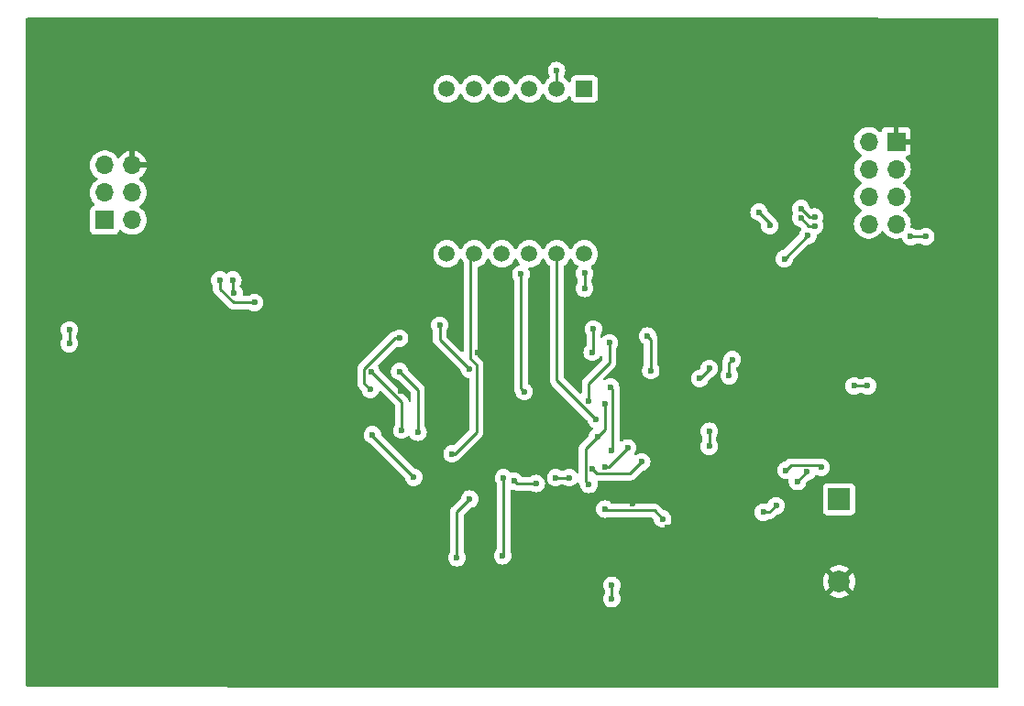
<source format=gbr>
%TF.GenerationSoftware,KiCad,Pcbnew,(7.0.0)*%
%TF.CreationDate,2023-04-20T18:01:31-06:00*%
%TF.ProjectId,PhaseBsheild,50686173-6542-4736-9865-696c642e6b69,rev?*%
%TF.SameCoordinates,Original*%
%TF.FileFunction,Copper,L2,Bot*%
%TF.FilePolarity,Positive*%
%FSLAX46Y46*%
G04 Gerber Fmt 4.6, Leading zero omitted, Abs format (unit mm)*
G04 Created by KiCad (PCBNEW (7.0.0)) date 2023-04-20 18:01:31*
%MOMM*%
%LPD*%
G01*
G04 APERTURE LIST*
%TA.AperFunction,ComponentPad*%
%ADD10R,1.500000X1.500000*%
%TD*%
%TA.AperFunction,ComponentPad*%
%ADD11C,1.500000*%
%TD*%
%TA.AperFunction,ComponentPad*%
%ADD12R,2.000000X2.000000*%
%TD*%
%TA.AperFunction,ComponentPad*%
%ADD13C,2.000000*%
%TD*%
%TA.AperFunction,ComponentPad*%
%ADD14R,1.700000X1.700000*%
%TD*%
%TA.AperFunction,ComponentPad*%
%ADD15O,1.700000X1.700000*%
%TD*%
%TA.AperFunction,ViaPad*%
%ADD16C,0.600000*%
%TD*%
%TA.AperFunction,Conductor*%
%ADD17C,0.250000*%
%TD*%
G04 APERTURE END LIST*
D10*
%TO.P,U2,1,e*%
%TO.N,Net-(U2-e)*%
X129968899Y-54548699D03*
D11*
%TO.P,U2,2,d*%
%TO.N,Net-(U2-d)*%
X127428900Y-54548700D03*
%TO.P,U2,3,DPX*%
%TO.N,Net-(U2-DPX)*%
X124888900Y-54548700D03*
%TO.P,U2,4,c*%
%TO.N,Net-(U2-c)*%
X122348900Y-54548700D03*
%TO.P,U2,5,g*%
%TO.N,Net-(U2-g)*%
X119808900Y-54548700D03*
%TO.P,U2,6,CA4*%
%TO.N,Dig4*%
X117268900Y-54548700D03*
%TO.P,U2,7,b*%
%TO.N,Net-(U2-b)*%
X117268900Y-69788700D03*
%TO.P,U2,8,CA3*%
%TO.N,Dig3*%
X119808900Y-69788700D03*
%TO.P,U2,9,CA2*%
%TO.N,Dig2*%
X122348900Y-69788700D03*
%TO.P,U2,10,f*%
%TO.N,Net-(U2-f)*%
X124888900Y-69788700D03*
%TO.P,U2,11,a*%
%TO.N,Net-(U2-a)*%
X127428900Y-69788700D03*
%TO.P,U2,12,CA1*%
%TO.N,Dig1*%
X129968900Y-69788700D03*
%TD*%
D12*
%TO.P,LS1,1,1*%
%TO.N,Buzzer*%
X153499999Y-92499999D03*
D13*
%TO.P,LS1,2,2*%
%TO.N,GND*%
X153500000Y-100100000D03*
%TD*%
D14*
%TO.P,J2,1,Pin_1*%
%TO.N,GND*%
X158759999Y-59419999D03*
D15*
%TO.P,J2,2,Pin_2*%
%TO.N,TX*%
X156219999Y-59419999D03*
%TO.P,J2,3,Pin_3*%
%TO.N,unconnected-(J2-Pin_3-Pad3)*%
X158759999Y-61959999D03*
%TO.P,J2,4,Pin_4*%
%TO.N,+3.3V*%
X156219999Y-61959999D03*
%TO.P,J2,5,Pin_5*%
%TO.N,Net-(J2-Pin_5)*%
X158759999Y-64499999D03*
%TO.P,J2,6,Pin_6*%
%TO.N,+3.3V*%
X156219999Y-64499999D03*
%TO.P,J2,7,Pin_7*%
%TO.N,RX*%
X158759999Y-67039999D03*
%TO.P,J2,8,Pin_8*%
%TO.N,+3.3V*%
X156219999Y-67039999D03*
%TD*%
D14*
%TO.P,J3,1,MISO*%
%TO.N,MISO*%
X85659999Y-66679999D03*
D15*
%TO.P,J3,2,VCC*%
%TO.N,+5V*%
X88199999Y-66679999D03*
%TO.P,J3,3,SCK*%
%TO.N,SCK*%
X85659999Y-64139999D03*
%TO.P,J3,4,MOSI*%
%TO.N,MOSI*%
X88199999Y-64139999D03*
%TO.P,J3,5,~{RST}*%
%TO.N,RST*%
X85659999Y-61599999D03*
%TO.P,J3,6,GND*%
%TO.N,GND*%
X88199999Y-61599999D03*
%TD*%
D16*
%TO.N,GND*%
X139000000Y-79300000D03*
X120100000Y-78900000D03*
X95100000Y-87900000D03*
X129300000Y-78800000D03*
X147500000Y-76800000D03*
X121700000Y-88100000D03*
X137621300Y-95100000D03*
X126900000Y-103700000D03*
X126500000Y-78900000D03*
X125900000Y-98900000D03*
X118700000Y-82700000D03*
X121400000Y-95400000D03*
X129100000Y-88200000D03*
X86105000Y-84119200D03*
X121400000Y-74500000D03*
X136700000Y-103600000D03*
X127300000Y-97500000D03*
X127400000Y-96000000D03*
X136800000Y-98200000D03*
X94500000Y-82000000D03*
X100700000Y-88200000D03*
X105900000Y-86200000D03*
X113000000Y-82500000D03*
X123500000Y-95100000D03*
X123900000Y-94000000D03*
X135000000Y-95400000D03*
X134400000Y-92900000D03*
X137800000Y-103500000D03*
%TO.N,Red_LED*%
X132500000Y-101689400D03*
X132392700Y-82125900D03*
X132475761Y-88024239D03*
X132500000Y-100440400D03*
%TO.N,Net-(U2-a)*%
X131052800Y-85100000D03*
%TO.N,Net-(U2-c)*%
X149975500Y-66500000D03*
X151224500Y-67200000D03*
%TO.N,Net-(U2-d)*%
X127400000Y-52849200D03*
X156126800Y-82000000D03*
X149975500Y-65616823D03*
X151224500Y-66400000D03*
X154877800Y-82000000D03*
%TO.N,Net-(U2-DPX)*%
X146100000Y-65948200D03*
X147100000Y-67197200D03*
%TO.N,+5V*%
X137200000Y-94315400D03*
X141501089Y-80398911D03*
X140625300Y-81324500D03*
X119381100Y-92473800D03*
X118200000Y-97900000D03*
X130383927Y-91124500D03*
X131851261Y-93400000D03*
X131900000Y-83675500D03*
X131175761Y-86724239D03*
%TO.N,SH_CP*%
X132268600Y-78025000D03*
X130370500Y-83451500D03*
%TO.N,Dig4*%
X116600000Y-76400000D03*
X119374400Y-80485923D03*
%TO.N,Dig3*%
X117749200Y-88285800D03*
%TO.N,Dig2*%
X124100000Y-71674200D03*
X124400000Y-82524500D03*
%TO.N,Dig1*%
X130700000Y-78900000D03*
X130800000Y-76750500D03*
X130000000Y-71600000D03*
X130000000Y-73000000D03*
%TO.N,XTAL2*%
X122500000Y-90488700D03*
X122417700Y-97716600D03*
%TO.N,XTAL1*%
X123475500Y-90800000D03*
X125524500Y-91033906D03*
%TO.N,RST*%
X82400000Y-76825500D03*
X82400000Y-78100000D03*
%TO.N,+3.3V*%
X147673149Y-93092418D03*
X150529039Y-89970961D03*
X146485800Y-93690900D03*
X149645861Y-90854139D03*
%TO.N,TX*%
X127318400Y-90500000D03*
X143347361Y-81052639D03*
X141500000Y-87600000D03*
X141500000Y-86200000D03*
X128567400Y-90500000D03*
X148433761Y-70266239D03*
X150600000Y-68100000D03*
X133958939Y-87741061D03*
X143630539Y-79569461D03*
X131851261Y-89500000D03*
%TO.N,SCK*%
X110271023Y-80675500D03*
X97500000Y-72213000D03*
X113100000Y-86100000D03*
X97600000Y-73462000D03*
%TO.N,MOSI*%
X96300000Y-72213000D03*
X112900000Y-80675500D03*
X99500000Y-74300000D03*
X114600000Y-86300000D03*
%TO.N,RX*%
X135258939Y-89041061D03*
X151841589Y-89541589D03*
X160100000Y-68200000D03*
X161500000Y-68200000D03*
X130700000Y-89700000D03*
X148595861Y-89804139D03*
%TO.N,Net-(C3-Pad2)*%
X110400000Y-86525700D03*
X112900000Y-77600000D03*
X135800000Y-77400500D03*
X110200000Y-82324500D03*
X114200000Y-90449600D03*
X136100000Y-80599500D03*
%TD*%
D17*
%TO.N,Red_LED*%
X132392700Y-82125900D02*
X132578000Y-82311200D01*
X132578000Y-82311200D02*
X132578000Y-87922000D01*
X132578000Y-87922000D02*
X132475761Y-88024239D01*
X132500000Y-100440400D02*
X132500000Y-101689400D01*
%TO.N,Net-(U2-a)*%
X127428900Y-81476100D02*
X127428900Y-69788700D01*
X131052800Y-85100000D02*
X127428900Y-81476100D01*
%TO.N,Net-(U2-c)*%
X151224500Y-67200000D02*
X150675500Y-67200000D01*
X150675500Y-67200000D02*
X149975500Y-66500000D01*
%TO.N,Net-(U2-d)*%
X154877800Y-82000000D02*
X156126800Y-82000000D01*
X151224500Y-66400000D02*
X150758677Y-66400000D01*
X127400000Y-52849200D02*
X127400000Y-54519800D01*
X127400000Y-54519800D02*
X127428900Y-54548700D01*
X150758677Y-66400000D02*
X149975500Y-65616823D01*
%TO.N,Net-(U2-DPX)*%
X147100000Y-66948200D02*
X146100000Y-65948200D01*
X147100000Y-67197200D02*
X147100000Y-66948200D01*
%TO.N,+5V*%
X141400000Y-80600000D02*
X141501089Y-80498911D01*
X119381100Y-92473800D02*
X118200000Y-93654900D01*
X130383927Y-91124500D02*
X130075000Y-90815573D01*
X140675500Y-81324500D02*
X141400000Y-80600000D01*
X141501089Y-80498911D02*
X141501089Y-80398911D01*
X118200000Y-93654900D02*
X118200000Y-97900000D01*
X131900000Y-83675500D02*
X131900000Y-86000000D01*
X140625300Y-81324500D02*
X140675500Y-81324500D01*
X131976261Y-93525000D02*
X131851261Y-93400000D01*
X130075000Y-87825000D02*
X131175761Y-86724239D01*
X131900000Y-86000000D02*
X131175761Y-86724239D01*
X136409600Y-93525000D02*
X131976261Y-93525000D01*
X130075000Y-90815573D02*
X130075000Y-87825000D01*
X137200000Y-94315400D02*
X136409600Y-93525000D01*
%TO.N,SH_CP*%
X130370500Y-81765500D02*
X132268600Y-79867400D01*
X130370500Y-83451500D02*
X130370500Y-81765500D01*
X132268600Y-79867400D02*
X132268600Y-78025000D01*
%TO.N,Dig4*%
X116600000Y-76400000D02*
X116600000Y-77711523D01*
X116600000Y-77711523D02*
X119374400Y-80485923D01*
%TO.N,Dig3*%
X117993800Y-88285800D02*
X119998900Y-86280700D01*
X117749200Y-88285800D02*
X117993800Y-88285800D01*
X119998900Y-80065200D02*
X119446100Y-79512400D01*
X119446100Y-70151500D02*
X119808900Y-69788700D01*
X119998900Y-86280700D02*
X119998900Y-80065200D01*
X119446100Y-79512400D02*
X119446100Y-70151500D01*
%TO.N,Dig2*%
X124100000Y-71674200D02*
X124100000Y-82224500D01*
X124100000Y-82224500D02*
X124400000Y-82524500D01*
%TO.N,Dig1*%
X130800000Y-76750500D02*
X130800000Y-78800000D01*
X130800000Y-78800000D02*
X130700000Y-78900000D01*
X130000000Y-71600000D02*
X130000000Y-73000000D01*
%TO.N,XTAL2*%
X122500000Y-97634300D02*
X122500000Y-90488700D01*
X122417700Y-97716600D02*
X122500000Y-97634300D01*
%TO.N,XTAL1*%
X125524500Y-91033906D02*
X123709406Y-91033906D01*
X123709406Y-91033906D02*
X123475500Y-90800000D01*
%TO.N,RST*%
X82400000Y-76825500D02*
X82400000Y-78100000D01*
%TO.N,+3.3V*%
X146485800Y-93690900D02*
X146935900Y-93690900D01*
X149645861Y-90854139D02*
X150529039Y-89970961D01*
X146935900Y-93690900D02*
X147074667Y-93690900D01*
X147074667Y-93690900D02*
X147673149Y-93092418D01*
%TO.N,TX*%
X132200000Y-89500000D02*
X133958939Y-87741061D01*
X143347361Y-81052639D02*
X143347361Y-79852639D01*
X127318400Y-90500000D02*
X128567400Y-90500000D01*
X143347361Y-79852639D02*
X143630539Y-79569461D01*
X148433761Y-70266239D02*
X150600000Y-68100000D01*
X141500000Y-87600000D02*
X141500000Y-86200000D01*
X131851261Y-89500000D02*
X132200000Y-89500000D01*
%TO.N,SCK*%
X110271023Y-80675500D02*
X113100000Y-83504477D01*
X97500000Y-73362000D02*
X97600000Y-73462000D01*
X113100000Y-83504477D02*
X113100000Y-86100000D01*
X97500000Y-72213000D02*
X97500000Y-73362000D01*
%TO.N,MOSI*%
X96300000Y-73045884D02*
X97554116Y-74300000D01*
X114600000Y-82375500D02*
X114600000Y-86300000D01*
X112900000Y-80675500D02*
X114600000Y-82375500D01*
X97554116Y-74300000D02*
X99500000Y-74300000D01*
X96300000Y-72213000D02*
X96300000Y-73045884D01*
%TO.N,RX*%
X135258939Y-89041061D02*
X134175000Y-90125000D01*
X134175000Y-90125000D02*
X131125000Y-90125000D01*
X151841589Y-89541589D02*
X151645961Y-89345961D01*
X151645961Y-89345961D02*
X149054039Y-89345961D01*
X149054039Y-89345961D02*
X148595861Y-89804139D01*
X160100000Y-68200000D02*
X161500000Y-68200000D01*
X131125000Y-90125000D02*
X130700000Y-89700000D01*
%TO.N,Net-(C3-Pad2)*%
X110200000Y-82324500D02*
X109646023Y-81770523D01*
X136100000Y-77700500D02*
X135800000Y-77400500D01*
X112462639Y-77600000D02*
X112900000Y-77600000D01*
X136100000Y-80599500D02*
X136100000Y-77700500D01*
X110400000Y-86649600D02*
X110400000Y-86525700D01*
X109646023Y-80416616D02*
X112462639Y-77600000D01*
X114200000Y-90449600D02*
X110400000Y-86649600D01*
X109646023Y-81770523D02*
X109646023Y-80416616D01*
%TD*%
%TA.AperFunction,Conductor*%
%TO.N,GND*%
G36*
X168100639Y-47999778D02*
G01*
X168162580Y-48016437D01*
X168207910Y-48061818D01*
X168224500Y-48123778D01*
X168224500Y-109800500D01*
X168207887Y-109862500D01*
X168162500Y-109907887D01*
X168100500Y-109924500D01*
X115708614Y-109924500D01*
X115708200Y-109924499D01*
X78523186Y-109800411D01*
X78461477Y-109783728D01*
X78416277Y-109738524D01*
X78399601Y-109676816D01*
X78375500Y-102217250D01*
X78375500Y-101689400D01*
X131686384Y-101689400D01*
X131687164Y-101696323D01*
X131706002Y-101863523D01*
X131706003Y-101863530D01*
X131706783Y-101870447D01*
X131766957Y-102042415D01*
X131863889Y-102196681D01*
X131992719Y-102325511D01*
X132146985Y-102422443D01*
X132318953Y-102482617D01*
X132500000Y-102503016D01*
X132681047Y-102482617D01*
X132853015Y-102422443D01*
X133007281Y-102325511D01*
X133136111Y-102196681D01*
X133233043Y-102042415D01*
X133293217Y-101870447D01*
X133313616Y-101689400D01*
X133293217Y-101508353D01*
X133233043Y-101336385D01*
X133224788Y-101323248D01*
X152635749Y-101323248D01*
X152643855Y-101334439D01*
X152672717Y-101356903D01*
X152681279Y-101362496D01*
X152890885Y-101475929D01*
X152900239Y-101480032D01*
X153125656Y-101557417D01*
X153135568Y-101559928D01*
X153370643Y-101599155D01*
X153380839Y-101600000D01*
X153619161Y-101600000D01*
X153629356Y-101599155D01*
X153864431Y-101559928D01*
X153874343Y-101557417D01*
X154099760Y-101480032D01*
X154109114Y-101475929D01*
X154318723Y-101362495D01*
X154327281Y-101356903D01*
X154356146Y-101334437D01*
X154364250Y-101323250D01*
X154357589Y-101311142D01*
X153511542Y-100465095D01*
X153500000Y-100458431D01*
X153488457Y-100465095D01*
X152642408Y-101311143D01*
X152635749Y-101323248D01*
X133224788Y-101323248D01*
X133152506Y-101208211D01*
X133133500Y-101142239D01*
X133133500Y-100987561D01*
X133152506Y-100921589D01*
X133215926Y-100820656D01*
X133233043Y-100793415D01*
X133293217Y-100621447D01*
X133313616Y-100440400D01*
X133293217Y-100259353D01*
X133239248Y-100105117D01*
X151995283Y-100105117D01*
X152014962Y-100342618D01*
X152016646Y-100352712D01*
X152075153Y-100583747D01*
X152078472Y-100593414D01*
X152174208Y-100811673D01*
X152179070Y-100820656D01*
X152268999Y-100958304D01*
X152276963Y-100966024D01*
X152286345Y-100960100D01*
X153134904Y-100111542D01*
X153141568Y-100100000D01*
X153858431Y-100100000D01*
X153865095Y-100111542D01*
X154713653Y-100960100D01*
X154723034Y-100966024D01*
X154731002Y-100958299D01*
X154820924Y-100820664D01*
X154825792Y-100811669D01*
X154921527Y-100593414D01*
X154924846Y-100583747D01*
X154983353Y-100352712D01*
X154985037Y-100342618D01*
X155004717Y-100105117D01*
X155004717Y-100094883D01*
X154985037Y-99857381D01*
X154983353Y-99847287D01*
X154924846Y-99616252D01*
X154921527Y-99606585D01*
X154825792Y-99388330D01*
X154820924Y-99379335D01*
X154731002Y-99241699D01*
X154723034Y-99233974D01*
X154713653Y-99239898D01*
X153865095Y-100088457D01*
X153858431Y-100100000D01*
X153141568Y-100100000D01*
X153134904Y-100088457D01*
X152286345Y-99239898D01*
X152276964Y-99233974D01*
X152268997Y-99241699D01*
X152179072Y-99379338D01*
X152174207Y-99388328D01*
X152078472Y-99606585D01*
X152075153Y-99616252D01*
X152016646Y-99847287D01*
X152014962Y-99857381D01*
X151995283Y-100094883D01*
X151995283Y-100105117D01*
X133239248Y-100105117D01*
X133233043Y-100087385D01*
X133136111Y-99933119D01*
X133007281Y-99804289D01*
X133001380Y-99800581D01*
X132858907Y-99711059D01*
X132858905Y-99711058D01*
X132853015Y-99707357D01*
X132846449Y-99705059D01*
X132846446Y-99705058D01*
X132687621Y-99649483D01*
X132687618Y-99649482D01*
X132681047Y-99647183D01*
X132674130Y-99646403D01*
X132674123Y-99646402D01*
X132506923Y-99627564D01*
X132500000Y-99626784D01*
X132493077Y-99627564D01*
X132325876Y-99646402D01*
X132325867Y-99646403D01*
X132318953Y-99647183D01*
X132312383Y-99649481D01*
X132312378Y-99649483D01*
X132153553Y-99705058D01*
X132153547Y-99705060D01*
X132146985Y-99707357D01*
X132141097Y-99711056D01*
X132141092Y-99711059D01*
X131998619Y-99800581D01*
X131998614Y-99800584D01*
X131992719Y-99804289D01*
X131987794Y-99809213D01*
X131987790Y-99809217D01*
X131868817Y-99928190D01*
X131868813Y-99928194D01*
X131863889Y-99933119D01*
X131860184Y-99939014D01*
X131860181Y-99939019D01*
X131770659Y-100081492D01*
X131770656Y-100081497D01*
X131766957Y-100087385D01*
X131764660Y-100093947D01*
X131764658Y-100093953D01*
X131709083Y-100252778D01*
X131709081Y-100252783D01*
X131706783Y-100259353D01*
X131706003Y-100266267D01*
X131706002Y-100266276D01*
X131697401Y-100342618D01*
X131686384Y-100440400D01*
X131687164Y-100447323D01*
X131706002Y-100614523D01*
X131706003Y-100614530D01*
X131706783Y-100621447D01*
X131766957Y-100793415D01*
X131770658Y-100799305D01*
X131770659Y-100799307D01*
X131847494Y-100921589D01*
X131866500Y-100987561D01*
X131866500Y-101142239D01*
X131847494Y-101208211D01*
X131770659Y-101330492D01*
X131770656Y-101330497D01*
X131766957Y-101336385D01*
X131764660Y-101342947D01*
X131764658Y-101342953D01*
X131709083Y-101501778D01*
X131709081Y-101501783D01*
X131706783Y-101508353D01*
X131706003Y-101515267D01*
X131706002Y-101515276D01*
X131687164Y-101682477D01*
X131686384Y-101689400D01*
X78375500Y-101689400D01*
X78375500Y-98876749D01*
X152635748Y-98876749D01*
X152642408Y-98888855D01*
X153488457Y-99734904D01*
X153500000Y-99741568D01*
X153511542Y-99734904D01*
X154357590Y-98888855D01*
X154364250Y-98876749D01*
X154356143Y-98865559D01*
X154327286Y-98843099D01*
X154318719Y-98837503D01*
X154109114Y-98724070D01*
X154099760Y-98719967D01*
X153874343Y-98642582D01*
X153864431Y-98640071D01*
X153629356Y-98600844D01*
X153619161Y-98600000D01*
X153380839Y-98600000D01*
X153370643Y-98600844D01*
X153135568Y-98640071D01*
X153125656Y-98642582D01*
X152900239Y-98719967D01*
X152890885Y-98724070D01*
X152681276Y-98837504D01*
X152672717Y-98843096D01*
X152643854Y-98865560D01*
X152635748Y-98876749D01*
X78375500Y-98876749D01*
X78375500Y-97900000D01*
X117386384Y-97900000D01*
X117387164Y-97906923D01*
X117406002Y-98074123D01*
X117406003Y-98074130D01*
X117406783Y-98081047D01*
X117409082Y-98087618D01*
X117409083Y-98087621D01*
X117456762Y-98223881D01*
X117466957Y-98253015D01*
X117470658Y-98258905D01*
X117470659Y-98258907D01*
X117560181Y-98401380D01*
X117563889Y-98407281D01*
X117692719Y-98536111D01*
X117846985Y-98633043D01*
X118018953Y-98693217D01*
X118200000Y-98713616D01*
X118381047Y-98693217D01*
X118553015Y-98633043D01*
X118707281Y-98536111D01*
X118836111Y-98407281D01*
X118933043Y-98253015D01*
X118993217Y-98081047D01*
X119013616Y-97900000D01*
X118993217Y-97718953D01*
X118992394Y-97716600D01*
X121604084Y-97716600D01*
X121604864Y-97723523D01*
X121623702Y-97890723D01*
X121623703Y-97890730D01*
X121624483Y-97897647D01*
X121626782Y-97904218D01*
X121626783Y-97904221D01*
X121627728Y-97906923D01*
X121684657Y-98069615D01*
X121781589Y-98223881D01*
X121910419Y-98352711D01*
X122064685Y-98449643D01*
X122236653Y-98509817D01*
X122417700Y-98530216D01*
X122598747Y-98509817D01*
X122770715Y-98449643D01*
X122924981Y-98352711D01*
X123053811Y-98223881D01*
X123150743Y-98069615D01*
X123210917Y-97897647D01*
X123231316Y-97716600D01*
X123210917Y-97535553D01*
X123150743Y-97363585D01*
X123147038Y-97357689D01*
X123145780Y-97355076D01*
X123133500Y-97301274D01*
X123133500Y-93400000D01*
X131037645Y-93400000D01*
X131038425Y-93406923D01*
X131057263Y-93574123D01*
X131057264Y-93574130D01*
X131058044Y-93581047D01*
X131060343Y-93587618D01*
X131060344Y-93587621D01*
X131115834Y-93746204D01*
X131118218Y-93753015D01*
X131215150Y-93907281D01*
X131343980Y-94036111D01*
X131498246Y-94133043D01*
X131670214Y-94193217D01*
X131851261Y-94213616D01*
X132032308Y-94193217D01*
X132111639Y-94165457D01*
X132152593Y-94158500D01*
X136095834Y-94158500D01*
X136143287Y-94167939D01*
X136183515Y-94194819D01*
X136366151Y-94377455D01*
X136390190Y-94411334D01*
X136401690Y-94451251D01*
X136406003Y-94489530D01*
X136406004Y-94489535D01*
X136406783Y-94496447D01*
X136466957Y-94668415D01*
X136563889Y-94822681D01*
X136692719Y-94951511D01*
X136846985Y-95048443D01*
X137018953Y-95108617D01*
X137200000Y-95129016D01*
X137381047Y-95108617D01*
X137553015Y-95048443D01*
X137707281Y-94951511D01*
X137836111Y-94822681D01*
X137933043Y-94668415D01*
X137993217Y-94496447D01*
X138013616Y-94315400D01*
X137993217Y-94134353D01*
X137933043Y-93962385D01*
X137836111Y-93808119D01*
X137718892Y-93690900D01*
X145672184Y-93690900D01*
X145672964Y-93697823D01*
X145691802Y-93865023D01*
X145691803Y-93865030D01*
X145692583Y-93871947D01*
X145694882Y-93878518D01*
X145694883Y-93878521D01*
X145748301Y-94031182D01*
X145752757Y-94043915D01*
X145756458Y-94049805D01*
X145756459Y-94049807D01*
X145845124Y-94190916D01*
X145849689Y-94198181D01*
X145978519Y-94327011D01*
X146132785Y-94423943D01*
X146304753Y-94484117D01*
X146485800Y-94504516D01*
X146666847Y-94484117D01*
X146838815Y-94423943D01*
X146964164Y-94345180D01*
X147026239Y-94326235D01*
X147079934Y-94324547D01*
X147082685Y-94324461D01*
X147086580Y-94324400D01*
X147110625Y-94324400D01*
X147114523Y-94324400D01*
X147118391Y-94323911D01*
X147118614Y-94323883D01*
X147130275Y-94322964D01*
X147174556Y-94321573D01*
X147194157Y-94315877D01*
X147213208Y-94311932D01*
X147233464Y-94309374D01*
X147264689Y-94297010D01*
X147274660Y-94293063D01*
X147285710Y-94289279D01*
X147328260Y-94276918D01*
X147345832Y-94266525D01*
X147363299Y-94257968D01*
X147382284Y-94250452D01*
X147418142Y-94224398D01*
X147427890Y-94217996D01*
X147466029Y-94195442D01*
X147480460Y-94181010D01*
X147495255Y-94168372D01*
X147511774Y-94156372D01*
X147540027Y-94122218D01*
X147547870Y-94113599D01*
X147735206Y-93926263D01*
X147769083Y-93902227D01*
X147809000Y-93890727D01*
X147854196Y-93885635D01*
X148026164Y-93825461D01*
X148180430Y-93728529D01*
X148309260Y-93599699D01*
X148341344Y-93548638D01*
X151991500Y-93548638D01*
X151991852Y-93551918D01*
X151991853Y-93551924D01*
X151994239Y-93574123D01*
X151998011Y-93609201D01*
X152000717Y-93616458D01*
X152000719Y-93616463D01*
X152040680Y-93723600D01*
X152049111Y-93746204D01*
X152136739Y-93863261D01*
X152253796Y-93950889D01*
X152390799Y-94001989D01*
X152451362Y-94008500D01*
X154545328Y-94008500D01*
X154548638Y-94008500D01*
X154609201Y-94001989D01*
X154746204Y-93950889D01*
X154863261Y-93863261D01*
X154950889Y-93746204D01*
X155001989Y-93609201D01*
X155008500Y-93548638D01*
X155008500Y-91451362D01*
X155001989Y-91390799D01*
X154950889Y-91253796D01*
X154863261Y-91136739D01*
X154819799Y-91104204D01*
X154753304Y-91054426D01*
X154753303Y-91054425D01*
X154746204Y-91049111D01*
X154737896Y-91046012D01*
X154737894Y-91046011D01*
X154616463Y-91000719D01*
X154616458Y-91000717D01*
X154609201Y-90998011D01*
X154601497Y-90997182D01*
X154601494Y-90997182D01*
X154551924Y-90991853D01*
X154551918Y-90991852D01*
X154548638Y-90991500D01*
X152451362Y-90991500D01*
X152448082Y-90991852D01*
X152448075Y-90991853D01*
X152398505Y-90997182D01*
X152398500Y-90997182D01*
X152390799Y-90998011D01*
X152383543Y-91000717D01*
X152383536Y-91000719D01*
X152262105Y-91046011D01*
X152262099Y-91046013D01*
X152253796Y-91049111D01*
X152246698Y-91054423D01*
X152246695Y-91054426D01*
X152143835Y-91131426D01*
X152143831Y-91131429D01*
X152136739Y-91136739D01*
X152131429Y-91143831D01*
X152131426Y-91143835D01*
X152054426Y-91246695D01*
X152054423Y-91246698D01*
X152049111Y-91253796D01*
X152046013Y-91262099D01*
X152046011Y-91262105D01*
X152000719Y-91383536D01*
X152000717Y-91383543D01*
X151998011Y-91390799D01*
X151997182Y-91398500D01*
X151997182Y-91398505D01*
X151991853Y-91448075D01*
X151991500Y-91451362D01*
X151991500Y-93548638D01*
X148341344Y-93548638D01*
X148406192Y-93445433D01*
X148466366Y-93273465D01*
X148486765Y-93092418D01*
X148483080Y-93059717D01*
X148467862Y-92924649D01*
X148466366Y-92911371D01*
X148406192Y-92739403D01*
X148309260Y-92585137D01*
X148180430Y-92456307D01*
X148174529Y-92452599D01*
X148032056Y-92363077D01*
X148032054Y-92363076D01*
X148026164Y-92359375D01*
X148019598Y-92357077D01*
X148019595Y-92357076D01*
X147860770Y-92301501D01*
X147860767Y-92301500D01*
X147854196Y-92299201D01*
X147847279Y-92298421D01*
X147847272Y-92298420D01*
X147680072Y-92279582D01*
X147673149Y-92278802D01*
X147666226Y-92279582D01*
X147499025Y-92298420D01*
X147499016Y-92298421D01*
X147492102Y-92299201D01*
X147485532Y-92301499D01*
X147485527Y-92301501D01*
X147326702Y-92357076D01*
X147326696Y-92357078D01*
X147320134Y-92359375D01*
X147314246Y-92363074D01*
X147314241Y-92363077D01*
X147171768Y-92452599D01*
X147171763Y-92452602D01*
X147165868Y-92456307D01*
X147160943Y-92461231D01*
X147160939Y-92461235D01*
X147041966Y-92580208D01*
X147041962Y-92580212D01*
X147037038Y-92585137D01*
X147033333Y-92591032D01*
X147033330Y-92591037D01*
X146943808Y-92733510D01*
X146943805Y-92733515D01*
X146940106Y-92739403D01*
X146937808Y-92745968D01*
X146937806Y-92745974D01*
X146901908Y-92848563D01*
X146865750Y-92901596D01*
X146807920Y-92929445D01*
X146743913Y-92924649D01*
X146673421Y-92899983D01*
X146673418Y-92899982D01*
X146666847Y-92897683D01*
X146659930Y-92896903D01*
X146659923Y-92896902D01*
X146492723Y-92878064D01*
X146485800Y-92877284D01*
X146478877Y-92878064D01*
X146311676Y-92896902D01*
X146311667Y-92896903D01*
X146304753Y-92897683D01*
X146298183Y-92899981D01*
X146298178Y-92899983D01*
X146139353Y-92955558D01*
X146139347Y-92955560D01*
X146132785Y-92957857D01*
X146126897Y-92961556D01*
X146126892Y-92961559D01*
X145984419Y-93051081D01*
X145984414Y-93051084D01*
X145978519Y-93054789D01*
X145973594Y-93059713D01*
X145973590Y-93059717D01*
X145854617Y-93178690D01*
X145854613Y-93178694D01*
X145849689Y-93183619D01*
X145845984Y-93189514D01*
X145845981Y-93189519D01*
X145756459Y-93331992D01*
X145756456Y-93331997D01*
X145752757Y-93337885D01*
X145750460Y-93344447D01*
X145750458Y-93344453D01*
X145694883Y-93503278D01*
X145694881Y-93503283D01*
X145692583Y-93509853D01*
X145691803Y-93516767D01*
X145691802Y-93516776D01*
X145673492Y-93679289D01*
X145672184Y-93690900D01*
X137718892Y-93690900D01*
X137707281Y-93679289D01*
X137701380Y-93675581D01*
X137558907Y-93586059D01*
X137558905Y-93586058D01*
X137553015Y-93582357D01*
X137546449Y-93580059D01*
X137546446Y-93580058D01*
X137387621Y-93524483D01*
X137387618Y-93524482D01*
X137381047Y-93522183D01*
X137372329Y-93521200D01*
X137335851Y-93517090D01*
X137295934Y-93505590D01*
X137262056Y-93481551D01*
X136913295Y-93132790D01*
X136905703Y-93124448D01*
X136901600Y-93117982D01*
X136851916Y-93071326D01*
X136849150Y-93068645D01*
X136832127Y-93051622D01*
X136829370Y-93048865D01*
X136826086Y-93046317D01*
X136817224Y-93038746D01*
X136790609Y-93013754D01*
X136790603Y-93013749D01*
X136784921Y-93008414D01*
X136778088Y-93004658D01*
X136778082Y-93004653D01*
X136767029Y-92998576D01*
X136750774Y-92987899D01*
X136740809Y-92980170D01*
X136740806Y-92980168D01*
X136734641Y-92975386D01*
X136693976Y-92957789D01*
X136683484Y-92952649D01*
X136651496Y-92935063D01*
X136651494Y-92935062D01*
X136644660Y-92931305D01*
X136624884Y-92926227D01*
X136606481Y-92919926D01*
X136594909Y-92914918D01*
X136594901Y-92914915D01*
X136587745Y-92911819D01*
X136580040Y-92910598D01*
X136580038Y-92910598D01*
X136543981Y-92904887D01*
X136532555Y-92902521D01*
X136489630Y-92891500D01*
X136481828Y-92891500D01*
X136469215Y-92891500D01*
X136449817Y-92889973D01*
X136437366Y-92888001D01*
X136429657Y-92886780D01*
X136421891Y-92887514D01*
X136421888Y-92887514D01*
X136385542Y-92890950D01*
X136373873Y-92891500D01*
X132537515Y-92891500D01*
X132490062Y-92882061D01*
X132449834Y-92855181D01*
X132363470Y-92768817D01*
X132358542Y-92763889D01*
X132204276Y-92666957D01*
X132197710Y-92664659D01*
X132197707Y-92664658D01*
X132038882Y-92609083D01*
X132038879Y-92609082D01*
X132032308Y-92606783D01*
X132025391Y-92606003D01*
X132025384Y-92606002D01*
X131858184Y-92587164D01*
X131851261Y-92586384D01*
X131844338Y-92587164D01*
X131677137Y-92606002D01*
X131677128Y-92606003D01*
X131670214Y-92606783D01*
X131663644Y-92609081D01*
X131663639Y-92609083D01*
X131504814Y-92664658D01*
X131504808Y-92664660D01*
X131498246Y-92666957D01*
X131492358Y-92670656D01*
X131492353Y-92670659D01*
X131349880Y-92760181D01*
X131349875Y-92760184D01*
X131343980Y-92763889D01*
X131339055Y-92768813D01*
X131339051Y-92768817D01*
X131220078Y-92887790D01*
X131220074Y-92887794D01*
X131215150Y-92892719D01*
X131211445Y-92898614D01*
X131211442Y-92898619D01*
X131121920Y-93041092D01*
X131121917Y-93041097D01*
X131118218Y-93046985D01*
X131115921Y-93053547D01*
X131115919Y-93053553D01*
X131060344Y-93212378D01*
X131060342Y-93212383D01*
X131058044Y-93218953D01*
X131057264Y-93225867D01*
X131057263Y-93225876D01*
X131040966Y-93370528D01*
X131037645Y-93400000D01*
X123133500Y-93400000D01*
X123133500Y-91711172D01*
X123145780Y-91657371D01*
X123180186Y-91614226D01*
X123229905Y-91590281D01*
X123285090Y-91590280D01*
X123287877Y-91590916D01*
X123294453Y-91593217D01*
X123417684Y-91607101D01*
X123463540Y-91621660D01*
X123474346Y-91627601D01*
X123494122Y-91632678D01*
X123512529Y-91638981D01*
X123524097Y-91643987D01*
X123524098Y-91643987D01*
X123531261Y-91647087D01*
X123575027Y-91654018D01*
X123586447Y-91656383D01*
X123629376Y-91667406D01*
X123649791Y-91667406D01*
X123669189Y-91668933D01*
X123689349Y-91672126D01*
X123727882Y-91668483D01*
X123733464Y-91667956D01*
X123745133Y-91667406D01*
X124977339Y-91667406D01*
X125043311Y-91686412D01*
X125117573Y-91733073D01*
X125171485Y-91766949D01*
X125343453Y-91827123D01*
X125524500Y-91847522D01*
X125705547Y-91827123D01*
X125877515Y-91766949D01*
X126031781Y-91670017D01*
X126160611Y-91541187D01*
X126257543Y-91386921D01*
X126317717Y-91214953D01*
X126338116Y-91033906D01*
X126336050Y-91015574D01*
X126318497Y-90859782D01*
X126317717Y-90852859D01*
X126257543Y-90680891D01*
X126160611Y-90526625D01*
X126031781Y-90397795D01*
X125895841Y-90312378D01*
X125883407Y-90304565D01*
X125883405Y-90304564D01*
X125877515Y-90300863D01*
X125870949Y-90298565D01*
X125870946Y-90298564D01*
X125712121Y-90242989D01*
X125712118Y-90242988D01*
X125705547Y-90240689D01*
X125698630Y-90239909D01*
X125698623Y-90239908D01*
X125531423Y-90221070D01*
X125524500Y-90220290D01*
X125517577Y-90221070D01*
X125350376Y-90239908D01*
X125350367Y-90239909D01*
X125343453Y-90240689D01*
X125336883Y-90242987D01*
X125336878Y-90242989D01*
X125178053Y-90298564D01*
X125178047Y-90298566D01*
X125171485Y-90300863D01*
X125165597Y-90304562D01*
X125165592Y-90304565D01*
X125043311Y-90381400D01*
X124977339Y-90400406D01*
X124247808Y-90400406D01*
X124187827Y-90384934D01*
X124142814Y-90342378D01*
X124124755Y-90313637D01*
X124111611Y-90292719D01*
X123982781Y-90163889D01*
X123976880Y-90160181D01*
X123834407Y-90070659D01*
X123834405Y-90070658D01*
X123828515Y-90066957D01*
X123821949Y-90064659D01*
X123821946Y-90064658D01*
X123663121Y-90009083D01*
X123663118Y-90009082D01*
X123656547Y-90006783D01*
X123649630Y-90006003D01*
X123649623Y-90006002D01*
X123482423Y-89987164D01*
X123475500Y-89986384D01*
X123468577Y-89987164D01*
X123301376Y-90006002D01*
X123301367Y-90006003D01*
X123294453Y-90006783D01*
X123287884Y-90009081D01*
X123287873Y-90009084D01*
X123268731Y-90015782D01*
X123218515Y-90022392D01*
X123169846Y-90008373D01*
X123136653Y-89980876D01*
X123136111Y-89981419D01*
X123007281Y-89852589D01*
X123001380Y-89848881D01*
X122858907Y-89759359D01*
X122858905Y-89759358D01*
X122853015Y-89755657D01*
X122846449Y-89753359D01*
X122846446Y-89753358D01*
X122687621Y-89697783D01*
X122687618Y-89697782D01*
X122681047Y-89695483D01*
X122674130Y-89694703D01*
X122674123Y-89694702D01*
X122506923Y-89675864D01*
X122500000Y-89675084D01*
X122493077Y-89675864D01*
X122325876Y-89694702D01*
X122325867Y-89694703D01*
X122318953Y-89695483D01*
X122312383Y-89697781D01*
X122312378Y-89697783D01*
X122153553Y-89753358D01*
X122153547Y-89753360D01*
X122146985Y-89755657D01*
X122141097Y-89759356D01*
X122141092Y-89759359D01*
X121998619Y-89848881D01*
X121998614Y-89848884D01*
X121992719Y-89852589D01*
X121987794Y-89857513D01*
X121987790Y-89857517D01*
X121868817Y-89976490D01*
X121868813Y-89976494D01*
X121863889Y-89981419D01*
X121860184Y-89987314D01*
X121860181Y-89987319D01*
X121770659Y-90129792D01*
X121770656Y-90129797D01*
X121766957Y-90135685D01*
X121764660Y-90142247D01*
X121764658Y-90142253D01*
X121709083Y-90301078D01*
X121709081Y-90301083D01*
X121706783Y-90307653D01*
X121706003Y-90314567D01*
X121706002Y-90314576D01*
X121691425Y-90443957D01*
X121686384Y-90488700D01*
X121687164Y-90495623D01*
X121706002Y-90662823D01*
X121706003Y-90662830D01*
X121706783Y-90669747D01*
X121709082Y-90676318D01*
X121709083Y-90676321D01*
X121750976Y-90796046D01*
X121766957Y-90841715D01*
X121770658Y-90847605D01*
X121770659Y-90847607D01*
X121847494Y-90969889D01*
X121866500Y-91035861D01*
X121866500Y-97073046D01*
X121857061Y-97120499D01*
X121830181Y-97160727D01*
X121786517Y-97204390D01*
X121786513Y-97204394D01*
X121781589Y-97209319D01*
X121777884Y-97215214D01*
X121777881Y-97215219D01*
X121688359Y-97357692D01*
X121688356Y-97357697D01*
X121684657Y-97363585D01*
X121682360Y-97370147D01*
X121682358Y-97370153D01*
X121626783Y-97528978D01*
X121626781Y-97528983D01*
X121624483Y-97535553D01*
X121623703Y-97542467D01*
X121623702Y-97542476D01*
X121604864Y-97709677D01*
X121604084Y-97716600D01*
X118992394Y-97716600D01*
X118933043Y-97546985D01*
X118852506Y-97418811D01*
X118833500Y-97352839D01*
X118833500Y-93968666D01*
X118842939Y-93921213D01*
X118869819Y-93880985D01*
X119443155Y-93307648D01*
X119477035Y-93283609D01*
X119516953Y-93272109D01*
X119555224Y-93267797D01*
X119555223Y-93267797D01*
X119562147Y-93267017D01*
X119734115Y-93206843D01*
X119888381Y-93109911D01*
X120017211Y-92981081D01*
X120114143Y-92826815D01*
X120174317Y-92654847D01*
X120194716Y-92473800D01*
X120174317Y-92292753D01*
X120114143Y-92120785D01*
X120017211Y-91966519D01*
X119888381Y-91837689D01*
X119872807Y-91827903D01*
X119740007Y-91744459D01*
X119740005Y-91744458D01*
X119734115Y-91740757D01*
X119727549Y-91738459D01*
X119727546Y-91738458D01*
X119568721Y-91682883D01*
X119568718Y-91682882D01*
X119562147Y-91680583D01*
X119555230Y-91679803D01*
X119555223Y-91679802D01*
X119388023Y-91660964D01*
X119381100Y-91660184D01*
X119374177Y-91660964D01*
X119206976Y-91679802D01*
X119206967Y-91679803D01*
X119200053Y-91680583D01*
X119193483Y-91682881D01*
X119193478Y-91682883D01*
X119034653Y-91738458D01*
X119034647Y-91738460D01*
X119028085Y-91740757D01*
X119022197Y-91744456D01*
X119022192Y-91744459D01*
X118879719Y-91833981D01*
X118879714Y-91833984D01*
X118873819Y-91837689D01*
X118868894Y-91842613D01*
X118868890Y-91842617D01*
X118749917Y-91961590D01*
X118749913Y-91961594D01*
X118744989Y-91966519D01*
X118741284Y-91972414D01*
X118741281Y-91972419D01*
X118651759Y-92114892D01*
X118651756Y-92114897D01*
X118648057Y-92120785D01*
X118645760Y-92127347D01*
X118645758Y-92127353D01*
X118590181Y-92286185D01*
X118587883Y-92292753D01*
X118587104Y-92299661D01*
X118587103Y-92299668D01*
X118582790Y-92337947D01*
X118571290Y-92377864D01*
X118547251Y-92411742D01*
X117807793Y-93151200D01*
X117799444Y-93158798D01*
X117792982Y-93162900D01*
X117787641Y-93168586D01*
X117787639Y-93168589D01*
X117746338Y-93212569D01*
X117743633Y-93215361D01*
X117723865Y-93235130D01*
X117721481Y-93238202D01*
X117721478Y-93238206D01*
X117721322Y-93238408D01*
X117713752Y-93247270D01*
X117695210Y-93267017D01*
X117683414Y-93279579D01*
X117679659Y-93286407D01*
X117679658Y-93286410D01*
X117673579Y-93297467D01*
X117662903Y-93313719D01*
X117655168Y-93323691D01*
X117655160Y-93323702D01*
X117650386Y-93329859D01*
X117647291Y-93337010D01*
X117647288Y-93337016D01*
X117632786Y-93370528D01*
X117627648Y-93381015D01*
X117610065Y-93412998D01*
X117610061Y-93413006D01*
X117606305Y-93419840D01*
X117604366Y-93427391D01*
X117604363Y-93427399D01*
X117601225Y-93439622D01*
X117594926Y-93458019D01*
X117586819Y-93476755D01*
X117585599Y-93484453D01*
X117585598Y-93484459D01*
X117579888Y-93520511D01*
X117577520Y-93531945D01*
X117568438Y-93567317D01*
X117568436Y-93567326D01*
X117566500Y-93574870D01*
X117566500Y-93582666D01*
X117566500Y-93595285D01*
X117564972Y-93614683D01*
X117561780Y-93634843D01*
X117562514Y-93642608D01*
X117562514Y-93642611D01*
X117565950Y-93678958D01*
X117566500Y-93690627D01*
X117566500Y-97352839D01*
X117547494Y-97418811D01*
X117470659Y-97541092D01*
X117470656Y-97541097D01*
X117466957Y-97546985D01*
X117464660Y-97553547D01*
X117464658Y-97553553D01*
X117409083Y-97712378D01*
X117409081Y-97712383D01*
X117406783Y-97718953D01*
X117406003Y-97725867D01*
X117406002Y-97725876D01*
X117387429Y-97890723D01*
X117386384Y-97900000D01*
X78375500Y-97900000D01*
X78375500Y-86525700D01*
X109586384Y-86525700D01*
X109587164Y-86532623D01*
X109606002Y-86699823D01*
X109606003Y-86699830D01*
X109606783Y-86706747D01*
X109609082Y-86713318D01*
X109609083Y-86713321D01*
X109651779Y-86835341D01*
X109666957Y-86878715D01*
X109670658Y-86884605D01*
X109670659Y-86884607D01*
X109709903Y-86947063D01*
X109763889Y-87032981D01*
X109892719Y-87161811D01*
X110046985Y-87258743D01*
X110053554Y-87261041D01*
X110053555Y-87261042D01*
X110122185Y-87285056D01*
X110168913Y-87314417D01*
X113366151Y-90511655D01*
X113390190Y-90545534D01*
X113401690Y-90585451D01*
X113406003Y-90623730D01*
X113406004Y-90623735D01*
X113406783Y-90630647D01*
X113409081Y-90637214D01*
X113452958Y-90762610D01*
X113466957Y-90802615D01*
X113470658Y-90808505D01*
X113470659Y-90808507D01*
X113560181Y-90950980D01*
X113563889Y-90956881D01*
X113692719Y-91085711D01*
X113846985Y-91182643D01*
X114018953Y-91242817D01*
X114104094Y-91252410D01*
X114190139Y-91262105D01*
X114200000Y-91263216D01*
X114209861Y-91262105D01*
X114295906Y-91252410D01*
X114381047Y-91242817D01*
X114553015Y-91182643D01*
X114707281Y-91085711D01*
X114836111Y-90956881D01*
X114933043Y-90802615D01*
X114993217Y-90630647D01*
X115013616Y-90449600D01*
X114993217Y-90268553D01*
X114933043Y-90096585D01*
X114836111Y-89942319D01*
X114707281Y-89813489D01*
X114648258Y-89776402D01*
X114558907Y-89720259D01*
X114558905Y-89720258D01*
X114553015Y-89716557D01*
X114546449Y-89714259D01*
X114546446Y-89714258D01*
X114387614Y-89658681D01*
X114381047Y-89656383D01*
X114374136Y-89655604D01*
X114374131Y-89655603D01*
X114335851Y-89651290D01*
X114295935Y-89639790D01*
X114262056Y-89615751D01*
X111249155Y-86602850D01*
X111222275Y-86562622D01*
X111214901Y-86525555D01*
X111213616Y-86525700D01*
X111193217Y-86344653D01*
X111133043Y-86172685D01*
X111036111Y-86018419D01*
X110907281Y-85889589D01*
X110849930Y-85853553D01*
X110758907Y-85796359D01*
X110758905Y-85796358D01*
X110753015Y-85792657D01*
X110746449Y-85790359D01*
X110746446Y-85790358D01*
X110587621Y-85734783D01*
X110587618Y-85734782D01*
X110581047Y-85732483D01*
X110574130Y-85731703D01*
X110574123Y-85731702D01*
X110406923Y-85712864D01*
X110400000Y-85712084D01*
X110393077Y-85712864D01*
X110225876Y-85731702D01*
X110225867Y-85731703D01*
X110218953Y-85732483D01*
X110212383Y-85734781D01*
X110212378Y-85734783D01*
X110053553Y-85790358D01*
X110053547Y-85790360D01*
X110046985Y-85792657D01*
X110041097Y-85796356D01*
X110041092Y-85796359D01*
X109898619Y-85885881D01*
X109898614Y-85885884D01*
X109892719Y-85889589D01*
X109887794Y-85894513D01*
X109887790Y-85894517D01*
X109768817Y-86013490D01*
X109768813Y-86013494D01*
X109763889Y-86018419D01*
X109760184Y-86024314D01*
X109760181Y-86024319D01*
X109670659Y-86166792D01*
X109670656Y-86166797D01*
X109666957Y-86172685D01*
X109664660Y-86179247D01*
X109664658Y-86179253D01*
X109609083Y-86338078D01*
X109609081Y-86338083D01*
X109606783Y-86344653D01*
X109606003Y-86351567D01*
X109606002Y-86351576D01*
X109592195Y-86474123D01*
X109586384Y-86525700D01*
X78375500Y-86525700D01*
X78375500Y-80396559D01*
X109007803Y-80396559D01*
X109008537Y-80404324D01*
X109008537Y-80404327D01*
X109011973Y-80440674D01*
X109012523Y-80452343D01*
X109012523Y-81691677D01*
X109011991Y-81702960D01*
X109010321Y-81710432D01*
X109010566Y-81718228D01*
X109010566Y-81718230D01*
X109012462Y-81778540D01*
X109012523Y-81782436D01*
X109012523Y-81810379D01*
X109013011Y-81814244D01*
X109013012Y-81814255D01*
X109013042Y-81814493D01*
X109013957Y-81826119D01*
X109015104Y-81862619D01*
X109015105Y-81862626D01*
X109015350Y-81870412D01*
X109017523Y-81877893D01*
X109017525Y-81877903D01*
X109021045Y-81890018D01*
X109024990Y-81909065D01*
X109027549Y-81929320D01*
X109030418Y-81936568D01*
X109030421Y-81936577D01*
X109043861Y-81970524D01*
X109047644Y-81981571D01*
X109050554Y-81991585D01*
X109060005Y-82024116D01*
X109063976Y-82030831D01*
X109063977Y-82030833D01*
X109070398Y-82041691D01*
X109078953Y-82059154D01*
X109083599Y-82070887D01*
X109086471Y-82078140D01*
X109091053Y-82084447D01*
X109091054Y-82084448D01*
X109112514Y-82113985D01*
X109118928Y-82123750D01*
X109124294Y-82132823D01*
X109141481Y-82161885D01*
X109146998Y-82167402D01*
X109146999Y-82167403D01*
X109155912Y-82176316D01*
X109168548Y-82191111D01*
X109175961Y-82201314D01*
X109175966Y-82201319D01*
X109180551Y-82207630D01*
X109212981Y-82234458D01*
X109214690Y-82235872D01*
X109223320Y-82243724D01*
X109366154Y-82386558D01*
X109390190Y-82420435D01*
X109401690Y-82460351D01*
X109406003Y-82498631D01*
X109406004Y-82498636D01*
X109406783Y-82505547D01*
X109413415Y-82524500D01*
X109464658Y-82670946D01*
X109464659Y-82670949D01*
X109466957Y-82677515D01*
X109470658Y-82683405D01*
X109470659Y-82683407D01*
X109540148Y-82793997D01*
X109563889Y-82831781D01*
X109692719Y-82960611D01*
X109846985Y-83057543D01*
X110018953Y-83117717D01*
X110200000Y-83138116D01*
X110381047Y-83117717D01*
X110553015Y-83057543D01*
X110707281Y-82960611D01*
X110836111Y-82831781D01*
X110933043Y-82677515D01*
X110982979Y-82534804D01*
X111017391Y-82483303D01*
X111072426Y-82454871D01*
X111134346Y-82456608D01*
X111187700Y-82488081D01*
X112430181Y-83730562D01*
X112457061Y-83770790D01*
X112466500Y-83818243D01*
X112466500Y-85552839D01*
X112447494Y-85618811D01*
X112370659Y-85741092D01*
X112370656Y-85741097D01*
X112366957Y-85746985D01*
X112364660Y-85753547D01*
X112364658Y-85753553D01*
X112309083Y-85912378D01*
X112309081Y-85912383D01*
X112306783Y-85918953D01*
X112306003Y-85925867D01*
X112306002Y-85925876D01*
X112288140Y-86084418D01*
X112286384Y-86100000D01*
X112287164Y-86106923D01*
X112306002Y-86274123D01*
X112306003Y-86274130D01*
X112306783Y-86281047D01*
X112309082Y-86287618D01*
X112309083Y-86287621D01*
X112353684Y-86415085D01*
X112366957Y-86453015D01*
X112370658Y-86458905D01*
X112370659Y-86458907D01*
X112434000Y-86559713D01*
X112463889Y-86607281D01*
X112592719Y-86736111D01*
X112746985Y-86833043D01*
X112918953Y-86893217D01*
X113100000Y-86913616D01*
X113281047Y-86893217D01*
X113453015Y-86833043D01*
X113607281Y-86736111D01*
X113688873Y-86654518D01*
X113735595Y-86625162D01*
X113790433Y-86618983D01*
X113842521Y-86637209D01*
X113881544Y-86676231D01*
X113960181Y-86801380D01*
X113963889Y-86807281D01*
X114092719Y-86936111D01*
X114246985Y-87033043D01*
X114418953Y-87093217D01*
X114600000Y-87113616D01*
X114781047Y-87093217D01*
X114953015Y-87033043D01*
X115107281Y-86936111D01*
X115236111Y-86807281D01*
X115333043Y-86653015D01*
X115393217Y-86481047D01*
X115413616Y-86300000D01*
X115393217Y-86118953D01*
X115333043Y-85946985D01*
X115264154Y-85837349D01*
X115252506Y-85818811D01*
X115233500Y-85752839D01*
X115233500Y-82454346D01*
X115234031Y-82443062D01*
X115235702Y-82435591D01*
X115233560Y-82367482D01*
X115233500Y-82363587D01*
X115233500Y-82339542D01*
X115233500Y-82335644D01*
X115232981Y-82331541D01*
X115232064Y-82319889D01*
X115230673Y-82275611D01*
X115224979Y-82256012D01*
X115221032Y-82236955D01*
X115219451Y-82224441D01*
X115218474Y-82216703D01*
X115202159Y-82175498D01*
X115198379Y-82164455D01*
X115188194Y-82129396D01*
X115188193Y-82129393D01*
X115186018Y-82121907D01*
X115175619Y-82104324D01*
X115167070Y-82086871D01*
X115159552Y-82067883D01*
X115133503Y-82032030D01*
X115127098Y-82022279D01*
X115118017Y-82006923D01*
X115104542Y-81984138D01*
X115090106Y-81969702D01*
X115077470Y-81954907D01*
X115073405Y-81949312D01*
X115065472Y-81938393D01*
X115059460Y-81933420D01*
X115059457Y-81933416D01*
X115031325Y-81910143D01*
X115022685Y-81902281D01*
X113733848Y-80613443D01*
X113709809Y-80579564D01*
X113698309Y-80539646D01*
X113693997Y-80501376D01*
X113693217Y-80494453D01*
X113633043Y-80322485D01*
X113536111Y-80168219D01*
X113407281Y-80039389D01*
X113378782Y-80021482D01*
X113258907Y-79946159D01*
X113258905Y-79946158D01*
X113253015Y-79942457D01*
X113246449Y-79940159D01*
X113246446Y-79940158D01*
X113087621Y-79884583D01*
X113087618Y-79884582D01*
X113081047Y-79882283D01*
X113074130Y-79881503D01*
X113074123Y-79881502D01*
X112906923Y-79862664D01*
X112900000Y-79861884D01*
X112893077Y-79862664D01*
X112725876Y-79881502D01*
X112725867Y-79881503D01*
X112718953Y-79882283D01*
X112712383Y-79884581D01*
X112712378Y-79884583D01*
X112553553Y-79940158D01*
X112553547Y-79940160D01*
X112546985Y-79942457D01*
X112541097Y-79946156D01*
X112541092Y-79946159D01*
X112398619Y-80035681D01*
X112398614Y-80035684D01*
X112392719Y-80039389D01*
X112387794Y-80044313D01*
X112387790Y-80044317D01*
X112268817Y-80163290D01*
X112268813Y-80163294D01*
X112263889Y-80168219D01*
X112260184Y-80174114D01*
X112260181Y-80174119D01*
X112170659Y-80316592D01*
X112170656Y-80316597D01*
X112166957Y-80322485D01*
X112164660Y-80329047D01*
X112164658Y-80329053D01*
X112109083Y-80487878D01*
X112109081Y-80487883D01*
X112106783Y-80494453D01*
X112106003Y-80501367D01*
X112106002Y-80501376D01*
X112096833Y-80582762D01*
X112086384Y-80675500D01*
X112087164Y-80682423D01*
X112106002Y-80849623D01*
X112106003Y-80849630D01*
X112106783Y-80856547D01*
X112109082Y-80863118D01*
X112109083Y-80863121D01*
X112156325Y-80998132D01*
X112166957Y-81028515D01*
X112170658Y-81034405D01*
X112170659Y-81034407D01*
X112256569Y-81171131D01*
X112263889Y-81182781D01*
X112392719Y-81311611D01*
X112546985Y-81408543D01*
X112718953Y-81468717D01*
X112725876Y-81469497D01*
X112764146Y-81473809D01*
X112804064Y-81485309D01*
X112837943Y-81509348D01*
X113930181Y-82601586D01*
X113957061Y-82641814D01*
X113966500Y-82689267D01*
X113966500Y-83338085D01*
X113951162Y-83397822D01*
X113908943Y-83442781D01*
X113850286Y-83461840D01*
X113789704Y-83450284D01*
X113742182Y-83410971D01*
X113722296Y-83360744D01*
X113721392Y-83360977D01*
X113719554Y-83353819D01*
X113719478Y-83353627D01*
X113719452Y-83353421D01*
X113719451Y-83353420D01*
X113718474Y-83345680D01*
X113702156Y-83304467D01*
X113698388Y-83293459D01*
X113686019Y-83250884D01*
X113675620Y-83233300D01*
X113667065Y-83215836D01*
X113662425Y-83204117D01*
X113659552Y-83196860D01*
X113633512Y-83161019D01*
X113627098Y-83151255D01*
X113621732Y-83142181D01*
X113604542Y-83113115D01*
X113590106Y-83098679D01*
X113577470Y-83083884D01*
X113565472Y-83067370D01*
X113559460Y-83062397D01*
X113559457Y-83062393D01*
X113531325Y-83039120D01*
X113522685Y-83031258D01*
X111104871Y-80613443D01*
X111080832Y-80579564D01*
X111069332Y-80539646D01*
X111065020Y-80501376D01*
X111064240Y-80494453D01*
X111004066Y-80322485D01*
X110946778Y-80231312D01*
X110914670Y-80180212D01*
X110896444Y-80128124D01*
X110902622Y-80073285D01*
X110931981Y-80026561D01*
X112550055Y-78408486D01*
X112610142Y-78375278D01*
X112678688Y-78379127D01*
X112718953Y-78393217D01*
X112725876Y-78393997D01*
X112854487Y-78408488D01*
X112900000Y-78413616D01*
X113081047Y-78393217D01*
X113253015Y-78333043D01*
X113407281Y-78236111D01*
X113536111Y-78107281D01*
X113633043Y-77953015D01*
X113693217Y-77781047D01*
X113713616Y-77600000D01*
X113693217Y-77418953D01*
X113633043Y-77246985D01*
X113536111Y-77092719D01*
X113407281Y-76963889D01*
X113344790Y-76924623D01*
X113258907Y-76870659D01*
X113258905Y-76870658D01*
X113253015Y-76866957D01*
X113246449Y-76864659D01*
X113246446Y-76864658D01*
X113087621Y-76809083D01*
X113087618Y-76809082D01*
X113081047Y-76806783D01*
X113074130Y-76806003D01*
X113074123Y-76806002D01*
X112906923Y-76787164D01*
X112900000Y-76786384D01*
X112893077Y-76787164D01*
X112725876Y-76806002D01*
X112725867Y-76806003D01*
X112718953Y-76806783D01*
X112712383Y-76809081D01*
X112712378Y-76809083D01*
X112553553Y-76864658D01*
X112553547Y-76864660D01*
X112546985Y-76866957D01*
X112541097Y-76870656D01*
X112541088Y-76870661D01*
X112410641Y-76952626D01*
X112366459Y-76969209D01*
X112362750Y-76969326D01*
X112355269Y-76971498D01*
X112355263Y-76971500D01*
X112343135Y-76975023D01*
X112324099Y-76978965D01*
X112311580Y-76980547D01*
X112311570Y-76980549D01*
X112303842Y-76981526D01*
X112296599Y-76984393D01*
X112296589Y-76984396D01*
X112262652Y-76997832D01*
X112251610Y-77001613D01*
X112216539Y-77011803D01*
X112216532Y-77011805D01*
X112209046Y-77013981D01*
X112202336Y-77017949D01*
X112202327Y-77017953D01*
X112191463Y-77024378D01*
X112174004Y-77032931D01*
X112162276Y-77037575D01*
X112162270Y-77037577D01*
X112155022Y-77040448D01*
X112148717Y-77045028D01*
X112148709Y-77045033D01*
X112119176Y-77066489D01*
X112109421Y-77072897D01*
X112077993Y-77091485D01*
X112077987Y-77091489D01*
X112071277Y-77095458D01*
X112065764Y-77100969D01*
X112065757Y-77100976D01*
X112056836Y-77109897D01*
X112042053Y-77122523D01*
X112031845Y-77129940D01*
X112031839Y-77129944D01*
X112025532Y-77134528D01*
X112020565Y-77140530D01*
X112020554Y-77140542D01*
X111997282Y-77168673D01*
X111989422Y-77177311D01*
X109253816Y-79912916D01*
X109245467Y-79920514D01*
X109239005Y-79924616D01*
X109233664Y-79930302D01*
X109233662Y-79930305D01*
X109192362Y-79974284D01*
X109189657Y-79977076D01*
X109169888Y-79996846D01*
X109167504Y-79999918D01*
X109167501Y-79999922D01*
X109167345Y-80000124D01*
X109159775Y-80008986D01*
X109140755Y-80029242D01*
X109129437Y-80041295D01*
X109125682Y-80048123D01*
X109125681Y-80048126D01*
X109119602Y-80059183D01*
X109108926Y-80075435D01*
X109101191Y-80085407D01*
X109101183Y-80085418D01*
X109096409Y-80091575D01*
X109093314Y-80098726D01*
X109093311Y-80098732D01*
X109078809Y-80132244D01*
X109073671Y-80142731D01*
X109056088Y-80174714D01*
X109056084Y-80174722D01*
X109052328Y-80181556D01*
X109050389Y-80189107D01*
X109050386Y-80189115D01*
X109047248Y-80201338D01*
X109040949Y-80219735D01*
X109032842Y-80238471D01*
X109031622Y-80246169D01*
X109031621Y-80246175D01*
X109025911Y-80282227D01*
X109023543Y-80293661D01*
X109014461Y-80329033D01*
X109014459Y-80329042D01*
X109012523Y-80336586D01*
X109012523Y-80344382D01*
X109012523Y-80357001D01*
X109010995Y-80376399D01*
X109007803Y-80396559D01*
X78375500Y-80396559D01*
X78375500Y-78100000D01*
X81586384Y-78100000D01*
X81587164Y-78106923D01*
X81606002Y-78274123D01*
X81606003Y-78274130D01*
X81606783Y-78281047D01*
X81609082Y-78287618D01*
X81609083Y-78287621D01*
X81653170Y-78413616D01*
X81666957Y-78453015D01*
X81670658Y-78458905D01*
X81670659Y-78458907D01*
X81760181Y-78601380D01*
X81763889Y-78607281D01*
X81892719Y-78736111D01*
X82046985Y-78833043D01*
X82218953Y-78893217D01*
X82400000Y-78913616D01*
X82581047Y-78893217D01*
X82753015Y-78833043D01*
X82907281Y-78736111D01*
X83036111Y-78607281D01*
X83133043Y-78453015D01*
X83193217Y-78281047D01*
X83213616Y-78100000D01*
X83193217Y-77918953D01*
X83133043Y-77746985D01*
X83085917Y-77671985D01*
X83052506Y-77618811D01*
X83033500Y-77552839D01*
X83033500Y-77372661D01*
X83052506Y-77306689D01*
X83100063Y-77231002D01*
X83133043Y-77178515D01*
X83193217Y-77006547D01*
X83213616Y-76825500D01*
X83193217Y-76644453D01*
X83133043Y-76472485D01*
X83087498Y-76400000D01*
X115786384Y-76400000D01*
X115787164Y-76406923D01*
X115806002Y-76574123D01*
X115806003Y-76574130D01*
X115806783Y-76581047D01*
X115809082Y-76587618D01*
X115809083Y-76587621D01*
X115863654Y-76743577D01*
X115866957Y-76753015D01*
X115870658Y-76758905D01*
X115870659Y-76758907D01*
X115947494Y-76881189D01*
X115966500Y-76947161D01*
X115966500Y-77632677D01*
X115965968Y-77643960D01*
X115964298Y-77651432D01*
X115964543Y-77659228D01*
X115964543Y-77659230D01*
X115966439Y-77719540D01*
X115966500Y-77723436D01*
X115966500Y-77751379D01*
X115966988Y-77755244D01*
X115966989Y-77755255D01*
X115967019Y-77755493D01*
X115967934Y-77767119D01*
X115969081Y-77803619D01*
X115969082Y-77803626D01*
X115969327Y-77811412D01*
X115971500Y-77818893D01*
X115971502Y-77818903D01*
X115975022Y-77831018D01*
X115978967Y-77850065D01*
X115979069Y-77850876D01*
X115981526Y-77870320D01*
X115984395Y-77877568D01*
X115984398Y-77877577D01*
X115997838Y-77911524D01*
X116001621Y-77922571D01*
X116013982Y-77965116D01*
X116017953Y-77971831D01*
X116017954Y-77971833D01*
X116024375Y-77982691D01*
X116032930Y-78000154D01*
X116040448Y-78019140D01*
X116045030Y-78025447D01*
X116045031Y-78025448D01*
X116066491Y-78054985D01*
X116072905Y-78064750D01*
X116095458Y-78102885D01*
X116100975Y-78108402D01*
X116100976Y-78108403D01*
X116109889Y-78117316D01*
X116122525Y-78132111D01*
X116129938Y-78142314D01*
X116129943Y-78142319D01*
X116134528Y-78148630D01*
X116168667Y-78176872D01*
X116177308Y-78184735D01*
X118540551Y-80547979D01*
X118564590Y-80581858D01*
X118576090Y-80621774D01*
X118580403Y-80660054D01*
X118580404Y-80660059D01*
X118581183Y-80666970D01*
X118583481Y-80673537D01*
X118635821Y-80823119D01*
X118641357Y-80838938D01*
X118645058Y-80844828D01*
X118645059Y-80844830D01*
X118720939Y-80965592D01*
X118738289Y-80993204D01*
X118867119Y-81122034D01*
X119021385Y-81218966D01*
X119193353Y-81279140D01*
X119200276Y-81279920D01*
X119255284Y-81286118D01*
X119311252Y-81306884D01*
X119351030Y-81351397D01*
X119365400Y-81409338D01*
X119365400Y-85966934D01*
X119355961Y-86014387D01*
X119329081Y-86054615D01*
X117937299Y-87446395D01*
X117890573Y-87475756D01*
X117835735Y-87481934D01*
X117756123Y-87472964D01*
X117749200Y-87472184D01*
X117742277Y-87472964D01*
X117575076Y-87491802D01*
X117575067Y-87491803D01*
X117568153Y-87492583D01*
X117561583Y-87494881D01*
X117561578Y-87494883D01*
X117402753Y-87550458D01*
X117402747Y-87550460D01*
X117396185Y-87552757D01*
X117390297Y-87556456D01*
X117390292Y-87556459D01*
X117247819Y-87645981D01*
X117247814Y-87645984D01*
X117241919Y-87649689D01*
X117236994Y-87654613D01*
X117236990Y-87654617D01*
X117118017Y-87773590D01*
X117118013Y-87773594D01*
X117113089Y-87778519D01*
X117109384Y-87784414D01*
X117109381Y-87784419D01*
X117019859Y-87926892D01*
X117019856Y-87926897D01*
X117016157Y-87932785D01*
X117013860Y-87939347D01*
X117013858Y-87939353D01*
X116958283Y-88098178D01*
X116958281Y-88098183D01*
X116955983Y-88104753D01*
X116955203Y-88111667D01*
X116955202Y-88111676D01*
X116939804Y-88248342D01*
X116935584Y-88285800D01*
X116936364Y-88292723D01*
X116955202Y-88459923D01*
X116955203Y-88459930D01*
X116955983Y-88466847D01*
X116958282Y-88473418D01*
X116958283Y-88473421D01*
X117013087Y-88630043D01*
X117016157Y-88638815D01*
X117019858Y-88644705D01*
X117019859Y-88644707D01*
X117098799Y-88770339D01*
X117113089Y-88793081D01*
X117241919Y-88921911D01*
X117396185Y-89018843D01*
X117568153Y-89079017D01*
X117749200Y-89099416D01*
X117930247Y-89079017D01*
X118102215Y-89018843D01*
X118256481Y-88921911D01*
X118385311Y-88793081D01*
X118388561Y-88787906D01*
X118396675Y-88778827D01*
X118399599Y-88775903D01*
X118414386Y-88763274D01*
X118430907Y-88751272D01*
X118459160Y-88717118D01*
X118467003Y-88708499D01*
X120391112Y-86784390D01*
X120399450Y-86776804D01*
X120405918Y-86772700D01*
X120452606Y-86722979D01*
X120455224Y-86720278D01*
X120475035Y-86700469D01*
X120477562Y-86697209D01*
X120485143Y-86688331D01*
X120515486Y-86656021D01*
X120525321Y-86638130D01*
X120536000Y-86621871D01*
X120548514Y-86605740D01*
X120566116Y-86565061D01*
X120571239Y-86554605D01*
X120592595Y-86515760D01*
X120597673Y-86495983D01*
X120603978Y-86477569D01*
X120605469Y-86474123D01*
X120612081Y-86458845D01*
X120619012Y-86415076D01*
X120621382Y-86403639D01*
X120627183Y-86381047D01*
X120632400Y-86360730D01*
X120632400Y-86340315D01*
X120633927Y-86320917D01*
X120633965Y-86320672D01*
X120637120Y-86300757D01*
X120632950Y-86256642D01*
X120632400Y-86244973D01*
X120632400Y-80144046D01*
X120632931Y-80132762D01*
X120634602Y-80125291D01*
X120632460Y-80057182D01*
X120632400Y-80053287D01*
X120632400Y-80029242D01*
X120632400Y-80025344D01*
X120631881Y-80021241D01*
X120630964Y-80009588D01*
X120630945Y-80008986D01*
X120629573Y-79965310D01*
X120623879Y-79945713D01*
X120619931Y-79926649D01*
X120617374Y-79906403D01*
X120601062Y-79865205D01*
X120597277Y-79854149D01*
X120593268Y-79840350D01*
X120584918Y-79811607D01*
X120574523Y-79794031D01*
X120565963Y-79776555D01*
X120562468Y-79767728D01*
X120558452Y-79757583D01*
X120532407Y-79721736D01*
X120526003Y-79711988D01*
X120503442Y-79673837D01*
X120489007Y-79659402D01*
X120476369Y-79644605D01*
X120468958Y-79634405D01*
X120468957Y-79634404D01*
X120464372Y-79628093D01*
X120430236Y-79599853D01*
X120421596Y-79591991D01*
X120115919Y-79286314D01*
X120089039Y-79246086D01*
X120079600Y-79198633D01*
X120079600Y-71114210D01*
X120091218Y-71061806D01*
X120123894Y-71019221D01*
X120171506Y-70994435D01*
X120210752Y-70983918D01*
X120240976Y-70975820D01*
X120440554Y-70882756D01*
X120620938Y-70756449D01*
X120776649Y-70600738D01*
X120902956Y-70420354D01*
X120966518Y-70284042D01*
X121012275Y-70231867D01*
X121078900Y-70212447D01*
X121145525Y-70231867D01*
X121191281Y-70284042D01*
X121254844Y-70420354D01*
X121257951Y-70424791D01*
X121378045Y-70596303D01*
X121378048Y-70596307D01*
X121381151Y-70600738D01*
X121536862Y-70756449D01*
X121541294Y-70759552D01*
X121541296Y-70759554D01*
X121603370Y-70803018D01*
X121717246Y-70882756D01*
X121916824Y-70975820D01*
X121922044Y-70977218D01*
X121922045Y-70977219D01*
X122124296Y-71031413D01*
X122124298Y-71031413D01*
X122129529Y-71032815D01*
X122348900Y-71052007D01*
X122568271Y-71032815D01*
X122780976Y-70975820D01*
X122980554Y-70882756D01*
X123160938Y-70756449D01*
X123316649Y-70600738D01*
X123442956Y-70420354D01*
X123506518Y-70284042D01*
X123552275Y-70231867D01*
X123618900Y-70212447D01*
X123685525Y-70231867D01*
X123731281Y-70284042D01*
X123794844Y-70420354D01*
X123797951Y-70424791D01*
X123918045Y-70596303D01*
X123918048Y-70596307D01*
X123921151Y-70600738D01*
X123924982Y-70604569D01*
X123990914Y-70670501D01*
X124023303Y-70727210D01*
X124022386Y-70792511D01*
X123988419Y-70848289D01*
X123930823Y-70879074D01*
X123925875Y-70880203D01*
X123918953Y-70880983D01*
X123912383Y-70883281D01*
X123912378Y-70883283D01*
X123753553Y-70938858D01*
X123753547Y-70938860D01*
X123746985Y-70941157D01*
X123741097Y-70944856D01*
X123741092Y-70944859D01*
X123598619Y-71034381D01*
X123598614Y-71034384D01*
X123592719Y-71038089D01*
X123587794Y-71043013D01*
X123587790Y-71043017D01*
X123468817Y-71161990D01*
X123468813Y-71161994D01*
X123463889Y-71166919D01*
X123460184Y-71172814D01*
X123460181Y-71172819D01*
X123370659Y-71315292D01*
X123370656Y-71315297D01*
X123366957Y-71321185D01*
X123364660Y-71327747D01*
X123364658Y-71327753D01*
X123309083Y-71486578D01*
X123309081Y-71486583D01*
X123306783Y-71493153D01*
X123306003Y-71500067D01*
X123306002Y-71500076D01*
X123287164Y-71667277D01*
X123286384Y-71674200D01*
X123287164Y-71681123D01*
X123306002Y-71848323D01*
X123306003Y-71848330D01*
X123306783Y-71855247D01*
X123309082Y-71861818D01*
X123309083Y-71861821D01*
X123338694Y-71946446D01*
X123366957Y-72027215D01*
X123370658Y-72033105D01*
X123370659Y-72033107D01*
X123447494Y-72155389D01*
X123466500Y-72221361D01*
X123466500Y-82145654D01*
X123465968Y-82156937D01*
X123464298Y-82164409D01*
X123464543Y-82172205D01*
X123464543Y-82172207D01*
X123466439Y-82232517D01*
X123466500Y-82236413D01*
X123466500Y-82264356D01*
X123466988Y-82268221D01*
X123466989Y-82268232D01*
X123467019Y-82268470D01*
X123467934Y-82280096D01*
X123469081Y-82316596D01*
X123469082Y-82316603D01*
X123469327Y-82324389D01*
X123471500Y-82331870D01*
X123471502Y-82331880D01*
X123475022Y-82343995D01*
X123478967Y-82363042D01*
X123481526Y-82383297D01*
X123484395Y-82390545D01*
X123484398Y-82390554D01*
X123497838Y-82424501D01*
X123501621Y-82435548D01*
X123503692Y-82442677D01*
X123513982Y-82478093D01*
X123517953Y-82484808D01*
X123517954Y-82484810D01*
X123524375Y-82495668D01*
X123532930Y-82513131D01*
X123540448Y-82532117D01*
X123545030Y-82538424D01*
X123545031Y-82538425D01*
X123566491Y-82567962D01*
X123572898Y-82577716D01*
X123583449Y-82595556D01*
X123599937Y-82644792D01*
X123606003Y-82698630D01*
X123606004Y-82698635D01*
X123606783Y-82705547D01*
X123609081Y-82712114D01*
X123626540Y-82762011D01*
X123666957Y-82877515D01*
X123670658Y-82883405D01*
X123670659Y-82883407D01*
X123706318Y-82940158D01*
X123763889Y-83031781D01*
X123892719Y-83160611D01*
X124046985Y-83257543D01*
X124218953Y-83317717D01*
X124400000Y-83338116D01*
X124581047Y-83317717D01*
X124753015Y-83257543D01*
X124907281Y-83160611D01*
X125036111Y-83031781D01*
X125133043Y-82877515D01*
X125193217Y-82705547D01*
X125213616Y-82524500D01*
X125193217Y-82343453D01*
X125133043Y-82171485D01*
X125036111Y-82017219D01*
X124907281Y-81888389D01*
X124870814Y-81865475D01*
X124791528Y-81815656D01*
X124748972Y-81770643D01*
X124733500Y-81710662D01*
X124733500Y-72221361D01*
X124752506Y-72155389D01*
X124782734Y-72107281D01*
X124833043Y-72027215D01*
X124893217Y-71855247D01*
X124913616Y-71674200D01*
X124893217Y-71493153D01*
X124833043Y-71321185D01*
X124782978Y-71241507D01*
X124764021Y-71179013D01*
X124779444Y-71115554D01*
X124824971Y-71068732D01*
X124886887Y-71051830D01*
X124888900Y-71052007D01*
X125108271Y-71032815D01*
X125320976Y-70975820D01*
X125520554Y-70882756D01*
X125700938Y-70756449D01*
X125856649Y-70600738D01*
X125982956Y-70420354D01*
X126046518Y-70284042D01*
X126092275Y-70231867D01*
X126158900Y-70212447D01*
X126225525Y-70231867D01*
X126271281Y-70284042D01*
X126334844Y-70420354D01*
X126337951Y-70424791D01*
X126458045Y-70596303D01*
X126458048Y-70596307D01*
X126461151Y-70600738D01*
X126616862Y-70756449D01*
X126621294Y-70759552D01*
X126621296Y-70759554D01*
X126742524Y-70844439D01*
X126781389Y-70888757D01*
X126795400Y-70946014D01*
X126795400Y-81397254D01*
X126794868Y-81408537D01*
X126793198Y-81416009D01*
X126793443Y-81423805D01*
X126793443Y-81423807D01*
X126795339Y-81484117D01*
X126795400Y-81488013D01*
X126795400Y-81515956D01*
X126795888Y-81519821D01*
X126795889Y-81519832D01*
X126795919Y-81520070D01*
X126796834Y-81531696D01*
X126797981Y-81568196D01*
X126797982Y-81568203D01*
X126798227Y-81575989D01*
X126800400Y-81583470D01*
X126800402Y-81583480D01*
X126803922Y-81595595D01*
X126807867Y-81614642D01*
X126810426Y-81634897D01*
X126813295Y-81642145D01*
X126813298Y-81642154D01*
X126826738Y-81676101D01*
X126830521Y-81687148D01*
X126831837Y-81691677D01*
X126842882Y-81729693D01*
X126846853Y-81736408D01*
X126846854Y-81736410D01*
X126853275Y-81747268D01*
X126861830Y-81764731D01*
X126864171Y-81770643D01*
X126869348Y-81783717D01*
X126873930Y-81790024D01*
X126873931Y-81790025D01*
X126895391Y-81819562D01*
X126901805Y-81829327D01*
X126911580Y-81845856D01*
X126924358Y-81867462D01*
X126929876Y-81872980D01*
X126938789Y-81881893D01*
X126951425Y-81896688D01*
X126958838Y-81906891D01*
X126958843Y-81906896D01*
X126963428Y-81913207D01*
X126987857Y-81933416D01*
X126997567Y-81941449D01*
X127006208Y-81949312D01*
X130218951Y-85162055D01*
X130242990Y-85195934D01*
X130254490Y-85235851D01*
X130258803Y-85274130D01*
X130258804Y-85274135D01*
X130259583Y-85281047D01*
X130261881Y-85287614D01*
X130304384Y-85409083D01*
X130319757Y-85453015D01*
X130416689Y-85607281D01*
X130545519Y-85736111D01*
X130699785Y-85833043D01*
X130706356Y-85835342D01*
X130710523Y-85837349D01*
X130759823Y-85880178D01*
X130780526Y-85942116D01*
X130766889Y-86005982D01*
X130722694Y-86054062D01*
X130674382Y-86084418D01*
X130674373Y-86084425D01*
X130668480Y-86088128D01*
X130663555Y-86093052D01*
X130663551Y-86093056D01*
X130544578Y-86212029D01*
X130544574Y-86212033D01*
X130539650Y-86216958D01*
X130535945Y-86222853D01*
X130535942Y-86222858D01*
X130446420Y-86365331D01*
X130446417Y-86365336D01*
X130442718Y-86371224D01*
X130440421Y-86377786D01*
X130440419Y-86377792D01*
X130386242Y-86532623D01*
X130382544Y-86543192D01*
X130381765Y-86550100D01*
X130381764Y-86550107D01*
X130377451Y-86588386D01*
X130365951Y-86628303D01*
X130341912Y-86662181D01*
X129682793Y-87321300D01*
X129674444Y-87328898D01*
X129667982Y-87333000D01*
X129662641Y-87338686D01*
X129662639Y-87338689D01*
X129621338Y-87382669D01*
X129618633Y-87385461D01*
X129598865Y-87405230D01*
X129596481Y-87408302D01*
X129596478Y-87408306D01*
X129596322Y-87408508D01*
X129588752Y-87417370D01*
X129558414Y-87449679D01*
X129554659Y-87456507D01*
X129554658Y-87456510D01*
X129548579Y-87467567D01*
X129537903Y-87483819D01*
X129530168Y-87493791D01*
X129530160Y-87493802D01*
X129525386Y-87499959D01*
X129522291Y-87507110D01*
X129522288Y-87507116D01*
X129507786Y-87540628D01*
X129502648Y-87551115D01*
X129485065Y-87583098D01*
X129485061Y-87583106D01*
X129481305Y-87589940D01*
X129479366Y-87597491D01*
X129479363Y-87597499D01*
X129476225Y-87609722D01*
X129469926Y-87628119D01*
X129461819Y-87646855D01*
X129460599Y-87654553D01*
X129460598Y-87654559D01*
X129454888Y-87690611D01*
X129452520Y-87702045D01*
X129443438Y-87737417D01*
X129443436Y-87737426D01*
X129441500Y-87744970D01*
X129441500Y-87752766D01*
X129441500Y-87765385D01*
X129439973Y-87784783D01*
X129439524Y-87787621D01*
X129436780Y-87804943D01*
X129437514Y-87812708D01*
X129437514Y-87812711D01*
X129440950Y-87849058D01*
X129441500Y-87860727D01*
X129441500Y-89941062D01*
X129425348Y-90002257D01*
X129381100Y-90047509D01*
X129320283Y-90065031D01*
X129258742Y-90050257D01*
X129212507Y-90007035D01*
X129207220Y-89998622D01*
X129207218Y-89998619D01*
X129203511Y-89992719D01*
X129074681Y-89863889D01*
X129056697Y-89852589D01*
X128926307Y-89770659D01*
X128926305Y-89770658D01*
X128920415Y-89766957D01*
X128913849Y-89764659D01*
X128913846Y-89764658D01*
X128755021Y-89709083D01*
X128755018Y-89709082D01*
X128748447Y-89706783D01*
X128741530Y-89706003D01*
X128741523Y-89706002D01*
X128574323Y-89687164D01*
X128567400Y-89686384D01*
X128560477Y-89687164D01*
X128393276Y-89706002D01*
X128393267Y-89706003D01*
X128386353Y-89706783D01*
X128379783Y-89709081D01*
X128379778Y-89709083D01*
X128220953Y-89764658D01*
X128220947Y-89764660D01*
X128214385Y-89766957D01*
X128208497Y-89770656D01*
X128208492Y-89770659D01*
X128086211Y-89847494D01*
X128020239Y-89866500D01*
X127865561Y-89866500D01*
X127799589Y-89847494D01*
X127677307Y-89770659D01*
X127677305Y-89770658D01*
X127671415Y-89766957D01*
X127664849Y-89764659D01*
X127664846Y-89764658D01*
X127506021Y-89709083D01*
X127506018Y-89709082D01*
X127499447Y-89706783D01*
X127492530Y-89706003D01*
X127492523Y-89706002D01*
X127325323Y-89687164D01*
X127318400Y-89686384D01*
X127311477Y-89687164D01*
X127144276Y-89706002D01*
X127144267Y-89706003D01*
X127137353Y-89706783D01*
X127130783Y-89709081D01*
X127130778Y-89709083D01*
X126971953Y-89764658D01*
X126971947Y-89764660D01*
X126965385Y-89766957D01*
X126959497Y-89770656D01*
X126959492Y-89770659D01*
X126817019Y-89860181D01*
X126817014Y-89860184D01*
X126811119Y-89863889D01*
X126806194Y-89868813D01*
X126806190Y-89868817D01*
X126687217Y-89987790D01*
X126687213Y-89987794D01*
X126682289Y-89992719D01*
X126678584Y-89998614D01*
X126678581Y-89998619D01*
X126589059Y-90141092D01*
X126589056Y-90141097D01*
X126585357Y-90146985D01*
X126583060Y-90153547D01*
X126583058Y-90153553D01*
X126527483Y-90312378D01*
X126527481Y-90312383D01*
X126525183Y-90318953D01*
X126524403Y-90325867D01*
X126524402Y-90325876D01*
X126506837Y-90481777D01*
X126504784Y-90500000D01*
X126505564Y-90506923D01*
X126524402Y-90674123D01*
X126524403Y-90674130D01*
X126525183Y-90681047D01*
X126527482Y-90687618D01*
X126527483Y-90687621D01*
X126583001Y-90846284D01*
X126585357Y-90853015D01*
X126589058Y-90858905D01*
X126589059Y-90858907D01*
X126662054Y-90975077D01*
X126682289Y-91007281D01*
X126811119Y-91136111D01*
X126965385Y-91233043D01*
X127137353Y-91293217D01*
X127318400Y-91313616D01*
X127499447Y-91293217D01*
X127671415Y-91233043D01*
X127799588Y-91152506D01*
X127865561Y-91133500D01*
X128020239Y-91133500D01*
X128086211Y-91152506D01*
X128128281Y-91178940D01*
X128214385Y-91233043D01*
X128386353Y-91293217D01*
X128567400Y-91313616D01*
X128748447Y-91293217D01*
X128920415Y-91233043D01*
X129074681Y-91136111D01*
X129203511Y-91007281D01*
X129210612Y-90995981D01*
X129236518Y-90954751D01*
X129286585Y-90909551D01*
X129352905Y-90897247D01*
X129415854Y-90921479D01*
X129456805Y-90975077D01*
X129472838Y-91015574D01*
X129476621Y-91026621D01*
X129488982Y-91069166D01*
X129492953Y-91075881D01*
X129492954Y-91075883D01*
X129499375Y-91086741D01*
X129507930Y-91104204D01*
X129515448Y-91123190D01*
X129520030Y-91129497D01*
X129520031Y-91129498D01*
X129541491Y-91159035D01*
X129547905Y-91168801D01*
X129568234Y-91203176D01*
X129584722Y-91252410D01*
X129589930Y-91298631D01*
X129589931Y-91298637D01*
X129590710Y-91305547D01*
X129605073Y-91346595D01*
X129641732Y-91451362D01*
X129650884Y-91477515D01*
X129654585Y-91483405D01*
X129654586Y-91483407D01*
X129742827Y-91623841D01*
X129747816Y-91631781D01*
X129876646Y-91760611D01*
X130030912Y-91857543D01*
X130202880Y-91917717D01*
X130383927Y-91938116D01*
X130564974Y-91917717D01*
X130736942Y-91857543D01*
X130891208Y-91760611D01*
X131020038Y-91631781D01*
X131116970Y-91477515D01*
X131177144Y-91305547D01*
X131193652Y-91159035D01*
X131196763Y-91131423D01*
X131197543Y-91124500D01*
X131194234Y-91095136D01*
X131177924Y-90950376D01*
X131177144Y-90943453D01*
X131174842Y-90936873D01*
X131170147Y-90923455D01*
X131164406Y-90865166D01*
X131186058Y-90810745D01*
X131230274Y-90772333D01*
X131287188Y-90758500D01*
X134096154Y-90758500D01*
X134107437Y-90759031D01*
X134114909Y-90760702D01*
X134183017Y-90758560D01*
X134186913Y-90758500D01*
X134210958Y-90758500D01*
X134214856Y-90758500D01*
X134218724Y-90758011D01*
X134218947Y-90757983D01*
X134230608Y-90757064D01*
X134274889Y-90755673D01*
X134294490Y-90749977D01*
X134313541Y-90746032D01*
X134333797Y-90743474D01*
X134365022Y-90731110D01*
X134374993Y-90727163D01*
X134386043Y-90723379D01*
X134428593Y-90711018D01*
X134446165Y-90700625D01*
X134463632Y-90692068D01*
X134482617Y-90684552D01*
X134518475Y-90658498D01*
X134528223Y-90652096D01*
X134566362Y-90629542D01*
X134580793Y-90615110D01*
X134595588Y-90602472D01*
X134612107Y-90590472D01*
X134640360Y-90556318D01*
X134648203Y-90547699D01*
X135320996Y-89874906D01*
X135354873Y-89850870D01*
X135394790Y-89839370D01*
X135439986Y-89834278D01*
X135526119Y-89804139D01*
X147782245Y-89804139D01*
X147783025Y-89811062D01*
X147801863Y-89978262D01*
X147801864Y-89978269D01*
X147802644Y-89985186D01*
X147804943Y-89991757D01*
X147804944Y-89991760D01*
X147859259Y-90146985D01*
X147862818Y-90157154D01*
X147866519Y-90163044D01*
X147866520Y-90163046D01*
X147953252Y-90301078D01*
X147959750Y-90311420D01*
X148088580Y-90440250D01*
X148242846Y-90537182D01*
X148414814Y-90597356D01*
X148421737Y-90598136D01*
X148572403Y-90615112D01*
X148595861Y-90617755D01*
X148707749Y-90605148D01*
X148762585Y-90611326D01*
X148809312Y-90640686D01*
X148838672Y-90687413D01*
X148844851Y-90742251D01*
X148838790Y-90796046D01*
X148832245Y-90854139D01*
X148833025Y-90861062D01*
X148851863Y-91028262D01*
X148851864Y-91028269D01*
X148852644Y-91035186D01*
X148854943Y-91041757D01*
X148854944Y-91041760D01*
X148902945Y-91178940D01*
X148912818Y-91207154D01*
X148916519Y-91213044D01*
X148916520Y-91213046D01*
X148979713Y-91313616D01*
X149009750Y-91361420D01*
X149138580Y-91490250D01*
X149292846Y-91587182D01*
X149464814Y-91647356D01*
X149523932Y-91654017D01*
X149622190Y-91665088D01*
X149645861Y-91667755D01*
X149669532Y-91665088D01*
X149713056Y-91660184D01*
X149826908Y-91647356D01*
X149998876Y-91587182D01*
X150153142Y-91490250D01*
X150281972Y-91361420D01*
X150378904Y-91207154D01*
X150439078Y-91035186D01*
X150444170Y-90989990D01*
X150455670Y-90950073D01*
X150479706Y-90916196D01*
X150591096Y-90804806D01*
X150624973Y-90780770D01*
X150664890Y-90769270D01*
X150710086Y-90764178D01*
X150882054Y-90704004D01*
X151036320Y-90607072D01*
X151165150Y-90478242D01*
X151262082Y-90323976D01*
X151265700Y-90313634D01*
X151295057Y-90266906D01*
X151341784Y-90237542D01*
X151396624Y-90231361D01*
X151448715Y-90249588D01*
X151482677Y-90270927D01*
X151482679Y-90270928D01*
X151488574Y-90274632D01*
X151660542Y-90334806D01*
X151841589Y-90355205D01*
X152022636Y-90334806D01*
X152194604Y-90274632D01*
X152348870Y-90177700D01*
X152477700Y-90048870D01*
X152574632Y-89894604D01*
X152634806Y-89722636D01*
X152655205Y-89541589D01*
X152634806Y-89360542D01*
X152574632Y-89188574D01*
X152477700Y-89034308D01*
X152348870Y-88905478D01*
X152342969Y-88901770D01*
X152200496Y-88812248D01*
X152200494Y-88812247D01*
X152194604Y-88808546D01*
X152188038Y-88806248D01*
X152188035Y-88806247D01*
X152029210Y-88750672D01*
X152029207Y-88750671D01*
X152022636Y-88748372D01*
X152015719Y-88747592D01*
X152015712Y-88747591D01*
X151848512Y-88728753D01*
X151841589Y-88727973D01*
X151830326Y-88729242D01*
X151797053Y-88728495D01*
X151780331Y-88725846D01*
X151768904Y-88723479D01*
X151733549Y-88714401D01*
X151733544Y-88714400D01*
X151725991Y-88712461D01*
X151718189Y-88712461D01*
X151705576Y-88712461D01*
X151686178Y-88710934D01*
X151673727Y-88708962D01*
X151666018Y-88707741D01*
X151658252Y-88708475D01*
X151658249Y-88708475D01*
X151621903Y-88711911D01*
X151610234Y-88712461D01*
X149132887Y-88712461D01*
X149121602Y-88711929D01*
X149114131Y-88710259D01*
X149106333Y-88710504D01*
X149046009Y-88712400D01*
X149042114Y-88712461D01*
X149014183Y-88712461D01*
X149010328Y-88712947D01*
X149010294Y-88712950D01*
X149010063Y-88712980D01*
X148998444Y-88713894D01*
X148961947Y-88715041D01*
X148961939Y-88715042D01*
X148954150Y-88715287D01*
X148946664Y-88717461D01*
X148946655Y-88717463D01*
X148934535Y-88720984D01*
X148915499Y-88724926D01*
X148902980Y-88726508D01*
X148902970Y-88726510D01*
X148895242Y-88727487D01*
X148887999Y-88730354D01*
X148887989Y-88730357D01*
X148854052Y-88743793D01*
X148843010Y-88747574D01*
X148807939Y-88757764D01*
X148807932Y-88757766D01*
X148800446Y-88759942D01*
X148793736Y-88763910D01*
X148793727Y-88763914D01*
X148782863Y-88770339D01*
X148765404Y-88778892D01*
X148753676Y-88783536D01*
X148753670Y-88783538D01*
X148746422Y-88786409D01*
X148740117Y-88790989D01*
X148740109Y-88790994D01*
X148710576Y-88812450D01*
X148700821Y-88818858D01*
X148669393Y-88837446D01*
X148669387Y-88837450D01*
X148662677Y-88841419D01*
X148657164Y-88846930D01*
X148657157Y-88846937D01*
X148648236Y-88855858D01*
X148633453Y-88868484D01*
X148623245Y-88875901D01*
X148623239Y-88875905D01*
X148616932Y-88880489D01*
X148611965Y-88886491D01*
X148611954Y-88886503D01*
X148588687Y-88914628D01*
X148580826Y-88923267D01*
X148533801Y-88970291D01*
X148499923Y-88994329D01*
X148460008Y-89005829D01*
X148421728Y-89010142D01*
X148421720Y-89010143D01*
X148414814Y-89010922D01*
X148408247Y-89013219D01*
X148408246Y-89013220D01*
X148249414Y-89068797D01*
X148249408Y-89068799D01*
X148242846Y-89071096D01*
X148236958Y-89074795D01*
X148236953Y-89074798D01*
X148094480Y-89164320D01*
X148094475Y-89164323D01*
X148088580Y-89168028D01*
X148083655Y-89172952D01*
X148083651Y-89172956D01*
X147964678Y-89291929D01*
X147964674Y-89291933D01*
X147959750Y-89296858D01*
X147956045Y-89302753D01*
X147956042Y-89302758D01*
X147866520Y-89445231D01*
X147866517Y-89445236D01*
X147862818Y-89451124D01*
X147860521Y-89457686D01*
X147860519Y-89457692D01*
X147804944Y-89616517D01*
X147804942Y-89616522D01*
X147802644Y-89623092D01*
X147801864Y-89630006D01*
X147801863Y-89630015D01*
X147787290Y-89759359D01*
X147782245Y-89804139D01*
X135526119Y-89804139D01*
X135611954Y-89774104D01*
X135766220Y-89677172D01*
X135895050Y-89548342D01*
X135991982Y-89394076D01*
X136052156Y-89222108D01*
X136072555Y-89041061D01*
X136052156Y-88860014D01*
X135991982Y-88688046D01*
X135895050Y-88533780D01*
X135766220Y-88404950D01*
X135757785Y-88399650D01*
X135617846Y-88311720D01*
X135617844Y-88311719D01*
X135611954Y-88308018D01*
X135605388Y-88305720D01*
X135605385Y-88305719D01*
X135446560Y-88250144D01*
X135446557Y-88250143D01*
X135439986Y-88247844D01*
X135433069Y-88247064D01*
X135433062Y-88247063D01*
X135265862Y-88228225D01*
X135258939Y-88227445D01*
X135252016Y-88228225D01*
X135084815Y-88247063D01*
X135084806Y-88247064D01*
X135077892Y-88247844D01*
X135071322Y-88250142D01*
X135071317Y-88250144D01*
X134912492Y-88305719D01*
X134912486Y-88305721D01*
X134905924Y-88308018D01*
X134900036Y-88311717D01*
X134900031Y-88311720D01*
X134790290Y-88380675D01*
X134727100Y-88399650D01*
X134663122Y-88383529D01*
X134616470Y-88336875D01*
X134600349Y-88272898D01*
X134619325Y-88209708D01*
X134622104Y-88205286D01*
X134691982Y-88094076D01*
X134752156Y-87922108D01*
X134772555Y-87741061D01*
X134756661Y-87600000D01*
X140686384Y-87600000D01*
X140687164Y-87606923D01*
X140706002Y-87774123D01*
X140706003Y-87774130D01*
X140706783Y-87781047D01*
X140709082Y-87787618D01*
X140709083Y-87787621D01*
X140758442Y-87928682D01*
X140766957Y-87953015D01*
X140770658Y-87958905D01*
X140770659Y-87958907D01*
X140855592Y-88094076D01*
X140863889Y-88107281D01*
X140992719Y-88236111D01*
X141146985Y-88333043D01*
X141318953Y-88393217D01*
X141500000Y-88413616D01*
X141681047Y-88393217D01*
X141853015Y-88333043D01*
X142007281Y-88236111D01*
X142136111Y-88107281D01*
X142233043Y-87953015D01*
X142293217Y-87781047D01*
X142313616Y-87600000D01*
X142293217Y-87418953D01*
X142233043Y-87246985D01*
X142180697Y-87163677D01*
X142152506Y-87118811D01*
X142133500Y-87052839D01*
X142133500Y-86747161D01*
X142152506Y-86681189D01*
X142183727Y-86631501D01*
X142233043Y-86553015D01*
X142293217Y-86381047D01*
X142313616Y-86200000D01*
X142293217Y-86018953D01*
X142233043Y-85846985D01*
X142136111Y-85692719D01*
X142007281Y-85563889D01*
X141853015Y-85466957D01*
X141846449Y-85464659D01*
X141846446Y-85464658D01*
X141687621Y-85409083D01*
X141687618Y-85409082D01*
X141681047Y-85406783D01*
X141674130Y-85406003D01*
X141674123Y-85406002D01*
X141506923Y-85387164D01*
X141500000Y-85386384D01*
X141493077Y-85387164D01*
X141325876Y-85406002D01*
X141325867Y-85406003D01*
X141318953Y-85406783D01*
X141312383Y-85409081D01*
X141312378Y-85409083D01*
X141153553Y-85464658D01*
X141153547Y-85464660D01*
X141146985Y-85466957D01*
X141141097Y-85470656D01*
X141141092Y-85470659D01*
X140998619Y-85560181D01*
X140998614Y-85560184D01*
X140992719Y-85563889D01*
X140987794Y-85568813D01*
X140987790Y-85568817D01*
X140868817Y-85687790D01*
X140868813Y-85687794D01*
X140863889Y-85692719D01*
X140860184Y-85698614D01*
X140860181Y-85698619D01*
X140770659Y-85841092D01*
X140770656Y-85841097D01*
X140766957Y-85846985D01*
X140764660Y-85853547D01*
X140764658Y-85853553D01*
X140709083Y-86012378D01*
X140709081Y-86012383D01*
X140706783Y-86018953D01*
X140706003Y-86025867D01*
X140706002Y-86025876D01*
X140689462Y-86172685D01*
X140686384Y-86200000D01*
X140687164Y-86206923D01*
X140706002Y-86374123D01*
X140706003Y-86374130D01*
X140706783Y-86381047D01*
X140709082Y-86387618D01*
X140709083Y-86387621D01*
X140763519Y-86543192D01*
X140766957Y-86553015D01*
X140770658Y-86558905D01*
X140770659Y-86558907D01*
X140847494Y-86681189D01*
X140866500Y-86747161D01*
X140866500Y-87052839D01*
X140847494Y-87118811D01*
X140770659Y-87241092D01*
X140770656Y-87241097D01*
X140766957Y-87246985D01*
X140764660Y-87253547D01*
X140764658Y-87253553D01*
X140709083Y-87412378D01*
X140709081Y-87412383D01*
X140706783Y-87418953D01*
X140706003Y-87425867D01*
X140706002Y-87425876D01*
X140691966Y-87550458D01*
X140686384Y-87600000D01*
X134756661Y-87600000D01*
X134752156Y-87560014D01*
X134691982Y-87388046D01*
X134595050Y-87233780D01*
X134466220Y-87104950D01*
X134460319Y-87101242D01*
X134317846Y-87011720D01*
X134317844Y-87011719D01*
X134311954Y-87008018D01*
X134305388Y-87005720D01*
X134305385Y-87005719D01*
X134146560Y-86950144D01*
X134146557Y-86950143D01*
X134139986Y-86947844D01*
X134133069Y-86947064D01*
X134133062Y-86947063D01*
X133965862Y-86928225D01*
X133958939Y-86927445D01*
X133952016Y-86928225D01*
X133784815Y-86947063D01*
X133784806Y-86947064D01*
X133777892Y-86947844D01*
X133771322Y-86950142D01*
X133771317Y-86950144D01*
X133612492Y-87005719D01*
X133612486Y-87005721D01*
X133605924Y-87008018D01*
X133600036Y-87011717D01*
X133600031Y-87011720D01*
X133457558Y-87101242D01*
X133457553Y-87101245D01*
X133451658Y-87104950D01*
X133446733Y-87109874D01*
X133446729Y-87109878D01*
X133423181Y-87133427D01*
X133373818Y-87163677D01*
X133316102Y-87168219D01*
X133262615Y-87146064D01*
X133225015Y-87102041D01*
X133211500Y-87045746D01*
X133211500Y-82390048D01*
X133212031Y-82378763D01*
X133213702Y-82371292D01*
X133211560Y-82303169D01*
X133211500Y-82299275D01*
X133211500Y-82275244D01*
X133211500Y-82271344D01*
X133210983Y-82267258D01*
X133210065Y-82255599D01*
X133208674Y-82211311D01*
X133206496Y-82203816D01*
X133205277Y-82196115D01*
X133206155Y-82195975D01*
X133202818Y-82156939D01*
X133206316Y-82125900D01*
X133185917Y-81944853D01*
X133125743Y-81772885D01*
X133028811Y-81618619D01*
X132899981Y-81489789D01*
X132886197Y-81481128D01*
X132751607Y-81396559D01*
X132751605Y-81396558D01*
X132745715Y-81392857D01*
X132739149Y-81390559D01*
X132739146Y-81390558D01*
X132580321Y-81334983D01*
X132580318Y-81334982D01*
X132573747Y-81332683D01*
X132566830Y-81331903D01*
X132566823Y-81331902D01*
X132399623Y-81313064D01*
X132392700Y-81312284D01*
X132385777Y-81313064D01*
X132218576Y-81331902D01*
X132218567Y-81331903D01*
X132211653Y-81332683D01*
X132205083Y-81334981D01*
X132205078Y-81334983D01*
X132046253Y-81390558D01*
X132046247Y-81390560D01*
X132039685Y-81392857D01*
X132033797Y-81396556D01*
X132033792Y-81396559D01*
X131893555Y-81484676D01*
X131836849Y-81503335D01*
X131777996Y-81493336D01*
X131730636Y-81456995D01*
X131705745Y-81402735D01*
X131709092Y-81343132D01*
X131739900Y-81292003D01*
X132660817Y-80371086D01*
X132669152Y-80363502D01*
X132675618Y-80359400D01*
X132722291Y-80309695D01*
X132724909Y-80306994D01*
X132744735Y-80287170D01*
X132747260Y-80283913D01*
X132754851Y-80275024D01*
X132785186Y-80242721D01*
X132795023Y-80224825D01*
X132805696Y-80208577D01*
X132818214Y-80192441D01*
X132835815Y-80151764D01*
X132840950Y-80141284D01*
X132858535Y-80109299D01*
X132858534Y-80109299D01*
X132862295Y-80102460D01*
X132867374Y-80082673D01*
X132873670Y-80064285D01*
X132881781Y-80045545D01*
X132888712Y-80001776D01*
X132891082Y-79990339D01*
X132902100Y-79947430D01*
X132902100Y-79927015D01*
X132903627Y-79907617D01*
X132903819Y-79906403D01*
X132906820Y-79887457D01*
X132902650Y-79843342D01*
X132902100Y-79831673D01*
X132902100Y-78572161D01*
X132921106Y-78506189D01*
X132982495Y-78408488D01*
X133001643Y-78378015D01*
X133061817Y-78206047D01*
X133082216Y-78025000D01*
X133061817Y-77843953D01*
X133001643Y-77671985D01*
X132904711Y-77517719D01*
X132787492Y-77400500D01*
X134986384Y-77400500D01*
X134987164Y-77407423D01*
X135006002Y-77574623D01*
X135006003Y-77574630D01*
X135006783Y-77581547D01*
X135009082Y-77588118D01*
X135009083Y-77588121D01*
X135055747Y-77721481D01*
X135066957Y-77753515D01*
X135070658Y-77759405D01*
X135070659Y-77759407D01*
X135160181Y-77901880D01*
X135163889Y-77907781D01*
X135292719Y-78036611D01*
X135298619Y-78040318D01*
X135408472Y-78109344D01*
X135451028Y-78154357D01*
X135466500Y-78214338D01*
X135466500Y-80052339D01*
X135447494Y-80118311D01*
X135370659Y-80240592D01*
X135370656Y-80240597D01*
X135366957Y-80246485D01*
X135364660Y-80253047D01*
X135364658Y-80253053D01*
X135309083Y-80411878D01*
X135309081Y-80411883D01*
X135306783Y-80418453D01*
X135306003Y-80425367D01*
X135306002Y-80425376D01*
X135295362Y-80519816D01*
X135286384Y-80599500D01*
X135287164Y-80606423D01*
X135306002Y-80773623D01*
X135306003Y-80773630D01*
X135306783Y-80780547D01*
X135309082Y-80787118D01*
X135309083Y-80787121D01*
X135335676Y-80863121D01*
X135366957Y-80952515D01*
X135370658Y-80958405D01*
X135370659Y-80958407D01*
X135418413Y-81034407D01*
X135463889Y-81106781D01*
X135592719Y-81235611D01*
X135746985Y-81332543D01*
X135918953Y-81392717D01*
X135925876Y-81393497D01*
X136079808Y-81410841D01*
X136100000Y-81413116D01*
X136281047Y-81392717D01*
X136453015Y-81332543D01*
X136465815Y-81324500D01*
X139811684Y-81324500D01*
X139812464Y-81331423D01*
X139831302Y-81498623D01*
X139831303Y-81498630D01*
X139832083Y-81505547D01*
X139834382Y-81512117D01*
X139834383Y-81512121D01*
X139880020Y-81642545D01*
X139892257Y-81677515D01*
X139895958Y-81683405D01*
X139895959Y-81683407D01*
X139985481Y-81825880D01*
X139989189Y-81831781D01*
X140118019Y-81960611D01*
X140272285Y-82057543D01*
X140444253Y-82117717D01*
X140534776Y-82127916D01*
X140578287Y-82132819D01*
X140625300Y-82138116D01*
X140806347Y-82117717D01*
X140978315Y-82057543D01*
X141069894Y-82000000D01*
X154064184Y-82000000D01*
X154064964Y-82006923D01*
X154083802Y-82174123D01*
X154083803Y-82174130D01*
X154084583Y-82181047D01*
X154086882Y-82187618D01*
X154086883Y-82187621D01*
X154141600Y-82343995D01*
X154144757Y-82353015D01*
X154148458Y-82358905D01*
X154148459Y-82358907D01*
X154227569Y-82484810D01*
X154241689Y-82507281D01*
X154370519Y-82636111D01*
X154524785Y-82733043D01*
X154696753Y-82793217D01*
X154877800Y-82813616D01*
X155058847Y-82793217D01*
X155230815Y-82733043D01*
X155358988Y-82652506D01*
X155424961Y-82633500D01*
X155579639Y-82633500D01*
X155645611Y-82652506D01*
X155685413Y-82677515D01*
X155773785Y-82733043D01*
X155945753Y-82793217D01*
X156126800Y-82813616D01*
X156307847Y-82793217D01*
X156479815Y-82733043D01*
X156634081Y-82636111D01*
X156762911Y-82507281D01*
X156859843Y-82353015D01*
X156920017Y-82181047D01*
X156940416Y-82000000D01*
X156934982Y-81951776D01*
X156920797Y-81825876D01*
X156920017Y-81818953D01*
X156859843Y-81646985D01*
X156762911Y-81492719D01*
X156634081Y-81363889D01*
X156624502Y-81357870D01*
X156485707Y-81270659D01*
X156485705Y-81270658D01*
X156479815Y-81266957D01*
X156473249Y-81264659D01*
X156473246Y-81264658D01*
X156314421Y-81209083D01*
X156314418Y-81209082D01*
X156307847Y-81206783D01*
X156300930Y-81206003D01*
X156300923Y-81206002D01*
X156133723Y-81187164D01*
X156126800Y-81186384D01*
X156119877Y-81187164D01*
X155952676Y-81206002D01*
X155952667Y-81206003D01*
X155945753Y-81206783D01*
X155939183Y-81209081D01*
X155939178Y-81209083D01*
X155780353Y-81264658D01*
X155780347Y-81264660D01*
X155773785Y-81266957D01*
X155767897Y-81270656D01*
X155767892Y-81270659D01*
X155645611Y-81347494D01*
X155579639Y-81366500D01*
X155424961Y-81366500D01*
X155358989Y-81347494D01*
X155236707Y-81270659D01*
X155236705Y-81270658D01*
X155230815Y-81266957D01*
X155224249Y-81264659D01*
X155224246Y-81264658D01*
X155065421Y-81209083D01*
X155065418Y-81209082D01*
X155058847Y-81206783D01*
X155051930Y-81206003D01*
X155051923Y-81206002D01*
X154884723Y-81187164D01*
X154877800Y-81186384D01*
X154870877Y-81187164D01*
X154703676Y-81206002D01*
X154703667Y-81206003D01*
X154696753Y-81206783D01*
X154690183Y-81209081D01*
X154690178Y-81209083D01*
X154531353Y-81264658D01*
X154531347Y-81264660D01*
X154524785Y-81266957D01*
X154518897Y-81270656D01*
X154518892Y-81270659D01*
X154376419Y-81360181D01*
X154376414Y-81360184D01*
X154370519Y-81363889D01*
X154365594Y-81368813D01*
X154365590Y-81368817D01*
X154246617Y-81487790D01*
X154246613Y-81487794D01*
X154241689Y-81492719D01*
X154237984Y-81498614D01*
X154237981Y-81498619D01*
X154148459Y-81641092D01*
X154148456Y-81641097D01*
X154144757Y-81646985D01*
X154142460Y-81653547D01*
X154142458Y-81653553D01*
X154086883Y-81812378D01*
X154086881Y-81812383D01*
X154084583Y-81818953D01*
X154083803Y-81825867D01*
X154083802Y-81825876D01*
X154067505Y-81970524D01*
X154064184Y-82000000D01*
X141069894Y-82000000D01*
X141132581Y-81960611D01*
X141261411Y-81831781D01*
X141358343Y-81677515D01*
X141418517Y-81505547D01*
X141418773Y-81503271D01*
X141451068Y-81444834D01*
X141695413Y-81200490D01*
X141742137Y-81171132D01*
X141854104Y-81131954D01*
X141980333Y-81052639D01*
X142533745Y-81052639D01*
X142534525Y-81059562D01*
X142553363Y-81226762D01*
X142553364Y-81226769D01*
X142554144Y-81233686D01*
X142556443Y-81240257D01*
X142556444Y-81240260D01*
X142611378Y-81397254D01*
X142614318Y-81405654D01*
X142618019Y-81411544D01*
X142618020Y-81411546D01*
X142697476Y-81537999D01*
X142711250Y-81559920D01*
X142840080Y-81688750D01*
X142994346Y-81785682D01*
X143166314Y-81845856D01*
X143347361Y-81866255D01*
X143528408Y-81845856D01*
X143700376Y-81785682D01*
X143854642Y-81688750D01*
X143983472Y-81559920D01*
X144080404Y-81405654D01*
X144140578Y-81233686D01*
X144160977Y-81052639D01*
X144140578Y-80871592D01*
X144080404Y-80699624D01*
X144046528Y-80645712D01*
X143999867Y-80571450D01*
X143980861Y-80505478D01*
X143980861Y-80372729D01*
X143996333Y-80312748D01*
X144038889Y-80267735D01*
X144082086Y-80240592D01*
X144137820Y-80205572D01*
X144266650Y-80076742D01*
X144363582Y-79922476D01*
X144423756Y-79750508D01*
X144441150Y-79596127D01*
X144443375Y-79576384D01*
X144444155Y-79569461D01*
X144423756Y-79388414D01*
X144363582Y-79216446D01*
X144266650Y-79062180D01*
X144137820Y-78933350D01*
X144070287Y-78890916D01*
X143989446Y-78840120D01*
X143989444Y-78840119D01*
X143983554Y-78836418D01*
X143976988Y-78834120D01*
X143976985Y-78834119D01*
X143818160Y-78778544D01*
X143818157Y-78778543D01*
X143811586Y-78776244D01*
X143804669Y-78775464D01*
X143804662Y-78775463D01*
X143637462Y-78756625D01*
X143630539Y-78755845D01*
X143623616Y-78756625D01*
X143456415Y-78775463D01*
X143456406Y-78775464D01*
X143449492Y-78776244D01*
X143442922Y-78778542D01*
X143442917Y-78778544D01*
X143284092Y-78834119D01*
X143284086Y-78834121D01*
X143277524Y-78836418D01*
X143271636Y-78840117D01*
X143271631Y-78840120D01*
X143129158Y-78929642D01*
X143129153Y-78929645D01*
X143123258Y-78933350D01*
X143118333Y-78938274D01*
X143118329Y-78938278D01*
X142999356Y-79057251D01*
X142999352Y-79057255D01*
X142994428Y-79062180D01*
X142990723Y-79068075D01*
X142990720Y-79068080D01*
X142901198Y-79210553D01*
X142901195Y-79210558D01*
X142897496Y-79216446D01*
X142895199Y-79223008D01*
X142895197Y-79223014D01*
X142839622Y-79381839D01*
X142839620Y-79381844D01*
X142837322Y-79388414D01*
X142836542Y-79395328D01*
X142836541Y-79395337D01*
X142829598Y-79456958D01*
X142806201Y-79514542D01*
X142806499Y-79514718D01*
X142805321Y-79516709D01*
X142804365Y-79519063D01*
X142802530Y-79521428D01*
X142802521Y-79521442D01*
X142797747Y-79527598D01*
X142794652Y-79534749D01*
X142794649Y-79534755D01*
X142780147Y-79568267D01*
X142775009Y-79578754D01*
X142757426Y-79610737D01*
X142757422Y-79610745D01*
X142753666Y-79617579D01*
X142751727Y-79625130D01*
X142751724Y-79625138D01*
X142748586Y-79637361D01*
X142742287Y-79655758D01*
X142734180Y-79674494D01*
X142732960Y-79682192D01*
X142732959Y-79682198D01*
X142727249Y-79718250D01*
X142724881Y-79729684D01*
X142715799Y-79765056D01*
X142715797Y-79765065D01*
X142713861Y-79772609D01*
X142713861Y-79780405D01*
X142713861Y-79793024D01*
X142712333Y-79812422D01*
X142709141Y-79832582D01*
X142709875Y-79840347D01*
X142709875Y-79840350D01*
X142713311Y-79876697D01*
X142713861Y-79888366D01*
X142713861Y-80505478D01*
X142694855Y-80571450D01*
X142618020Y-80693731D01*
X142618017Y-80693736D01*
X142614318Y-80699624D01*
X142612021Y-80706186D01*
X142612019Y-80706192D01*
X142556444Y-80865017D01*
X142556442Y-80865022D01*
X142554144Y-80871592D01*
X142553364Y-80878506D01*
X142553363Y-80878515D01*
X142539886Y-80998132D01*
X142533745Y-81052639D01*
X141980333Y-81052639D01*
X142008370Y-81035022D01*
X142137200Y-80906192D01*
X142234132Y-80751926D01*
X142294306Y-80579958D01*
X142312817Y-80415671D01*
X142313925Y-80405834D01*
X142314705Y-80398911D01*
X142294306Y-80217864D01*
X142234132Y-80045896D01*
X142137200Y-79891630D01*
X142008370Y-79762800D01*
X141990017Y-79751268D01*
X141859996Y-79669570D01*
X141859994Y-79669569D01*
X141854104Y-79665868D01*
X141847538Y-79663570D01*
X141847535Y-79663569D01*
X141688710Y-79607994D01*
X141688707Y-79607993D01*
X141682136Y-79605694D01*
X141675219Y-79604914D01*
X141675212Y-79604913D01*
X141508012Y-79586075D01*
X141501089Y-79585295D01*
X141494166Y-79586075D01*
X141326965Y-79604913D01*
X141326956Y-79604914D01*
X141320042Y-79605694D01*
X141313472Y-79607992D01*
X141313467Y-79607994D01*
X141154642Y-79663569D01*
X141154636Y-79663571D01*
X141148074Y-79665868D01*
X141142186Y-79669567D01*
X141142181Y-79669570D01*
X140999708Y-79759092D01*
X140999703Y-79759095D01*
X140993808Y-79762800D01*
X140988883Y-79767724D01*
X140988879Y-79767728D01*
X140869906Y-79886701D01*
X140869902Y-79886705D01*
X140864978Y-79891630D01*
X140861273Y-79897525D01*
X140861270Y-79897530D01*
X140771748Y-80040003D01*
X140771745Y-80040008D01*
X140768046Y-80045896D01*
X140765749Y-80052458D01*
X140765747Y-80052464D01*
X140710172Y-80211289D01*
X140710170Y-80211294D01*
X140707872Y-80217864D01*
X140707092Y-80224778D01*
X140707091Y-80224787D01*
X140690082Y-80375753D01*
X140678582Y-80415671D01*
X140654543Y-80449550D01*
X140619816Y-80484277D01*
X140585937Y-80508316D01*
X140546019Y-80519816D01*
X140451177Y-80530502D01*
X140451169Y-80530503D01*
X140444253Y-80531283D01*
X140437683Y-80533581D01*
X140437678Y-80533583D01*
X140278853Y-80589158D01*
X140278847Y-80589160D01*
X140272285Y-80591457D01*
X140266397Y-80595156D01*
X140266392Y-80595159D01*
X140123919Y-80684681D01*
X140123914Y-80684684D01*
X140118019Y-80688389D01*
X140113094Y-80693313D01*
X140113090Y-80693317D01*
X139994117Y-80812290D01*
X139994113Y-80812294D01*
X139989189Y-80817219D01*
X139985484Y-80823114D01*
X139985481Y-80823119D01*
X139895959Y-80965592D01*
X139895956Y-80965597D01*
X139892257Y-80971485D01*
X139889960Y-80978047D01*
X139889958Y-80978053D01*
X139834383Y-81136878D01*
X139834381Y-81136883D01*
X139832083Y-81143453D01*
X139831303Y-81150367D01*
X139831302Y-81150376D01*
X139812719Y-81315318D01*
X139811684Y-81324500D01*
X136465815Y-81324500D01*
X136607281Y-81235611D01*
X136736111Y-81106781D01*
X136833043Y-80952515D01*
X136893217Y-80780547D01*
X136913616Y-80599500D01*
X136893217Y-80418453D01*
X136833043Y-80246485D01*
X136764629Y-80137605D01*
X136752506Y-80118311D01*
X136733500Y-80052339D01*
X136733500Y-77779346D01*
X136734031Y-77768062D01*
X136735702Y-77760591D01*
X136733560Y-77692482D01*
X136733500Y-77688587D01*
X136733500Y-77664542D01*
X136733500Y-77660644D01*
X136732981Y-77656541D01*
X136732064Y-77644889D01*
X136731680Y-77632677D01*
X136730673Y-77600611D01*
X136724979Y-77581012D01*
X136721032Y-77561955D01*
X136720909Y-77560981D01*
X136718474Y-77541703D01*
X136702159Y-77500498D01*
X136698379Y-77489455D01*
X136688194Y-77454396D01*
X136688193Y-77454393D01*
X136686018Y-77446907D01*
X136675619Y-77429324D01*
X136667070Y-77411871D01*
X136659552Y-77392883D01*
X136633503Y-77357030D01*
X136627099Y-77347281D01*
X136616549Y-77329442D01*
X136600062Y-77280211D01*
X136593217Y-77219453D01*
X136533043Y-77047485D01*
X136436111Y-76893219D01*
X136307281Y-76764389D01*
X136301380Y-76760681D01*
X136158907Y-76671159D01*
X136158905Y-76671158D01*
X136153015Y-76667457D01*
X136146449Y-76665159D01*
X136146446Y-76665158D01*
X135987621Y-76609583D01*
X135987618Y-76609582D01*
X135981047Y-76607283D01*
X135974130Y-76606503D01*
X135974123Y-76606502D01*
X135806923Y-76587664D01*
X135800000Y-76586884D01*
X135793077Y-76587664D01*
X135625876Y-76606502D01*
X135625867Y-76606503D01*
X135618953Y-76607283D01*
X135612383Y-76609581D01*
X135612378Y-76609583D01*
X135453553Y-76665158D01*
X135453547Y-76665160D01*
X135446985Y-76667457D01*
X135441097Y-76671156D01*
X135441092Y-76671159D01*
X135298619Y-76760681D01*
X135298614Y-76760684D01*
X135292719Y-76764389D01*
X135287794Y-76769313D01*
X135287790Y-76769317D01*
X135168817Y-76888290D01*
X135168813Y-76888294D01*
X135163889Y-76893219D01*
X135160184Y-76899114D01*
X135160181Y-76899119D01*
X135070659Y-77041592D01*
X135070656Y-77041597D01*
X135066957Y-77047485D01*
X135064660Y-77054047D01*
X135064658Y-77054053D01*
X135009083Y-77212878D01*
X135009083Y-77212880D01*
X135006783Y-77219453D01*
X135006003Y-77226367D01*
X135006002Y-77226376D01*
X134994390Y-77329442D01*
X134986384Y-77400500D01*
X132787492Y-77400500D01*
X132775881Y-77388889D01*
X132769980Y-77385181D01*
X132627507Y-77295659D01*
X132627505Y-77295658D01*
X132621615Y-77291957D01*
X132615049Y-77289659D01*
X132615046Y-77289658D01*
X132456221Y-77234083D01*
X132456218Y-77234082D01*
X132449647Y-77231783D01*
X132442730Y-77231003D01*
X132442723Y-77231002D01*
X132275523Y-77212164D01*
X132268600Y-77211384D01*
X132261677Y-77212164D01*
X132094476Y-77231002D01*
X132094467Y-77231003D01*
X132087553Y-77231783D01*
X132080983Y-77234081D01*
X132080978Y-77234083D01*
X131922153Y-77289658D01*
X131922147Y-77289660D01*
X131915585Y-77291957D01*
X131909697Y-77295656D01*
X131909692Y-77295659D01*
X131767219Y-77385181D01*
X131767214Y-77385184D01*
X131761319Y-77388889D01*
X131756394Y-77393813D01*
X131756390Y-77393817D01*
X131645181Y-77505027D01*
X131595818Y-77535277D01*
X131538102Y-77539819D01*
X131484615Y-77517664D01*
X131447015Y-77473641D01*
X131433500Y-77417346D01*
X131433500Y-77297661D01*
X131452506Y-77231689D01*
X131513556Y-77134528D01*
X131533043Y-77103515D01*
X131593217Y-76931547D01*
X131613616Y-76750500D01*
X131593217Y-76569453D01*
X131533043Y-76397485D01*
X131436111Y-76243219D01*
X131307281Y-76114389D01*
X131268718Y-76090158D01*
X131158907Y-76021159D01*
X131158905Y-76021158D01*
X131153015Y-76017457D01*
X131146449Y-76015159D01*
X131146446Y-76015158D01*
X130987621Y-75959583D01*
X130987618Y-75959582D01*
X130981047Y-75957283D01*
X130974130Y-75956503D01*
X130974123Y-75956502D01*
X130806923Y-75937664D01*
X130800000Y-75936884D01*
X130793077Y-75937664D01*
X130625876Y-75956502D01*
X130625867Y-75956503D01*
X130618953Y-75957283D01*
X130612383Y-75959581D01*
X130612378Y-75959583D01*
X130453553Y-76015158D01*
X130453547Y-76015160D01*
X130446985Y-76017457D01*
X130441097Y-76021156D01*
X130441092Y-76021159D01*
X130298619Y-76110681D01*
X130298614Y-76110684D01*
X130292719Y-76114389D01*
X130287794Y-76119313D01*
X130287790Y-76119317D01*
X130168817Y-76238290D01*
X130168813Y-76238294D01*
X130163889Y-76243219D01*
X130160184Y-76249114D01*
X130160181Y-76249119D01*
X130070659Y-76391592D01*
X130070656Y-76391597D01*
X130066957Y-76397485D01*
X130064660Y-76404047D01*
X130064658Y-76404053D01*
X130009083Y-76562878D01*
X130009081Y-76562883D01*
X130006783Y-76569453D01*
X130006003Y-76576367D01*
X130006002Y-76576376D01*
X129987164Y-76743577D01*
X129986384Y-76750500D01*
X129987164Y-76757423D01*
X130006002Y-76924623D01*
X130006003Y-76924630D01*
X130006783Y-76931547D01*
X130009082Y-76938118D01*
X130009083Y-76938121D01*
X130064137Y-77095458D01*
X130066957Y-77103515D01*
X130070658Y-77109405D01*
X130070659Y-77109407D01*
X130147494Y-77231689D01*
X130166500Y-77297661D01*
X130166500Y-78238746D01*
X130157061Y-78286199D01*
X130130181Y-78326427D01*
X130068817Y-78387790D01*
X130068813Y-78387794D01*
X130063889Y-78392719D01*
X130060184Y-78398614D01*
X130060181Y-78398619D01*
X129970659Y-78541092D01*
X129970656Y-78541097D01*
X129966957Y-78546985D01*
X129964660Y-78553547D01*
X129964658Y-78553553D01*
X129909083Y-78712378D01*
X129909081Y-78712383D01*
X129906783Y-78718953D01*
X129906003Y-78725867D01*
X129906002Y-78725876D01*
X129887164Y-78893077D01*
X129886384Y-78900000D01*
X129887164Y-78906923D01*
X129906002Y-79074123D01*
X129906003Y-79074130D01*
X129906783Y-79081047D01*
X129909082Y-79087618D01*
X129909083Y-79087621D01*
X129961663Y-79237888D01*
X129966957Y-79253015D01*
X129970658Y-79258905D01*
X129970659Y-79258907D01*
X130035347Y-79361857D01*
X130063889Y-79407281D01*
X130192719Y-79536111D01*
X130346985Y-79633043D01*
X130518953Y-79693217D01*
X130700000Y-79713616D01*
X130881047Y-79693217D01*
X131053015Y-79633043D01*
X131207281Y-79536111D01*
X131336111Y-79407281D01*
X131406105Y-79295885D01*
X131452340Y-79252663D01*
X131513882Y-79237888D01*
X131574700Y-79255409D01*
X131618948Y-79300662D01*
X131635100Y-79361857D01*
X131635100Y-79553634D01*
X131625661Y-79601087D01*
X131598781Y-79641315D01*
X129978293Y-81261800D01*
X129969944Y-81269398D01*
X129963482Y-81273500D01*
X129958141Y-81279186D01*
X129958139Y-81279189D01*
X129916838Y-81323169D01*
X129914133Y-81325961D01*
X129894365Y-81345730D01*
X129891981Y-81348802D01*
X129891978Y-81348806D01*
X129891822Y-81349008D01*
X129884252Y-81357870D01*
X129876149Y-81366500D01*
X129853914Y-81390179D01*
X129850159Y-81397007D01*
X129850158Y-81397010D01*
X129844079Y-81408067D01*
X129833403Y-81424319D01*
X129825668Y-81434291D01*
X129825660Y-81434302D01*
X129820886Y-81440459D01*
X129817791Y-81447610D01*
X129817788Y-81447616D01*
X129803286Y-81481128D01*
X129798148Y-81491615D01*
X129780565Y-81523598D01*
X129780561Y-81523606D01*
X129776805Y-81530440D01*
X129774866Y-81537991D01*
X129774863Y-81537999D01*
X129771725Y-81550222D01*
X129765426Y-81568619D01*
X129757319Y-81587355D01*
X129756099Y-81595053D01*
X129756098Y-81595059D01*
X129750388Y-81631111D01*
X129748020Y-81642545D01*
X129738938Y-81677917D01*
X129738936Y-81677926D01*
X129737000Y-81685470D01*
X129737000Y-81693266D01*
X129737000Y-81705885D01*
X129735473Y-81725283D01*
X129734775Y-81729693D01*
X129732280Y-81745443D01*
X129733014Y-81753208D01*
X129733014Y-81753211D01*
X129736450Y-81789558D01*
X129737000Y-81801227D01*
X129737000Y-82588934D01*
X129723485Y-82645229D01*
X129685885Y-82689252D01*
X129632398Y-82711407D01*
X129574682Y-82706865D01*
X129525319Y-82676615D01*
X128898790Y-82050086D01*
X128098719Y-81250014D01*
X128071839Y-81209786D01*
X128062400Y-81162333D01*
X128062400Y-70946014D01*
X128076411Y-70888757D01*
X128115276Y-70844439D01*
X128216558Y-70773520D01*
X128240938Y-70756449D01*
X128396649Y-70600738D01*
X128522956Y-70420354D01*
X128586518Y-70284042D01*
X128632275Y-70231867D01*
X128698900Y-70212447D01*
X128765525Y-70231867D01*
X128811281Y-70284042D01*
X128874844Y-70420354D01*
X128877951Y-70424791D01*
X128998045Y-70596303D01*
X128998048Y-70596307D01*
X129001151Y-70600738D01*
X129156862Y-70756449D01*
X129161294Y-70759552D01*
X129161296Y-70759554D01*
X129223370Y-70803018D01*
X129337246Y-70882756D01*
X129342161Y-70885048D01*
X129346838Y-70887748D01*
X129345880Y-70889406D01*
X129384057Y-70920023D01*
X129407816Y-70973980D01*
X129403971Y-71032811D01*
X129373391Y-71083217D01*
X129368815Y-71087792D01*
X129368811Y-71087796D01*
X129363889Y-71092719D01*
X129360184Y-71098614D01*
X129360181Y-71098619D01*
X129270659Y-71241092D01*
X129270656Y-71241097D01*
X129266957Y-71246985D01*
X129264660Y-71253547D01*
X129264658Y-71253553D01*
X129209083Y-71412378D01*
X129209081Y-71412383D01*
X129206783Y-71418953D01*
X129206003Y-71425867D01*
X129206002Y-71425876D01*
X129189406Y-71573181D01*
X129186384Y-71600000D01*
X129187164Y-71606923D01*
X129206002Y-71774123D01*
X129206003Y-71774130D01*
X129206783Y-71781047D01*
X129209082Y-71787618D01*
X129209083Y-71787621D01*
X129236702Y-71866553D01*
X129266957Y-71953015D01*
X129270658Y-71958905D01*
X129270659Y-71958907D01*
X129347494Y-72081189D01*
X129366500Y-72147161D01*
X129366500Y-72452839D01*
X129347494Y-72518811D01*
X129270659Y-72641092D01*
X129270656Y-72641097D01*
X129266957Y-72646985D01*
X129264660Y-72653547D01*
X129264658Y-72653553D01*
X129209083Y-72812378D01*
X129209081Y-72812383D01*
X129206783Y-72818953D01*
X129206003Y-72825867D01*
X129206002Y-72825876D01*
X129203047Y-72852108D01*
X129186384Y-73000000D01*
X129187164Y-73006923D01*
X129206002Y-73174123D01*
X129206003Y-73174130D01*
X129206783Y-73181047D01*
X129209082Y-73187618D01*
X129209083Y-73187621D01*
X129260483Y-73334515D01*
X129266957Y-73353015D01*
X129270658Y-73358905D01*
X129270659Y-73358907D01*
X129351751Y-73487963D01*
X129363889Y-73507281D01*
X129492719Y-73636111D01*
X129646985Y-73733043D01*
X129818953Y-73793217D01*
X130000000Y-73813616D01*
X130181047Y-73793217D01*
X130353015Y-73733043D01*
X130507281Y-73636111D01*
X130636111Y-73507281D01*
X130733043Y-73353015D01*
X130793217Y-73181047D01*
X130813616Y-73000000D01*
X130793217Y-72818953D01*
X130733043Y-72646985D01*
X130682166Y-72566015D01*
X130652506Y-72518811D01*
X130633500Y-72452839D01*
X130633500Y-72147161D01*
X130652506Y-72081189D01*
X130687574Y-72025378D01*
X130733043Y-71953015D01*
X130793217Y-71781047D01*
X130813616Y-71600000D01*
X130793217Y-71418953D01*
X130733043Y-71246985D01*
X130636111Y-71092719D01*
X130602469Y-71059077D01*
X130573628Y-71013806D01*
X130566622Y-70960589D01*
X130582763Y-70909396D01*
X130619027Y-70869821D01*
X130776498Y-70759558D01*
X130776498Y-70759557D01*
X130780938Y-70756449D01*
X130936649Y-70600738D01*
X131062956Y-70420354D01*
X131134820Y-70266239D01*
X147620145Y-70266239D01*
X147620925Y-70273162D01*
X147639763Y-70440362D01*
X147639764Y-70440369D01*
X147640544Y-70447286D01*
X147642843Y-70453857D01*
X147642844Y-70453860D01*
X147695579Y-70604569D01*
X147700718Y-70619254D01*
X147704419Y-70625144D01*
X147704420Y-70625146D01*
X147788877Y-70759558D01*
X147797650Y-70773520D01*
X147926480Y-70902350D01*
X148080746Y-70999282D01*
X148252714Y-71059456D01*
X148433761Y-71079855D01*
X148614808Y-71059456D01*
X148786776Y-70999282D01*
X148941042Y-70902350D01*
X149069872Y-70773520D01*
X149166804Y-70619254D01*
X149226978Y-70447286D01*
X149232070Y-70402090D01*
X149243570Y-70362173D01*
X149267606Y-70328296D01*
X150662057Y-68933845D01*
X150695934Y-68909809D01*
X150735851Y-68898309D01*
X150781047Y-68893217D01*
X150953015Y-68833043D01*
X151107281Y-68736111D01*
X151236111Y-68607281D01*
X151333043Y-68453015D01*
X151393217Y-68281047D01*
X151413616Y-68100000D01*
X151412807Y-68092822D01*
X151412836Y-68092567D01*
X151412836Y-68086116D01*
X151413563Y-68086116D01*
X151418983Y-68037983D01*
X151448343Y-67991252D01*
X151495070Y-67961891D01*
X151577515Y-67933043D01*
X151731781Y-67836111D01*
X151860611Y-67707281D01*
X151957543Y-67553015D01*
X152017717Y-67381047D01*
X152038116Y-67200000D01*
X152037020Y-67190277D01*
X152020088Y-67040000D01*
X154856844Y-67040000D01*
X154857268Y-67045117D01*
X154875011Y-67259248D01*
X154875012Y-67259256D01*
X154875436Y-67264368D01*
X154876693Y-67269335D01*
X154876695Y-67269342D01*
X154927676Y-67470659D01*
X154930704Y-67482616D01*
X154945904Y-67517268D01*
X155019080Y-67684096D01*
X155019083Y-67684101D01*
X155021140Y-67688791D01*
X155078250Y-67776204D01*
X155141474Y-67872977D01*
X155141477Y-67872981D01*
X155144278Y-67877268D01*
X155147752Y-67881041D01*
X155147753Y-67881043D01*
X155293288Y-68039135D01*
X155293291Y-68039138D01*
X155296760Y-68042906D01*
X155300801Y-68046051D01*
X155470376Y-68178039D01*
X155470381Y-68178042D01*
X155474424Y-68181189D01*
X155478931Y-68183628D01*
X155478934Y-68183630D01*
X155658946Y-68281047D01*
X155672426Y-68288342D01*
X155885365Y-68361444D01*
X156107431Y-68398500D01*
X156327436Y-68398500D01*
X156332569Y-68398500D01*
X156554635Y-68361444D01*
X156767574Y-68288342D01*
X156965576Y-68181189D01*
X157143240Y-68042906D01*
X157295722Y-67877268D01*
X157320190Y-67839818D01*
X157386191Y-67738795D01*
X157430982Y-67697561D01*
X157490000Y-67682616D01*
X157549018Y-67697561D01*
X157593809Y-67738795D01*
X157681470Y-67872972D01*
X157681478Y-67872982D01*
X157684278Y-67877268D01*
X157687752Y-67881041D01*
X157687753Y-67881043D01*
X157833288Y-68039135D01*
X157833291Y-68039138D01*
X157836760Y-68042906D01*
X157840801Y-68046051D01*
X158010376Y-68178039D01*
X158010381Y-68178042D01*
X158014424Y-68181189D01*
X158018931Y-68183628D01*
X158018934Y-68183630D01*
X158198946Y-68281047D01*
X158212426Y-68288342D01*
X158425365Y-68361444D01*
X158647431Y-68398500D01*
X158867436Y-68398500D01*
X158872569Y-68398500D01*
X159094635Y-68361444D01*
X159161316Y-68338551D01*
X159225111Y-68334086D01*
X159282647Y-68362004D01*
X159318621Y-68414878D01*
X159363841Y-68544112D01*
X159366957Y-68553015D01*
X159370658Y-68558905D01*
X159370659Y-68558907D01*
X159457897Y-68697745D01*
X159463889Y-68707281D01*
X159592719Y-68836111D01*
X159746985Y-68933043D01*
X159918953Y-68993217D01*
X160100000Y-69013616D01*
X160281047Y-68993217D01*
X160453015Y-68933043D01*
X160581188Y-68852506D01*
X160647161Y-68833500D01*
X160952839Y-68833500D01*
X161018811Y-68852506D01*
X161146985Y-68933043D01*
X161318953Y-68993217D01*
X161500000Y-69013616D01*
X161681047Y-68993217D01*
X161853015Y-68933043D01*
X162007281Y-68836111D01*
X162136111Y-68707281D01*
X162233043Y-68553015D01*
X162293217Y-68381047D01*
X162313616Y-68200000D01*
X162293217Y-68018953D01*
X162233043Y-67846985D01*
X162136111Y-67692719D01*
X162007281Y-67563889D01*
X161938387Y-67520600D01*
X161858907Y-67470659D01*
X161858905Y-67470658D01*
X161853015Y-67466957D01*
X161846449Y-67464659D01*
X161846446Y-67464658D01*
X161687621Y-67409083D01*
X161687618Y-67409082D01*
X161681047Y-67406783D01*
X161674130Y-67406003D01*
X161674123Y-67406002D01*
X161506923Y-67387164D01*
X161500000Y-67386384D01*
X161493077Y-67387164D01*
X161325876Y-67406002D01*
X161325867Y-67406003D01*
X161318953Y-67406783D01*
X161312383Y-67409081D01*
X161312378Y-67409083D01*
X161153553Y-67464658D01*
X161153547Y-67464660D01*
X161146985Y-67466957D01*
X161141097Y-67470656D01*
X161141092Y-67470659D01*
X161018811Y-67547494D01*
X160952839Y-67566500D01*
X160647161Y-67566500D01*
X160581189Y-67547494D01*
X160458907Y-67470659D01*
X160458905Y-67470658D01*
X160453015Y-67466957D01*
X160446449Y-67464659D01*
X160446446Y-67464658D01*
X160287621Y-67409083D01*
X160287618Y-67409082D01*
X160281047Y-67406783D01*
X160274130Y-67406003D01*
X160274123Y-67406002D01*
X160214021Y-67399231D01*
X160152495Y-67374446D01*
X160112548Y-67321493D01*
X160106556Y-67264533D01*
X160104564Y-67264368D01*
X160122732Y-67045117D01*
X160123156Y-67040000D01*
X160104564Y-66815632D01*
X160049296Y-66597384D01*
X159958860Y-66391209D01*
X159835722Y-66202732D01*
X159778977Y-66141091D01*
X159686711Y-66040864D01*
X159686708Y-66040861D01*
X159683240Y-66037094D01*
X159641541Y-66004638D01*
X159509623Y-65901960D01*
X159509615Y-65901955D01*
X159505576Y-65898811D01*
X159501066Y-65896370D01*
X159501061Y-65896367D01*
X159469070Y-65879055D01*
X159421564Y-65833474D01*
X159404086Y-65770000D01*
X159421564Y-65706526D01*
X159469070Y-65660945D01*
X159469109Y-65660923D01*
X159505576Y-65641189D01*
X159683240Y-65502906D01*
X159835722Y-65337268D01*
X159958860Y-65148791D01*
X160049296Y-64942616D01*
X160104564Y-64724368D01*
X160123156Y-64500000D01*
X160104564Y-64275632D01*
X160049296Y-64057384D01*
X159958860Y-63851209D01*
X159835722Y-63662732D01*
X159683240Y-63497094D01*
X159611435Y-63441205D01*
X159509623Y-63361960D01*
X159509615Y-63361955D01*
X159505576Y-63358811D01*
X159501069Y-63356372D01*
X159501060Y-63356366D01*
X159469068Y-63339053D01*
X159421562Y-63293471D01*
X159404086Y-63229996D01*
X159421565Y-63166522D01*
X159469067Y-63120946D01*
X159505576Y-63101189D01*
X159683240Y-62962906D01*
X159835722Y-62797268D01*
X159958860Y-62608791D01*
X160049296Y-62402616D01*
X160104564Y-62184368D01*
X160123156Y-61960000D01*
X160104564Y-61735632D01*
X160049296Y-61517384D01*
X159958860Y-61311209D01*
X159835722Y-61122732D01*
X159684292Y-60958237D01*
X159655519Y-60905485D01*
X159654926Y-60845399D01*
X159682653Y-60792088D01*
X159732189Y-60758073D01*
X159843777Y-60716452D01*
X159859189Y-60708037D01*
X159960092Y-60632501D01*
X159972501Y-60620092D01*
X160048037Y-60519189D01*
X160056452Y-60503777D01*
X160100888Y-60384641D01*
X160104426Y-60369667D01*
X160109646Y-60321114D01*
X160110000Y-60314518D01*
X160110000Y-59686326D01*
X160106549Y-59673450D01*
X160093674Y-59670000D01*
X158634000Y-59670000D01*
X158572000Y-59653387D01*
X158526613Y-59608000D01*
X158510000Y-59546000D01*
X158510000Y-59153674D01*
X159010000Y-59153674D01*
X159013450Y-59166549D01*
X159026326Y-59170000D01*
X160093674Y-59170000D01*
X160106549Y-59166549D01*
X160110000Y-59153674D01*
X160110000Y-58525482D01*
X160109646Y-58518885D01*
X160104426Y-58470332D01*
X160100888Y-58455358D01*
X160056452Y-58336222D01*
X160048037Y-58320810D01*
X159972501Y-58219907D01*
X159960092Y-58207498D01*
X159859189Y-58131962D01*
X159843777Y-58123547D01*
X159724641Y-58079111D01*
X159709667Y-58075573D01*
X159661114Y-58070353D01*
X159654518Y-58070000D01*
X159026326Y-58070000D01*
X159013450Y-58073450D01*
X159010000Y-58086326D01*
X159010000Y-59153674D01*
X158510000Y-59153674D01*
X158510000Y-58086326D01*
X158506549Y-58073450D01*
X158493674Y-58070000D01*
X157865482Y-58070000D01*
X157858885Y-58070353D01*
X157810332Y-58075573D01*
X157795358Y-58079111D01*
X157676222Y-58123547D01*
X157660810Y-58131962D01*
X157559907Y-58207498D01*
X157547498Y-58219907D01*
X157471962Y-58320810D01*
X157463548Y-58336220D01*
X157420318Y-58452123D01*
X157384366Y-58503336D01*
X157327984Y-58530474D01*
X157265530Y-58526626D01*
X157212907Y-58492772D01*
X157146711Y-58420864D01*
X157146708Y-58420861D01*
X157143240Y-58417094D01*
X157130597Y-58407253D01*
X156969623Y-58281960D01*
X156969615Y-58281955D01*
X156965576Y-58278811D01*
X156961071Y-58276373D01*
X156961065Y-58276369D01*
X156772080Y-58174096D01*
X156772074Y-58174093D01*
X156767574Y-58171658D01*
X156762733Y-58169996D01*
X156762726Y-58169993D01*
X156559488Y-58100222D01*
X156559487Y-58100221D01*
X156554635Y-58098556D01*
X156549585Y-58097713D01*
X156549576Y-58097711D01*
X156337631Y-58062344D01*
X156337622Y-58062343D01*
X156332569Y-58061500D01*
X156107431Y-58061500D01*
X156102378Y-58062343D01*
X156102368Y-58062344D01*
X155890423Y-58097711D01*
X155890411Y-58097713D01*
X155885365Y-58098556D01*
X155880515Y-58100220D01*
X155880511Y-58100222D01*
X155677273Y-58169993D01*
X155677262Y-58169997D01*
X155672426Y-58171658D01*
X155667929Y-58174091D01*
X155667919Y-58174096D01*
X155478934Y-58276369D01*
X155478922Y-58276376D01*
X155474424Y-58278811D01*
X155470389Y-58281951D01*
X155470376Y-58281960D01*
X155300801Y-58413948D01*
X155300795Y-58413952D01*
X155296760Y-58417094D01*
X155293297Y-58420855D01*
X155293288Y-58420864D01*
X155147753Y-58578956D01*
X155147747Y-58578963D01*
X155144278Y-58582732D01*
X155141481Y-58587012D01*
X155141474Y-58587022D01*
X155023942Y-58766920D01*
X155021140Y-58771209D01*
X155019085Y-58775892D01*
X155019080Y-58775903D01*
X154932764Y-58972687D01*
X154930704Y-58977384D01*
X154929446Y-58982349D01*
X154929445Y-58982354D01*
X154876695Y-59190657D01*
X154876693Y-59190666D01*
X154875436Y-59195632D01*
X154875012Y-59200741D01*
X154875011Y-59200751D01*
X154857268Y-59414883D01*
X154856844Y-59420000D01*
X154857268Y-59425117D01*
X154875011Y-59639248D01*
X154875012Y-59639256D01*
X154875436Y-59644368D01*
X154876693Y-59649335D01*
X154876695Y-59649342D01*
X154886061Y-59686326D01*
X154930704Y-59862616D01*
X154932764Y-59867312D01*
X155019080Y-60064096D01*
X155019083Y-60064101D01*
X155021140Y-60068791D01*
X155080505Y-60159656D01*
X155141474Y-60252977D01*
X155141477Y-60252981D01*
X155144278Y-60257268D01*
X155147752Y-60261041D01*
X155147753Y-60261043D01*
X155293288Y-60419135D01*
X155293291Y-60419138D01*
X155296760Y-60422906D01*
X155300801Y-60426051D01*
X155470376Y-60558039D01*
X155470381Y-60558042D01*
X155474424Y-60561189D01*
X155478931Y-60563628D01*
X155478934Y-60563630D01*
X155510930Y-60580945D01*
X155558436Y-60626526D01*
X155575913Y-60690000D01*
X155558436Y-60753474D01*
X155510930Y-60799055D01*
X155478934Y-60816369D01*
X155478922Y-60816376D01*
X155474424Y-60818811D01*
X155470389Y-60821951D01*
X155470376Y-60821960D01*
X155300801Y-60953948D01*
X155300795Y-60953952D01*
X155296760Y-60957094D01*
X155293297Y-60960855D01*
X155293288Y-60960864D01*
X155147753Y-61118956D01*
X155147747Y-61118963D01*
X155144278Y-61122732D01*
X155141481Y-61127012D01*
X155141474Y-61127022D01*
X155053809Y-61261205D01*
X155021140Y-61311209D01*
X155019085Y-61315892D01*
X155019080Y-61315903D01*
X154990636Y-61380751D01*
X154930704Y-61517384D01*
X154929446Y-61522349D01*
X154929445Y-61522354D01*
X154876695Y-61730657D01*
X154876693Y-61730666D01*
X154875436Y-61735632D01*
X154875012Y-61740741D01*
X154875011Y-61740751D01*
X154864817Y-61863780D01*
X154856844Y-61960000D01*
X154857268Y-61965117D01*
X154875011Y-62179248D01*
X154875012Y-62179256D01*
X154875436Y-62184368D01*
X154876693Y-62189335D01*
X154876695Y-62189342D01*
X154903034Y-62293351D01*
X154930704Y-62402616D01*
X154945904Y-62437268D01*
X155019080Y-62604096D01*
X155019083Y-62604101D01*
X155021140Y-62608791D01*
X155042324Y-62641215D01*
X155141474Y-62792977D01*
X155141477Y-62792981D01*
X155144278Y-62797268D01*
X155147752Y-62801041D01*
X155147753Y-62801043D01*
X155293288Y-62959135D01*
X155293291Y-62959138D01*
X155296760Y-62962906D01*
X155317508Y-62979055D01*
X155470376Y-63098039D01*
X155470381Y-63098042D01*
X155474424Y-63101189D01*
X155478931Y-63103628D01*
X155478934Y-63103630D01*
X155510930Y-63120945D01*
X155558436Y-63166526D01*
X155575913Y-63230000D01*
X155558436Y-63293474D01*
X155510930Y-63339055D01*
X155478934Y-63356369D01*
X155478922Y-63356376D01*
X155474424Y-63358811D01*
X155470389Y-63361951D01*
X155470376Y-63361960D01*
X155300801Y-63493948D01*
X155300795Y-63493952D01*
X155296760Y-63497094D01*
X155293297Y-63500855D01*
X155293288Y-63500864D01*
X155147753Y-63658956D01*
X155147747Y-63658963D01*
X155144278Y-63662732D01*
X155141481Y-63667012D01*
X155141474Y-63667022D01*
X155053809Y-63801205D01*
X155021140Y-63851209D01*
X155019085Y-63855892D01*
X155019080Y-63855903D01*
X154990636Y-63920751D01*
X154930704Y-64057384D01*
X154929446Y-64062349D01*
X154929445Y-64062354D01*
X154876695Y-64270657D01*
X154876693Y-64270666D01*
X154875436Y-64275632D01*
X154875012Y-64280741D01*
X154875011Y-64280751D01*
X154857268Y-64494883D01*
X154856844Y-64500000D01*
X154857268Y-64505117D01*
X154875011Y-64719248D01*
X154875012Y-64719256D01*
X154875436Y-64724368D01*
X154876693Y-64729335D01*
X154876695Y-64729342D01*
X154916742Y-64887482D01*
X154930704Y-64942616D01*
X154945788Y-64977004D01*
X155019080Y-65144096D01*
X155019083Y-65144101D01*
X155021140Y-65148791D01*
X155026870Y-65157561D01*
X155141474Y-65332977D01*
X155141477Y-65332981D01*
X155144278Y-65337268D01*
X155147752Y-65341041D01*
X155147753Y-65341043D01*
X155293288Y-65499135D01*
X155293291Y-65499138D01*
X155296760Y-65502906D01*
X155339750Y-65536367D01*
X155470376Y-65638039D01*
X155470381Y-65638042D01*
X155474424Y-65641189D01*
X155510930Y-65660945D01*
X155558434Y-65706523D01*
X155575913Y-65769996D01*
X155558437Y-65833471D01*
X155510933Y-65879053D01*
X155478930Y-65896372D01*
X155478925Y-65896374D01*
X155474424Y-65898811D01*
X155470389Y-65901951D01*
X155470376Y-65901960D01*
X155300801Y-66033948D01*
X155300795Y-66033952D01*
X155296760Y-66037094D01*
X155293297Y-66040855D01*
X155293288Y-66040864D01*
X155147753Y-66198956D01*
X155147747Y-66198963D01*
X155144278Y-66202732D01*
X155141481Y-66207012D01*
X155141474Y-66207022D01*
X155068347Y-66318953D01*
X155021140Y-66391209D01*
X155019085Y-66395892D01*
X155019080Y-66395903D01*
X154950909Y-66551320D01*
X154930704Y-66597384D01*
X154929446Y-66602349D01*
X154929445Y-66602354D01*
X154876695Y-66810657D01*
X154876693Y-66810666D01*
X154875436Y-66815632D01*
X154875012Y-66820741D01*
X154875011Y-66820751D01*
X154860044Y-67001380D01*
X154856844Y-67040000D01*
X152020088Y-67040000D01*
X152018497Y-67025876D01*
X152017717Y-67018953D01*
X151957543Y-66846985D01*
X151958341Y-66846705D01*
X151947680Y-66799991D01*
X151958343Y-66753295D01*
X151957543Y-66753015D01*
X151962406Y-66739117D01*
X152017717Y-66581047D01*
X152038116Y-66400000D01*
X152037125Y-66391209D01*
X152018497Y-66225876D01*
X152017717Y-66218953D01*
X151957543Y-66046985D01*
X151860611Y-65892719D01*
X151731781Y-65763889D01*
X151577515Y-65666957D01*
X151570949Y-65664659D01*
X151570946Y-65664658D01*
X151412121Y-65609083D01*
X151412118Y-65609082D01*
X151405547Y-65606783D01*
X151398630Y-65606003D01*
X151398623Y-65606002D01*
X151231423Y-65587164D01*
X151224500Y-65586384D01*
X151217577Y-65587164D01*
X151050376Y-65606002D01*
X151050367Y-65606003D01*
X151043453Y-65606783D01*
X151036879Y-65609082D01*
X151036871Y-65609085D01*
X150982103Y-65628248D01*
X150913558Y-65632097D01*
X150853471Y-65598888D01*
X150809348Y-65554766D01*
X150785308Y-65520885D01*
X150773809Y-65480973D01*
X150768717Y-65435776D01*
X150708543Y-65263808D01*
X150611611Y-65109542D01*
X150482781Y-64980712D01*
X150470463Y-64972972D01*
X150334407Y-64887482D01*
X150334405Y-64887481D01*
X150328515Y-64883780D01*
X150321949Y-64881482D01*
X150321946Y-64881481D01*
X150163121Y-64825906D01*
X150163118Y-64825905D01*
X150156547Y-64823606D01*
X150149630Y-64822826D01*
X150149623Y-64822825D01*
X149982423Y-64803987D01*
X149975500Y-64803207D01*
X149968577Y-64803987D01*
X149801376Y-64822825D01*
X149801367Y-64822826D01*
X149794453Y-64823606D01*
X149787883Y-64825904D01*
X149787878Y-64825906D01*
X149629053Y-64881481D01*
X149629047Y-64881483D01*
X149622485Y-64883780D01*
X149616597Y-64887479D01*
X149616592Y-64887482D01*
X149474119Y-64977004D01*
X149474114Y-64977007D01*
X149468219Y-64980712D01*
X149463294Y-64985636D01*
X149463290Y-64985640D01*
X149344317Y-65104613D01*
X149344313Y-65104617D01*
X149339389Y-65109542D01*
X149335684Y-65115437D01*
X149335681Y-65115442D01*
X149246159Y-65257915D01*
X149246156Y-65257920D01*
X149242457Y-65263808D01*
X149240160Y-65270370D01*
X149240158Y-65270376D01*
X149184583Y-65429201D01*
X149184581Y-65429206D01*
X149182283Y-65435776D01*
X149181503Y-65442690D01*
X149181502Y-65442699D01*
X149165226Y-65587164D01*
X149161884Y-65616823D01*
X149162664Y-65623746D01*
X149181502Y-65790946D01*
X149181503Y-65790953D01*
X149182283Y-65797870D01*
X149184582Y-65804441D01*
X149184583Y-65804444D01*
X149234885Y-65948200D01*
X149242457Y-65969838D01*
X149246158Y-65975729D01*
X149246161Y-65975734D01*
X149256658Y-65992440D01*
X149275664Y-66058409D01*
X149256661Y-66124378D01*
X149246160Y-66141091D01*
X149242457Y-66146985D01*
X149240160Y-66153547D01*
X149240158Y-66153553D01*
X149184583Y-66312378D01*
X149184581Y-66312383D01*
X149182283Y-66318953D01*
X149181503Y-66325867D01*
X149181502Y-66325876D01*
X149166900Y-66455481D01*
X149161884Y-66500000D01*
X149162664Y-66506923D01*
X149181502Y-66674123D01*
X149181503Y-66674130D01*
X149182283Y-66681047D01*
X149184582Y-66687618D01*
X149184583Y-66687621D01*
X149207563Y-66753295D01*
X149242457Y-66853015D01*
X149339389Y-67007281D01*
X149468219Y-67136111D01*
X149622485Y-67233043D01*
X149794453Y-67293217D01*
X149839652Y-67298309D01*
X149879562Y-67309807D01*
X149913443Y-67333847D01*
X149980421Y-67400825D01*
X150012515Y-67456412D01*
X150012515Y-67520600D01*
X149980421Y-67576187D01*
X149968817Y-67587790D01*
X149968813Y-67587794D01*
X149963889Y-67592719D01*
X149960184Y-67598614D01*
X149960181Y-67598619D01*
X149870659Y-67741092D01*
X149870656Y-67741097D01*
X149866957Y-67746985D01*
X149864660Y-67753547D01*
X149864658Y-67753553D01*
X149821369Y-67877268D01*
X149806783Y-67918953D01*
X149806004Y-67925861D01*
X149806003Y-67925868D01*
X149801690Y-67964147D01*
X149790190Y-68004064D01*
X149766151Y-68037942D01*
X148371703Y-69432390D01*
X148337825Y-69456429D01*
X148297908Y-69467929D01*
X148259629Y-69472242D01*
X148259622Y-69472243D01*
X148252714Y-69473022D01*
X148246147Y-69475319D01*
X148246146Y-69475320D01*
X148087314Y-69530897D01*
X148087308Y-69530899D01*
X148080746Y-69533196D01*
X148074858Y-69536895D01*
X148074853Y-69536898D01*
X147932380Y-69626420D01*
X147932375Y-69626423D01*
X147926480Y-69630128D01*
X147921555Y-69635052D01*
X147921551Y-69635056D01*
X147802578Y-69754029D01*
X147802574Y-69754033D01*
X147797650Y-69758958D01*
X147793945Y-69764853D01*
X147793942Y-69764858D01*
X147704420Y-69907331D01*
X147704417Y-69907336D01*
X147700718Y-69913224D01*
X147698421Y-69919786D01*
X147698419Y-69919792D01*
X147642844Y-70078617D01*
X147642842Y-70078622D01*
X147640544Y-70085192D01*
X147639764Y-70092106D01*
X147639763Y-70092115D01*
X147626206Y-70212447D01*
X147620145Y-70266239D01*
X131134820Y-70266239D01*
X131156020Y-70220776D01*
X131213015Y-70008071D01*
X131232207Y-69788700D01*
X131213015Y-69569329D01*
X131156020Y-69356624D01*
X131062956Y-69157047D01*
X131033279Y-69114665D01*
X130939754Y-68981096D01*
X130939752Y-68981093D01*
X130936649Y-68976662D01*
X130780938Y-68820951D01*
X130776507Y-68817848D01*
X130776503Y-68817845D01*
X130604991Y-68697751D01*
X130604992Y-68697751D01*
X130600554Y-68694644D01*
X130595639Y-68692352D01*
X130405879Y-68603866D01*
X130405876Y-68603864D01*
X130400976Y-68601580D01*
X130395761Y-68600182D01*
X130395754Y-68600180D01*
X130193503Y-68545986D01*
X130193492Y-68545984D01*
X130188271Y-68544585D01*
X130182879Y-68544113D01*
X130182872Y-68544112D01*
X129974295Y-68525865D01*
X129968900Y-68525393D01*
X129963505Y-68525865D01*
X129754927Y-68544112D01*
X129754918Y-68544113D01*
X129749529Y-68544585D01*
X129744309Y-68545983D01*
X129744296Y-68545986D01*
X129542051Y-68600179D01*
X129542046Y-68600180D01*
X129536824Y-68601580D01*
X129531928Y-68603862D01*
X129531917Y-68603867D01*
X129342149Y-68692357D01*
X129342138Y-68692363D01*
X129337247Y-68694644D01*
X129332824Y-68697740D01*
X129332817Y-68697745D01*
X129161296Y-68817845D01*
X129161286Y-68817852D01*
X129156862Y-68820951D01*
X129153036Y-68824776D01*
X129153030Y-68824782D01*
X129004982Y-68972830D01*
X129004976Y-68972836D01*
X129001151Y-68976662D01*
X128998052Y-68981086D01*
X128998045Y-68981096D01*
X128877945Y-69152617D01*
X128877940Y-69152624D01*
X128874844Y-69157047D01*
X128872563Y-69161938D01*
X128872557Y-69161949D01*
X128811282Y-69293356D01*
X128765525Y-69345532D01*
X128698900Y-69364951D01*
X128632275Y-69345532D01*
X128586518Y-69293356D01*
X128525242Y-69161949D01*
X128525241Y-69161947D01*
X128522956Y-69157047D01*
X128493279Y-69114665D01*
X128399754Y-68981096D01*
X128399752Y-68981093D01*
X128396649Y-68976662D01*
X128240938Y-68820951D01*
X128236507Y-68817848D01*
X128236503Y-68817845D01*
X128064991Y-68697751D01*
X128064992Y-68697751D01*
X128060554Y-68694644D01*
X128055639Y-68692352D01*
X127865879Y-68603866D01*
X127865876Y-68603864D01*
X127860976Y-68601580D01*
X127855761Y-68600182D01*
X127855754Y-68600180D01*
X127653503Y-68545986D01*
X127653492Y-68545984D01*
X127648271Y-68544585D01*
X127642879Y-68544113D01*
X127642872Y-68544112D01*
X127434295Y-68525865D01*
X127428900Y-68525393D01*
X127423505Y-68525865D01*
X127214927Y-68544112D01*
X127214918Y-68544113D01*
X127209529Y-68544585D01*
X127204309Y-68545983D01*
X127204296Y-68545986D01*
X127002051Y-68600179D01*
X127002046Y-68600180D01*
X126996824Y-68601580D01*
X126991928Y-68603862D01*
X126991917Y-68603867D01*
X126802149Y-68692357D01*
X126802138Y-68692363D01*
X126797247Y-68694644D01*
X126792824Y-68697740D01*
X126792817Y-68697745D01*
X126621296Y-68817845D01*
X126621286Y-68817852D01*
X126616862Y-68820951D01*
X126613036Y-68824776D01*
X126613030Y-68824782D01*
X126464982Y-68972830D01*
X126464976Y-68972836D01*
X126461151Y-68976662D01*
X126458052Y-68981086D01*
X126458045Y-68981096D01*
X126337945Y-69152617D01*
X126337940Y-69152624D01*
X126334844Y-69157047D01*
X126332563Y-69161938D01*
X126332557Y-69161949D01*
X126271282Y-69293356D01*
X126225525Y-69345532D01*
X126158900Y-69364951D01*
X126092275Y-69345532D01*
X126046518Y-69293356D01*
X125985242Y-69161949D01*
X125985241Y-69161947D01*
X125982956Y-69157047D01*
X125953279Y-69114665D01*
X125859754Y-68981096D01*
X125859752Y-68981093D01*
X125856649Y-68976662D01*
X125700938Y-68820951D01*
X125696507Y-68817848D01*
X125696503Y-68817845D01*
X125524991Y-68697751D01*
X125524992Y-68697751D01*
X125520554Y-68694644D01*
X125515639Y-68692352D01*
X125325879Y-68603866D01*
X125325876Y-68603864D01*
X125320976Y-68601580D01*
X125315761Y-68600182D01*
X125315754Y-68600180D01*
X125113503Y-68545986D01*
X125113492Y-68545984D01*
X125108271Y-68544585D01*
X125102879Y-68544113D01*
X125102872Y-68544112D01*
X124894295Y-68525865D01*
X124888900Y-68525393D01*
X124883505Y-68525865D01*
X124674927Y-68544112D01*
X124674918Y-68544113D01*
X124669529Y-68544585D01*
X124664309Y-68545983D01*
X124664296Y-68545986D01*
X124462051Y-68600179D01*
X124462046Y-68600180D01*
X124456824Y-68601580D01*
X124451928Y-68603862D01*
X124451917Y-68603867D01*
X124262149Y-68692357D01*
X124262138Y-68692363D01*
X124257247Y-68694644D01*
X124252824Y-68697740D01*
X124252817Y-68697745D01*
X124081296Y-68817845D01*
X124081286Y-68817852D01*
X124076862Y-68820951D01*
X124073036Y-68824776D01*
X124073030Y-68824782D01*
X123924982Y-68972830D01*
X123924976Y-68972836D01*
X123921151Y-68976662D01*
X123918052Y-68981086D01*
X123918045Y-68981096D01*
X123797945Y-69152617D01*
X123797940Y-69152624D01*
X123794844Y-69157047D01*
X123792563Y-69161938D01*
X123792557Y-69161949D01*
X123731282Y-69293356D01*
X123685525Y-69345532D01*
X123618900Y-69364951D01*
X123552275Y-69345532D01*
X123506518Y-69293356D01*
X123445242Y-69161949D01*
X123445241Y-69161947D01*
X123442956Y-69157047D01*
X123413279Y-69114665D01*
X123319754Y-68981096D01*
X123319752Y-68981093D01*
X123316649Y-68976662D01*
X123160938Y-68820951D01*
X123156507Y-68817848D01*
X123156503Y-68817845D01*
X122984991Y-68697751D01*
X122984992Y-68697751D01*
X122980554Y-68694644D01*
X122975639Y-68692352D01*
X122785879Y-68603866D01*
X122785876Y-68603864D01*
X122780976Y-68601580D01*
X122775761Y-68600182D01*
X122775754Y-68600180D01*
X122573503Y-68545986D01*
X122573492Y-68545984D01*
X122568271Y-68544585D01*
X122562879Y-68544113D01*
X122562872Y-68544112D01*
X122354295Y-68525865D01*
X122348900Y-68525393D01*
X122343505Y-68525865D01*
X122134927Y-68544112D01*
X122134918Y-68544113D01*
X122129529Y-68544585D01*
X122124309Y-68545983D01*
X122124296Y-68545986D01*
X121922051Y-68600179D01*
X121922046Y-68600180D01*
X121916824Y-68601580D01*
X121911928Y-68603862D01*
X121911917Y-68603867D01*
X121722149Y-68692357D01*
X121722138Y-68692363D01*
X121717247Y-68694644D01*
X121712824Y-68697740D01*
X121712817Y-68697745D01*
X121541296Y-68817845D01*
X121541286Y-68817852D01*
X121536862Y-68820951D01*
X121533036Y-68824776D01*
X121533030Y-68824782D01*
X121384982Y-68972830D01*
X121384976Y-68972836D01*
X121381151Y-68976662D01*
X121378052Y-68981086D01*
X121378045Y-68981096D01*
X121257945Y-69152617D01*
X121257940Y-69152624D01*
X121254844Y-69157047D01*
X121252563Y-69161938D01*
X121252557Y-69161949D01*
X121191282Y-69293356D01*
X121145525Y-69345532D01*
X121078900Y-69364951D01*
X121012275Y-69345532D01*
X120966518Y-69293356D01*
X120905242Y-69161949D01*
X120905241Y-69161947D01*
X120902956Y-69157047D01*
X120873279Y-69114665D01*
X120779754Y-68981096D01*
X120779752Y-68981093D01*
X120776649Y-68976662D01*
X120620938Y-68820951D01*
X120616507Y-68817848D01*
X120616503Y-68817845D01*
X120444991Y-68697751D01*
X120444992Y-68697751D01*
X120440554Y-68694644D01*
X120435639Y-68692352D01*
X120245879Y-68603866D01*
X120245876Y-68603864D01*
X120240976Y-68601580D01*
X120235761Y-68600182D01*
X120235754Y-68600180D01*
X120033503Y-68545986D01*
X120033492Y-68545984D01*
X120028271Y-68544585D01*
X120022879Y-68544113D01*
X120022872Y-68544112D01*
X119814295Y-68525865D01*
X119808900Y-68525393D01*
X119803505Y-68525865D01*
X119594927Y-68544112D01*
X119594918Y-68544113D01*
X119589529Y-68544585D01*
X119584309Y-68545983D01*
X119584296Y-68545986D01*
X119382051Y-68600179D01*
X119382046Y-68600180D01*
X119376824Y-68601580D01*
X119371928Y-68603862D01*
X119371917Y-68603867D01*
X119182149Y-68692357D01*
X119182138Y-68692363D01*
X119177247Y-68694644D01*
X119172824Y-68697740D01*
X119172817Y-68697745D01*
X119001296Y-68817845D01*
X119001286Y-68817852D01*
X118996862Y-68820951D01*
X118993036Y-68824776D01*
X118993030Y-68824782D01*
X118844982Y-68972830D01*
X118844976Y-68972836D01*
X118841151Y-68976662D01*
X118838052Y-68981086D01*
X118838045Y-68981096D01*
X118717945Y-69152617D01*
X118717940Y-69152624D01*
X118714844Y-69157047D01*
X118712563Y-69161938D01*
X118712557Y-69161949D01*
X118651282Y-69293356D01*
X118605525Y-69345532D01*
X118538900Y-69364951D01*
X118472275Y-69345532D01*
X118426518Y-69293356D01*
X118365242Y-69161949D01*
X118365241Y-69161947D01*
X118362956Y-69157047D01*
X118333279Y-69114665D01*
X118239754Y-68981096D01*
X118239752Y-68981093D01*
X118236649Y-68976662D01*
X118080938Y-68820951D01*
X118076507Y-68817848D01*
X118076503Y-68817845D01*
X117904991Y-68697751D01*
X117904992Y-68697751D01*
X117900554Y-68694644D01*
X117895639Y-68692352D01*
X117705879Y-68603866D01*
X117705876Y-68603864D01*
X117700976Y-68601580D01*
X117695761Y-68600182D01*
X117695754Y-68600180D01*
X117493503Y-68545986D01*
X117493492Y-68545984D01*
X117488271Y-68544585D01*
X117482879Y-68544113D01*
X117482872Y-68544112D01*
X117274295Y-68525865D01*
X117268900Y-68525393D01*
X117263505Y-68525865D01*
X117054927Y-68544112D01*
X117054918Y-68544113D01*
X117049529Y-68544585D01*
X117044309Y-68545983D01*
X117044296Y-68545986D01*
X116842051Y-68600179D01*
X116842046Y-68600180D01*
X116836824Y-68601580D01*
X116831928Y-68603862D01*
X116831917Y-68603867D01*
X116642149Y-68692357D01*
X116642138Y-68692363D01*
X116637247Y-68694644D01*
X116632824Y-68697740D01*
X116632817Y-68697745D01*
X116461296Y-68817845D01*
X116461286Y-68817852D01*
X116456862Y-68820951D01*
X116453036Y-68824776D01*
X116453030Y-68824782D01*
X116304982Y-68972830D01*
X116304976Y-68972836D01*
X116301151Y-68976662D01*
X116298052Y-68981086D01*
X116298045Y-68981096D01*
X116177945Y-69152617D01*
X116177940Y-69152624D01*
X116174844Y-69157047D01*
X116172563Y-69161938D01*
X116172557Y-69161949D01*
X116084067Y-69351717D01*
X116084062Y-69351728D01*
X116081780Y-69356624D01*
X116080380Y-69361846D01*
X116080379Y-69361851D01*
X116026186Y-69564096D01*
X116026183Y-69564109D01*
X116024785Y-69569329D01*
X116024313Y-69574718D01*
X116024312Y-69574727D01*
X116008626Y-69754029D01*
X116005593Y-69788700D01*
X116006065Y-69794095D01*
X116024312Y-70002672D01*
X116024313Y-70002679D01*
X116024785Y-70008071D01*
X116026184Y-70013292D01*
X116026186Y-70013303D01*
X116080380Y-70215554D01*
X116080382Y-70215561D01*
X116081780Y-70220776D01*
X116084064Y-70225676D01*
X116084066Y-70225679D01*
X116146223Y-70358975D01*
X116174844Y-70420354D01*
X116177951Y-70424791D01*
X116298045Y-70596303D01*
X116298048Y-70596307D01*
X116301151Y-70600738D01*
X116456862Y-70756449D01*
X116461294Y-70759552D01*
X116461296Y-70759554D01*
X116523370Y-70803018D01*
X116637246Y-70882756D01*
X116836824Y-70975820D01*
X116842044Y-70977218D01*
X116842045Y-70977219D01*
X117044296Y-71031413D01*
X117044298Y-71031413D01*
X117049529Y-71032815D01*
X117268900Y-71052007D01*
X117488271Y-71032815D01*
X117700976Y-70975820D01*
X117900554Y-70882756D01*
X118080938Y-70756449D01*
X118236649Y-70600738D01*
X118362956Y-70420354D01*
X118426518Y-70284042D01*
X118472275Y-70231867D01*
X118538900Y-70212447D01*
X118605525Y-70231867D01*
X118651281Y-70284042D01*
X118714844Y-70420354D01*
X118717951Y-70424791D01*
X118790175Y-70527937D01*
X118806861Y-70561773D01*
X118812600Y-70599061D01*
X118812600Y-78728857D01*
X118799085Y-78785152D01*
X118761485Y-78829175D01*
X118707998Y-78851330D01*
X118650282Y-78846788D01*
X118600919Y-78816538D01*
X118020492Y-78236111D01*
X117269819Y-77485437D01*
X117242939Y-77445209D01*
X117233500Y-77397756D01*
X117233500Y-76947161D01*
X117252506Y-76881189D01*
X117271752Y-76850558D01*
X117333043Y-76753015D01*
X117393217Y-76581047D01*
X117413616Y-76400000D01*
X117393217Y-76218953D01*
X117333043Y-76046985D01*
X117236111Y-75892719D01*
X117107281Y-75763889D01*
X116953015Y-75666957D01*
X116946449Y-75664659D01*
X116946446Y-75664658D01*
X116787621Y-75609083D01*
X116787618Y-75609082D01*
X116781047Y-75606783D01*
X116774130Y-75606003D01*
X116774123Y-75606002D01*
X116606923Y-75587164D01*
X116600000Y-75586384D01*
X116593077Y-75587164D01*
X116425876Y-75606002D01*
X116425867Y-75606003D01*
X116418953Y-75606783D01*
X116412383Y-75609081D01*
X116412378Y-75609083D01*
X116253553Y-75664658D01*
X116253547Y-75664660D01*
X116246985Y-75666957D01*
X116241097Y-75670656D01*
X116241092Y-75670659D01*
X116098619Y-75760181D01*
X116098614Y-75760184D01*
X116092719Y-75763889D01*
X116087794Y-75768813D01*
X116087790Y-75768817D01*
X115968817Y-75887790D01*
X115968813Y-75887794D01*
X115963889Y-75892719D01*
X115960184Y-75898614D01*
X115960181Y-75898619D01*
X115870659Y-76041092D01*
X115870656Y-76041097D01*
X115866957Y-76046985D01*
X115864660Y-76053547D01*
X115864658Y-76053553D01*
X115809083Y-76212378D01*
X115809081Y-76212383D01*
X115806783Y-76218953D01*
X115806003Y-76225867D01*
X115806002Y-76225876D01*
X115787331Y-76391592D01*
X115786384Y-76400000D01*
X83087498Y-76400000D01*
X83036111Y-76318219D01*
X82907281Y-76189389D01*
X82901380Y-76185681D01*
X82758907Y-76096159D01*
X82758905Y-76096158D01*
X82753015Y-76092457D01*
X82746449Y-76090159D01*
X82746446Y-76090158D01*
X82587621Y-76034583D01*
X82587618Y-76034582D01*
X82581047Y-76032283D01*
X82574130Y-76031503D01*
X82574123Y-76031502D01*
X82406923Y-76012664D01*
X82400000Y-76011884D01*
X82393077Y-76012664D01*
X82225876Y-76031502D01*
X82225867Y-76031503D01*
X82218953Y-76032283D01*
X82212383Y-76034581D01*
X82212378Y-76034583D01*
X82053553Y-76090158D01*
X82053547Y-76090160D01*
X82046985Y-76092457D01*
X82041097Y-76096156D01*
X82041092Y-76096159D01*
X81898619Y-76185681D01*
X81898614Y-76185684D01*
X81892719Y-76189389D01*
X81887794Y-76194313D01*
X81887790Y-76194317D01*
X81768817Y-76313290D01*
X81768813Y-76313294D01*
X81763889Y-76318219D01*
X81760184Y-76324114D01*
X81760181Y-76324119D01*
X81670659Y-76466592D01*
X81670656Y-76466597D01*
X81666957Y-76472485D01*
X81664660Y-76479047D01*
X81664658Y-76479053D01*
X81609083Y-76637878D01*
X81609081Y-76637883D01*
X81606783Y-76644453D01*
X81606003Y-76651367D01*
X81606002Y-76651376D01*
X81592714Y-76769317D01*
X81586384Y-76825500D01*
X81587164Y-76832423D01*
X81606002Y-76999623D01*
X81606003Y-76999630D01*
X81606783Y-77006547D01*
X81609082Y-77013118D01*
X81609083Y-77013121D01*
X81653669Y-77140542D01*
X81666957Y-77178515D01*
X81670658Y-77184405D01*
X81670659Y-77184407D01*
X81747494Y-77306689D01*
X81766500Y-77372661D01*
X81766500Y-77552839D01*
X81747494Y-77618811D01*
X81670659Y-77741092D01*
X81670656Y-77741097D01*
X81666957Y-77746985D01*
X81664660Y-77753547D01*
X81664658Y-77753553D01*
X81609083Y-77912378D01*
X81609081Y-77912383D01*
X81606783Y-77918953D01*
X81606003Y-77925867D01*
X81606002Y-77925876D01*
X81591456Y-78054985D01*
X81586384Y-78100000D01*
X78375500Y-78100000D01*
X78375500Y-72213000D01*
X95486384Y-72213000D01*
X95487164Y-72219923D01*
X95506002Y-72387123D01*
X95506003Y-72387130D01*
X95506783Y-72394047D01*
X95509082Y-72400618D01*
X95509083Y-72400621D01*
X95550439Y-72518811D01*
X95566957Y-72566015D01*
X95570658Y-72571905D01*
X95570659Y-72571907D01*
X95647494Y-72694189D01*
X95666500Y-72760161D01*
X95666500Y-72967038D01*
X95665968Y-72978321D01*
X95664298Y-72985793D01*
X95664543Y-72993589D01*
X95664543Y-72993591D01*
X95666439Y-73053901D01*
X95666500Y-73057797D01*
X95666500Y-73085740D01*
X95666988Y-73089605D01*
X95666989Y-73089616D01*
X95667019Y-73089854D01*
X95667934Y-73101480D01*
X95669081Y-73137980D01*
X95669082Y-73137987D01*
X95669327Y-73145773D01*
X95671500Y-73153254D01*
X95671502Y-73153264D01*
X95675022Y-73165379D01*
X95678967Y-73184426D01*
X95681526Y-73204681D01*
X95684395Y-73211929D01*
X95684398Y-73211938D01*
X95697838Y-73245885D01*
X95701621Y-73256932D01*
X95713982Y-73299477D01*
X95717953Y-73306192D01*
X95717954Y-73306194D01*
X95724375Y-73317052D01*
X95732930Y-73334515D01*
X95740448Y-73353501D01*
X95745030Y-73359808D01*
X95745031Y-73359809D01*
X95766491Y-73389346D01*
X95772905Y-73399111D01*
X95795458Y-73437246D01*
X95800976Y-73442764D01*
X95809889Y-73451677D01*
X95822525Y-73466472D01*
X95829938Y-73476675D01*
X95829943Y-73476680D01*
X95834528Y-73482991D01*
X95856757Y-73501380D01*
X95868667Y-73511233D01*
X95877308Y-73519096D01*
X97050418Y-74692207D01*
X97058014Y-74700555D01*
X97062116Y-74707018D01*
X97067804Y-74712359D01*
X97111767Y-74753643D01*
X97114565Y-74756354D01*
X97134346Y-74776135D01*
X97137422Y-74778521D01*
X97137619Y-74778674D01*
X97146498Y-74786258D01*
X97178795Y-74816586D01*
X97196681Y-74826418D01*
X97212945Y-74837102D01*
X97222908Y-74844831D01*
X97222911Y-74844833D01*
X97229075Y-74849614D01*
X97236238Y-74852713D01*
X97236239Y-74852714D01*
X97269732Y-74867207D01*
X97280228Y-74872348D01*
X97319056Y-74893695D01*
X97338832Y-74898772D01*
X97357239Y-74905075D01*
X97368807Y-74910081D01*
X97368808Y-74910081D01*
X97375971Y-74913181D01*
X97419737Y-74920112D01*
X97431157Y-74922477D01*
X97474086Y-74933500D01*
X97494501Y-74933500D01*
X97513899Y-74935027D01*
X97534059Y-74938220D01*
X97572592Y-74934577D01*
X97578174Y-74934050D01*
X97589843Y-74933500D01*
X98952839Y-74933500D01*
X99018811Y-74952506D01*
X99146985Y-75033043D01*
X99318953Y-75093217D01*
X99500000Y-75113616D01*
X99681047Y-75093217D01*
X99853015Y-75033043D01*
X100007281Y-74936111D01*
X100136111Y-74807281D01*
X100233043Y-74653015D01*
X100293217Y-74481047D01*
X100313616Y-74300000D01*
X100293217Y-74118953D01*
X100233043Y-73946985D01*
X100136111Y-73792719D01*
X100007281Y-73663889D01*
X99974111Y-73643047D01*
X99858907Y-73570659D01*
X99858905Y-73570658D01*
X99853015Y-73566957D01*
X99846449Y-73564659D01*
X99846446Y-73564658D01*
X99687621Y-73509083D01*
X99687618Y-73509082D01*
X99681047Y-73506783D01*
X99674130Y-73506003D01*
X99674123Y-73506002D01*
X99506923Y-73487164D01*
X99500000Y-73486384D01*
X99493077Y-73487164D01*
X99325876Y-73506002D01*
X99325867Y-73506003D01*
X99318953Y-73506783D01*
X99312383Y-73509081D01*
X99312378Y-73509083D01*
X99153553Y-73564658D01*
X99153547Y-73564660D01*
X99146985Y-73566957D01*
X99141097Y-73570656D01*
X99141092Y-73570659D01*
X99018811Y-73647494D01*
X98952839Y-73666500D01*
X98529330Y-73666500D01*
X98463358Y-73647494D01*
X98417610Y-73596301D01*
X98406110Y-73528616D01*
X98412836Y-73468923D01*
X98413616Y-73462000D01*
X98393217Y-73280953D01*
X98333043Y-73108985D01*
X98236111Y-72954719D01*
X98169819Y-72888427D01*
X98142939Y-72848199D01*
X98133500Y-72800746D01*
X98133500Y-72760161D01*
X98152506Y-72694189D01*
X98185869Y-72641092D01*
X98233043Y-72566015D01*
X98293217Y-72394047D01*
X98313616Y-72213000D01*
X98293217Y-72031953D01*
X98233043Y-71859985D01*
X98136111Y-71705719D01*
X98007281Y-71576889D01*
X97885034Y-71500076D01*
X97858907Y-71483659D01*
X97858905Y-71483658D01*
X97853015Y-71479957D01*
X97846449Y-71477659D01*
X97846446Y-71477658D01*
X97687621Y-71422083D01*
X97687618Y-71422082D01*
X97681047Y-71419783D01*
X97674130Y-71419003D01*
X97674123Y-71419002D01*
X97506923Y-71400164D01*
X97500000Y-71399384D01*
X97493077Y-71400164D01*
X97325876Y-71419002D01*
X97325867Y-71419003D01*
X97318953Y-71419783D01*
X97312383Y-71422081D01*
X97312378Y-71422083D01*
X97153553Y-71477658D01*
X97153547Y-71477660D01*
X97146985Y-71479957D01*
X97141097Y-71483656D01*
X97141092Y-71483659D01*
X96998619Y-71573181D01*
X96998614Y-71573184D01*
X96992719Y-71576889D01*
X96987794Y-71581813D01*
X96987790Y-71581817D01*
X96987681Y-71581927D01*
X96987580Y-71581984D01*
X96982353Y-71586154D01*
X96981724Y-71585366D01*
X96932094Y-71614021D01*
X96867906Y-71614021D01*
X96818275Y-71585366D01*
X96817647Y-71586154D01*
X96812419Y-71581984D01*
X96812319Y-71581927D01*
X96812209Y-71581817D01*
X96807281Y-71576889D01*
X96685034Y-71500076D01*
X96658907Y-71483659D01*
X96658905Y-71483658D01*
X96653015Y-71479957D01*
X96646449Y-71477659D01*
X96646446Y-71477658D01*
X96487621Y-71422083D01*
X96487618Y-71422082D01*
X96481047Y-71419783D01*
X96474130Y-71419003D01*
X96474123Y-71419002D01*
X96306923Y-71400164D01*
X96300000Y-71399384D01*
X96293077Y-71400164D01*
X96125876Y-71419002D01*
X96125867Y-71419003D01*
X96118953Y-71419783D01*
X96112383Y-71422081D01*
X96112378Y-71422083D01*
X95953553Y-71477658D01*
X95953547Y-71477660D01*
X95946985Y-71479957D01*
X95941097Y-71483656D01*
X95941092Y-71483659D01*
X95798619Y-71573181D01*
X95798614Y-71573184D01*
X95792719Y-71576889D01*
X95787794Y-71581813D01*
X95787790Y-71581817D01*
X95668817Y-71700790D01*
X95668813Y-71700794D01*
X95663889Y-71705719D01*
X95660184Y-71711614D01*
X95660181Y-71711619D01*
X95570659Y-71854092D01*
X95570656Y-71854097D01*
X95566957Y-71859985D01*
X95564660Y-71866547D01*
X95564658Y-71866553D01*
X95509083Y-72025378D01*
X95509081Y-72025383D01*
X95506783Y-72031953D01*
X95506003Y-72038867D01*
X95506002Y-72038876D01*
X95498001Y-72109892D01*
X95486384Y-72213000D01*
X78375500Y-72213000D01*
X78375500Y-64140000D01*
X84296844Y-64140000D01*
X84297268Y-64145117D01*
X84315011Y-64359248D01*
X84315012Y-64359256D01*
X84315436Y-64364368D01*
X84316693Y-64369335D01*
X84316695Y-64369342D01*
X84369445Y-64577645D01*
X84370704Y-64582616D01*
X84372764Y-64587312D01*
X84459080Y-64784096D01*
X84459083Y-64784101D01*
X84461140Y-64788791D01*
X84493809Y-64838795D01*
X84581474Y-64972977D01*
X84581477Y-64972981D01*
X84584278Y-64977268D01*
X84729492Y-65135011D01*
X84758264Y-65187760D01*
X84758857Y-65247847D01*
X84731131Y-65301157D01*
X84681596Y-65335172D01*
X84572109Y-65376009D01*
X84572101Y-65376013D01*
X84563796Y-65379111D01*
X84556698Y-65384423D01*
X84556695Y-65384426D01*
X84453835Y-65461426D01*
X84453831Y-65461429D01*
X84446739Y-65466739D01*
X84441429Y-65473831D01*
X84441426Y-65473835D01*
X84364426Y-65576695D01*
X84364423Y-65576698D01*
X84359111Y-65583796D01*
X84356013Y-65592099D01*
X84356011Y-65592105D01*
X84310719Y-65713536D01*
X84310717Y-65713543D01*
X84308011Y-65720799D01*
X84307182Y-65728500D01*
X84307182Y-65728505D01*
X84302283Y-65774076D01*
X84301500Y-65781362D01*
X84301500Y-67578638D01*
X84301852Y-67581918D01*
X84301853Y-67581924D01*
X84304191Y-67603676D01*
X84308011Y-67639201D01*
X84310717Y-67646458D01*
X84310719Y-67646463D01*
X84356011Y-67767894D01*
X84359111Y-67776204D01*
X84364425Y-67783303D01*
X84364426Y-67783304D01*
X84437592Y-67881043D01*
X84446739Y-67893261D01*
X84563796Y-67980889D01*
X84700799Y-68031989D01*
X84761362Y-68038500D01*
X86555328Y-68038500D01*
X86558638Y-68038500D01*
X86619201Y-68031989D01*
X86756204Y-67980889D01*
X86873261Y-67893261D01*
X86960889Y-67776204D01*
X87006137Y-67654889D01*
X87042089Y-67603676D01*
X87098470Y-67576538D01*
X87160925Y-67580386D01*
X87213548Y-67614240D01*
X87273288Y-67679135D01*
X87273291Y-67679138D01*
X87276760Y-67682906D01*
X87280801Y-67686051D01*
X87450376Y-67818039D01*
X87450381Y-67818042D01*
X87454424Y-67821189D01*
X87458931Y-67823628D01*
X87458934Y-67823630D01*
X87647854Y-67925868D01*
X87652426Y-67928342D01*
X87865365Y-68001444D01*
X88087431Y-68038500D01*
X88307436Y-68038500D01*
X88312569Y-68038500D01*
X88534635Y-68001444D01*
X88747574Y-67928342D01*
X88945576Y-67821189D01*
X89123240Y-67682906D01*
X89275722Y-67517268D01*
X89398860Y-67328791D01*
X89489296Y-67122616D01*
X89544564Y-66904368D01*
X89562334Y-66689919D01*
X89562732Y-66685117D01*
X89563156Y-66680000D01*
X89544564Y-66455632D01*
X89489296Y-66237384D01*
X89398860Y-66031209D01*
X89344628Y-65948200D01*
X145286384Y-65948200D01*
X145287164Y-65955123D01*
X145306002Y-66122323D01*
X145306003Y-66122330D01*
X145306783Y-66129247D01*
X145309082Y-66135818D01*
X145309083Y-66135821D01*
X145346360Y-66242354D01*
X145366957Y-66301215D01*
X145370658Y-66307105D01*
X145370659Y-66307107D01*
X145429028Y-66400000D01*
X145463889Y-66455481D01*
X145592719Y-66584311D01*
X145746985Y-66681243D01*
X145918953Y-66741417D01*
X145964152Y-66746509D01*
X146004062Y-66758007D01*
X146037943Y-66782047D01*
X146261040Y-67005144D01*
X146290400Y-67051870D01*
X146296579Y-67106707D01*
X146292849Y-67139818D01*
X146286384Y-67197200D01*
X146287164Y-67204123D01*
X146306002Y-67371323D01*
X146306003Y-67371330D01*
X146306783Y-67378247D01*
X146309082Y-67384818D01*
X146309083Y-67384821D01*
X146358695Y-67526606D01*
X146366957Y-67550215D01*
X146370658Y-67556105D01*
X146370659Y-67556107D01*
X146459541Y-67697561D01*
X146463889Y-67704481D01*
X146592719Y-67833311D01*
X146746985Y-67930243D01*
X146918953Y-67990417D01*
X146925876Y-67991197D01*
X147024311Y-68002288D01*
X147100000Y-68010816D01*
X147281047Y-67990417D01*
X147453015Y-67930243D01*
X147607281Y-67833311D01*
X147736111Y-67704481D01*
X147833043Y-67550215D01*
X147893217Y-67378247D01*
X147909995Y-67229340D01*
X147912836Y-67204123D01*
X147913616Y-67197200D01*
X147893217Y-67016153D01*
X147833043Y-66844185D01*
X147736111Y-66689919D01*
X147609771Y-66563578D01*
X147605997Y-66559298D01*
X147604542Y-66556838D01*
X147590107Y-66542403D01*
X147577470Y-66527607D01*
X147565472Y-66511093D01*
X147559460Y-66506120D01*
X147559457Y-66506116D01*
X147531325Y-66482843D01*
X147522685Y-66474981D01*
X146933848Y-65886143D01*
X146909809Y-65852264D01*
X146898309Y-65812346D01*
X146893997Y-65774076D01*
X146893217Y-65767153D01*
X146833043Y-65595185D01*
X146736111Y-65440919D01*
X146607281Y-65312089D01*
X146589883Y-65301157D01*
X146458907Y-65218859D01*
X146458905Y-65218858D01*
X146453015Y-65215157D01*
X146446449Y-65212859D01*
X146446446Y-65212858D01*
X146287621Y-65157283D01*
X146287618Y-65157282D01*
X146281047Y-65154983D01*
X146274130Y-65154203D01*
X146274123Y-65154202D01*
X146106923Y-65135364D01*
X146100000Y-65134584D01*
X146093077Y-65135364D01*
X145925876Y-65154202D01*
X145925867Y-65154203D01*
X145918953Y-65154983D01*
X145912383Y-65157281D01*
X145912378Y-65157283D01*
X145753553Y-65212858D01*
X145753547Y-65212860D01*
X145746985Y-65215157D01*
X145741097Y-65218856D01*
X145741092Y-65218859D01*
X145598619Y-65308381D01*
X145598614Y-65308384D01*
X145592719Y-65312089D01*
X145587794Y-65317013D01*
X145587790Y-65317017D01*
X145468817Y-65435990D01*
X145468813Y-65435994D01*
X145463889Y-65440919D01*
X145460184Y-65446814D01*
X145460181Y-65446819D01*
X145370659Y-65589292D01*
X145370656Y-65589297D01*
X145366957Y-65595185D01*
X145364660Y-65601747D01*
X145364658Y-65601753D01*
X145309083Y-65760578D01*
X145309081Y-65760583D01*
X145306783Y-65767153D01*
X145306003Y-65774067D01*
X145306002Y-65774076D01*
X145291970Y-65898619D01*
X145286384Y-65948200D01*
X89344628Y-65948200D01*
X89275722Y-65842732D01*
X89267197Y-65833471D01*
X89126711Y-65680864D01*
X89126706Y-65680859D01*
X89123240Y-65677094D01*
X89065429Y-65632097D01*
X88949623Y-65541960D01*
X88949615Y-65541955D01*
X88945576Y-65538811D01*
X88941066Y-65536370D01*
X88941061Y-65536367D01*
X88909070Y-65519055D01*
X88861564Y-65473474D01*
X88844086Y-65410000D01*
X88861564Y-65346526D01*
X88909070Y-65300945D01*
X88909109Y-65300923D01*
X88945576Y-65281189D01*
X89123240Y-65142906D01*
X89275722Y-64977268D01*
X89398860Y-64788791D01*
X89489296Y-64582616D01*
X89544564Y-64364368D01*
X89563156Y-64140000D01*
X89544564Y-63915632D01*
X89489296Y-63697384D01*
X89398860Y-63491209D01*
X89275722Y-63302732D01*
X89188829Y-63208342D01*
X89126711Y-63140864D01*
X89126708Y-63140861D01*
X89123240Y-63137094D01*
X89073063Y-63098039D01*
X88949623Y-63001960D01*
X88949615Y-63001955D01*
X88945576Y-62998811D01*
X88941071Y-62996373D01*
X88941065Y-62996369D01*
X88902305Y-62975394D01*
X88856665Y-62932844D01*
X88837526Y-62873454D01*
X88849734Y-62812263D01*
X88890198Y-62764764D01*
X89066643Y-62641215D01*
X89074909Y-62634278D01*
X89234278Y-62474909D01*
X89241215Y-62466643D01*
X89370498Y-62282008D01*
X89375886Y-62272676D01*
X89471143Y-62068397D01*
X89474831Y-62058263D01*
X89526943Y-61863780D01*
X89527311Y-61852551D01*
X89516369Y-61850000D01*
X88074000Y-61850000D01*
X88012000Y-61833387D01*
X87966613Y-61788000D01*
X87950000Y-61726000D01*
X87950000Y-61333674D01*
X88450000Y-61333674D01*
X88453450Y-61346549D01*
X88466326Y-61350000D01*
X89516369Y-61350000D01*
X89527311Y-61347448D01*
X89526943Y-61336219D01*
X89474831Y-61141736D01*
X89471143Y-61131602D01*
X89375889Y-60927332D01*
X89370491Y-60917982D01*
X89241215Y-60733357D01*
X89234280Y-60725092D01*
X89074909Y-60565721D01*
X89066643Y-60558784D01*
X88882008Y-60429501D01*
X88872676Y-60424113D01*
X88668397Y-60328856D01*
X88658263Y-60325168D01*
X88463780Y-60273056D01*
X88452551Y-60272688D01*
X88450000Y-60283631D01*
X88450000Y-61333674D01*
X87950000Y-61333674D01*
X87950000Y-60283631D01*
X87947448Y-60272688D01*
X87936219Y-60273056D01*
X87741736Y-60325168D01*
X87731602Y-60328856D01*
X87527332Y-60424110D01*
X87517982Y-60429508D01*
X87333357Y-60558784D01*
X87325092Y-60565719D01*
X87165719Y-60725092D01*
X87158788Y-60733352D01*
X87035132Y-60909952D01*
X86989928Y-60949274D01*
X86931564Y-60962812D01*
X86873665Y-60947405D01*
X86829748Y-60906649D01*
X86738529Y-60767027D01*
X86738523Y-60767019D01*
X86735722Y-60762732D01*
X86615835Y-60632501D01*
X86586711Y-60600864D01*
X86586708Y-60600861D01*
X86583240Y-60597094D01*
X86562492Y-60580945D01*
X86409623Y-60461960D01*
X86409615Y-60461955D01*
X86405576Y-60458811D01*
X86401071Y-60456373D01*
X86401065Y-60456369D01*
X86212080Y-60354096D01*
X86212074Y-60354093D01*
X86207574Y-60351658D01*
X86202733Y-60349996D01*
X86202726Y-60349993D01*
X85999488Y-60280222D01*
X85999487Y-60280221D01*
X85994635Y-60278556D01*
X85989585Y-60277713D01*
X85989576Y-60277711D01*
X85777631Y-60242344D01*
X85777622Y-60242343D01*
X85772569Y-60241500D01*
X85547431Y-60241500D01*
X85542378Y-60242343D01*
X85542368Y-60242344D01*
X85330423Y-60277711D01*
X85330411Y-60277713D01*
X85325365Y-60278556D01*
X85320515Y-60280220D01*
X85320511Y-60280222D01*
X85117273Y-60349993D01*
X85117262Y-60349997D01*
X85112426Y-60351658D01*
X85107929Y-60354091D01*
X85107919Y-60354096D01*
X84918934Y-60456369D01*
X84918922Y-60456376D01*
X84914424Y-60458811D01*
X84910389Y-60461951D01*
X84910376Y-60461960D01*
X84740801Y-60593948D01*
X84740795Y-60593952D01*
X84736760Y-60597094D01*
X84733297Y-60600855D01*
X84733288Y-60600864D01*
X84587753Y-60758956D01*
X84587747Y-60758963D01*
X84584278Y-60762732D01*
X84581481Y-60767012D01*
X84581474Y-60767022D01*
X84463942Y-60946920D01*
X84461140Y-60951209D01*
X84459085Y-60955892D01*
X84459080Y-60955903D01*
X84372764Y-61152687D01*
X84370704Y-61157384D01*
X84369446Y-61162349D01*
X84369445Y-61162354D01*
X84316695Y-61370657D01*
X84316693Y-61370666D01*
X84315436Y-61375632D01*
X84315012Y-61380741D01*
X84315011Y-61380751D01*
X84307335Y-61473393D01*
X84296844Y-61600000D01*
X84297268Y-61605117D01*
X84315011Y-61819248D01*
X84315012Y-61819256D01*
X84315436Y-61824368D01*
X84316693Y-61829335D01*
X84316695Y-61829342D01*
X84369445Y-62037645D01*
X84370704Y-62042616D01*
X84372764Y-62047312D01*
X84459080Y-62244096D01*
X84459083Y-62244101D01*
X84461140Y-62248791D01*
X84520505Y-62339656D01*
X84581474Y-62432977D01*
X84581477Y-62432981D01*
X84584278Y-62437268D01*
X84587752Y-62441041D01*
X84587753Y-62441043D01*
X84733288Y-62599135D01*
X84733291Y-62599138D01*
X84736760Y-62602906D01*
X84740801Y-62606051D01*
X84910376Y-62738039D01*
X84910381Y-62738042D01*
X84914424Y-62741189D01*
X84918931Y-62743628D01*
X84918934Y-62743630D01*
X84950930Y-62760945D01*
X84998436Y-62806526D01*
X85015913Y-62870000D01*
X84998436Y-62933474D01*
X84950930Y-62979055D01*
X84918934Y-62996369D01*
X84918922Y-62996376D01*
X84914424Y-62998811D01*
X84910389Y-63001951D01*
X84910376Y-63001960D01*
X84740801Y-63133948D01*
X84740795Y-63133952D01*
X84736760Y-63137094D01*
X84733297Y-63140855D01*
X84733288Y-63140864D01*
X84587753Y-63298956D01*
X84587747Y-63298963D01*
X84584278Y-63302732D01*
X84581481Y-63307012D01*
X84581474Y-63307022D01*
X84545582Y-63361960D01*
X84461140Y-63491209D01*
X84459085Y-63495892D01*
X84459080Y-63495903D01*
X84384022Y-63667022D01*
X84370704Y-63697384D01*
X84369446Y-63702349D01*
X84369445Y-63702354D01*
X84316695Y-63910657D01*
X84316693Y-63910666D01*
X84315436Y-63915632D01*
X84315012Y-63920741D01*
X84315011Y-63920751D01*
X84307335Y-64013393D01*
X84296844Y-64140000D01*
X78375500Y-64140000D01*
X78375500Y-54548700D01*
X116005593Y-54548700D01*
X116006065Y-54554095D01*
X116024312Y-54762672D01*
X116024313Y-54762679D01*
X116024785Y-54768071D01*
X116026184Y-54773292D01*
X116026186Y-54773303D01*
X116080380Y-54975554D01*
X116080382Y-54975561D01*
X116081780Y-54980776D01*
X116084064Y-54985676D01*
X116084066Y-54985679D01*
X116172552Y-55175439D01*
X116174844Y-55180354D01*
X116177951Y-55184791D01*
X116298045Y-55356303D01*
X116298048Y-55356307D01*
X116301151Y-55360738D01*
X116456862Y-55516449D01*
X116637246Y-55642756D01*
X116836824Y-55735820D01*
X116842044Y-55737218D01*
X116842045Y-55737219D01*
X117044296Y-55791413D01*
X117044298Y-55791413D01*
X117049529Y-55792815D01*
X117268900Y-55812007D01*
X117488271Y-55792815D01*
X117700976Y-55735820D01*
X117900554Y-55642756D01*
X118080938Y-55516449D01*
X118236649Y-55360738D01*
X118362956Y-55180354D01*
X118426518Y-55044042D01*
X118472275Y-54991867D01*
X118538900Y-54972447D01*
X118605525Y-54991867D01*
X118651281Y-55044042D01*
X118714844Y-55180354D01*
X118717951Y-55184791D01*
X118838045Y-55356303D01*
X118838048Y-55356307D01*
X118841151Y-55360738D01*
X118996862Y-55516449D01*
X119177246Y-55642756D01*
X119376824Y-55735820D01*
X119382044Y-55737218D01*
X119382045Y-55737219D01*
X119584296Y-55791413D01*
X119584298Y-55791413D01*
X119589529Y-55792815D01*
X119808900Y-55812007D01*
X120028271Y-55792815D01*
X120240976Y-55735820D01*
X120440554Y-55642756D01*
X120620938Y-55516449D01*
X120776649Y-55360738D01*
X120902956Y-55180354D01*
X120966518Y-55044042D01*
X121012275Y-54991867D01*
X121078900Y-54972447D01*
X121145525Y-54991867D01*
X121191281Y-55044042D01*
X121254844Y-55180354D01*
X121257951Y-55184791D01*
X121378045Y-55356303D01*
X121378048Y-55356307D01*
X121381151Y-55360738D01*
X121536862Y-55516449D01*
X121717246Y-55642756D01*
X121916824Y-55735820D01*
X121922044Y-55737218D01*
X121922045Y-55737219D01*
X122124296Y-55791413D01*
X122124298Y-55791413D01*
X122129529Y-55792815D01*
X122348900Y-55812007D01*
X122568271Y-55792815D01*
X122780976Y-55735820D01*
X122980554Y-55642756D01*
X123160938Y-55516449D01*
X123316649Y-55360738D01*
X123442956Y-55180354D01*
X123506518Y-55044042D01*
X123552275Y-54991867D01*
X123618900Y-54972447D01*
X123685525Y-54991867D01*
X123731281Y-55044042D01*
X123794844Y-55180354D01*
X123797951Y-55184791D01*
X123918045Y-55356303D01*
X123918048Y-55356307D01*
X123921151Y-55360738D01*
X124076862Y-55516449D01*
X124257246Y-55642756D01*
X124456824Y-55735820D01*
X124462044Y-55737218D01*
X124462045Y-55737219D01*
X124664296Y-55791413D01*
X124664298Y-55791413D01*
X124669529Y-55792815D01*
X124888900Y-55812007D01*
X125108271Y-55792815D01*
X125320976Y-55735820D01*
X125520554Y-55642756D01*
X125700938Y-55516449D01*
X125856649Y-55360738D01*
X125982956Y-55180354D01*
X126046518Y-55044042D01*
X126092275Y-54991867D01*
X126158900Y-54972447D01*
X126225525Y-54991867D01*
X126271281Y-55044042D01*
X126334844Y-55180354D01*
X126337951Y-55184791D01*
X126458045Y-55356303D01*
X126458048Y-55356307D01*
X126461151Y-55360738D01*
X126616862Y-55516449D01*
X126797246Y-55642756D01*
X126996824Y-55735820D01*
X127002044Y-55737218D01*
X127002045Y-55737219D01*
X127204296Y-55791413D01*
X127204298Y-55791413D01*
X127209529Y-55792815D01*
X127428900Y-55812007D01*
X127648271Y-55792815D01*
X127860976Y-55735820D01*
X128060554Y-55642756D01*
X128240938Y-55516449D01*
X128396649Y-55360738D01*
X128484825Y-55234809D01*
X128532042Y-55194483D01*
X128592890Y-55182104D01*
X128652110Y-55200776D01*
X128694853Y-55245818D01*
X128710400Y-55305934D01*
X128710400Y-55347338D01*
X128710752Y-55350618D01*
X128710753Y-55350624D01*
X128711840Y-55360738D01*
X128716911Y-55407901D01*
X128719617Y-55415158D01*
X128719619Y-55415163D01*
X128764911Y-55536594D01*
X128768011Y-55544904D01*
X128773325Y-55552003D01*
X128773326Y-55552004D01*
X128838935Y-55639648D01*
X128855639Y-55661961D01*
X128972696Y-55749589D01*
X129109699Y-55800689D01*
X129170262Y-55807200D01*
X130764228Y-55807200D01*
X130767538Y-55807200D01*
X130828101Y-55800689D01*
X130965104Y-55749589D01*
X131082161Y-55661961D01*
X131169789Y-55544904D01*
X131220889Y-55407901D01*
X131227400Y-55347338D01*
X131227400Y-53750062D01*
X131220889Y-53689499D01*
X131169789Y-53552496D01*
X131082161Y-53435439D01*
X131050345Y-53411622D01*
X130972204Y-53353126D01*
X130972203Y-53353125D01*
X130965104Y-53347811D01*
X130956796Y-53344712D01*
X130956794Y-53344711D01*
X130835363Y-53299419D01*
X130835358Y-53299417D01*
X130828101Y-53296711D01*
X130820397Y-53295882D01*
X130820394Y-53295882D01*
X130770824Y-53290553D01*
X130770818Y-53290552D01*
X130767538Y-53290200D01*
X129170262Y-53290200D01*
X129166982Y-53290552D01*
X129166975Y-53290553D01*
X129117405Y-53295882D01*
X129117400Y-53295882D01*
X129109699Y-53296711D01*
X129102443Y-53299417D01*
X129102436Y-53299419D01*
X128981005Y-53344711D01*
X128980999Y-53344713D01*
X128972696Y-53347811D01*
X128965598Y-53353123D01*
X128965595Y-53353126D01*
X128862735Y-53430126D01*
X128862731Y-53430129D01*
X128855639Y-53435439D01*
X128850329Y-53442531D01*
X128850326Y-53442535D01*
X128773326Y-53545395D01*
X128773323Y-53545398D01*
X128768011Y-53552496D01*
X128764913Y-53560799D01*
X128764911Y-53560805D01*
X128719619Y-53682236D01*
X128719617Y-53682243D01*
X128716911Y-53689499D01*
X128716082Y-53697200D01*
X128716082Y-53697205D01*
X128711364Y-53741096D01*
X128710400Y-53750062D01*
X128710400Y-53753372D01*
X128710400Y-53791466D01*
X128694853Y-53851582D01*
X128652110Y-53896624D01*
X128592890Y-53915296D01*
X128532042Y-53902917D01*
X128484825Y-53862590D01*
X128399754Y-53741096D01*
X128399752Y-53741093D01*
X128396649Y-53736662D01*
X128240938Y-53580951D01*
X128236507Y-53577848D01*
X128236503Y-53577845D01*
X128097376Y-53480427D01*
X128057004Y-53433117D01*
X128044681Y-53372156D01*
X128063505Y-53312882D01*
X128133043Y-53202215D01*
X128193217Y-53030247D01*
X128213616Y-52849200D01*
X128193217Y-52668153D01*
X128133043Y-52496185D01*
X128036111Y-52341919D01*
X127907281Y-52213089D01*
X127753015Y-52116157D01*
X127746449Y-52113859D01*
X127746446Y-52113858D01*
X127587621Y-52058283D01*
X127587618Y-52058282D01*
X127581047Y-52055983D01*
X127574130Y-52055203D01*
X127574123Y-52055202D01*
X127406923Y-52036364D01*
X127400000Y-52035584D01*
X127393077Y-52036364D01*
X127225876Y-52055202D01*
X127225867Y-52055203D01*
X127218953Y-52055983D01*
X127212383Y-52058281D01*
X127212378Y-52058283D01*
X127053553Y-52113858D01*
X127053547Y-52113860D01*
X127046985Y-52116157D01*
X127041097Y-52119856D01*
X127041092Y-52119859D01*
X126898619Y-52209381D01*
X126898614Y-52209384D01*
X126892719Y-52213089D01*
X126887794Y-52218013D01*
X126887790Y-52218017D01*
X126768817Y-52336990D01*
X126768813Y-52336994D01*
X126763889Y-52341919D01*
X126760184Y-52347814D01*
X126760181Y-52347819D01*
X126670659Y-52490292D01*
X126670656Y-52490297D01*
X126666957Y-52496185D01*
X126664660Y-52502747D01*
X126664658Y-52502753D01*
X126609083Y-52661578D01*
X126609081Y-52661583D01*
X126606783Y-52668153D01*
X126606003Y-52675067D01*
X126606002Y-52675076D01*
X126587164Y-52842277D01*
X126586384Y-52849200D01*
X126587164Y-52856123D01*
X126606002Y-53023323D01*
X126606003Y-53023330D01*
X126606783Y-53030247D01*
X126666957Y-53202215D01*
X126670658Y-53208105D01*
X126670659Y-53208107D01*
X126747494Y-53330389D01*
X126766500Y-53396361D01*
X126766500Y-53411622D01*
X126752489Y-53468879D01*
X126713624Y-53513197D01*
X126621296Y-53577845D01*
X126621286Y-53577852D01*
X126616862Y-53580951D01*
X126613036Y-53584776D01*
X126613030Y-53584782D01*
X126464982Y-53732830D01*
X126464976Y-53732836D01*
X126461151Y-53736662D01*
X126458052Y-53741086D01*
X126458045Y-53741096D01*
X126337945Y-53912617D01*
X126337940Y-53912624D01*
X126334844Y-53917047D01*
X126332563Y-53921938D01*
X126332557Y-53921949D01*
X126271282Y-54053356D01*
X126225525Y-54105532D01*
X126158900Y-54124951D01*
X126092275Y-54105532D01*
X126046518Y-54053356D01*
X125985242Y-53921949D01*
X125985241Y-53921947D01*
X125982956Y-53917047D01*
X125895023Y-53791466D01*
X125859754Y-53741096D01*
X125859752Y-53741093D01*
X125856649Y-53736662D01*
X125700938Y-53580951D01*
X125696507Y-53577848D01*
X125696503Y-53577845D01*
X125551300Y-53476173D01*
X125520554Y-53454644D01*
X125493501Y-53442029D01*
X125325879Y-53363866D01*
X125325876Y-53363864D01*
X125320976Y-53361580D01*
X125315761Y-53360182D01*
X125315754Y-53360180D01*
X125113503Y-53305986D01*
X125113492Y-53305984D01*
X125108271Y-53304585D01*
X125102879Y-53304113D01*
X125102872Y-53304112D01*
X124894295Y-53285865D01*
X124888900Y-53285393D01*
X124883505Y-53285865D01*
X124674927Y-53304112D01*
X124674918Y-53304113D01*
X124669529Y-53304585D01*
X124664309Y-53305983D01*
X124664296Y-53305986D01*
X124462051Y-53360179D01*
X124462046Y-53360180D01*
X124456824Y-53361580D01*
X124451928Y-53363862D01*
X124451917Y-53363867D01*
X124262149Y-53452357D01*
X124262138Y-53452363D01*
X124257247Y-53454644D01*
X124252824Y-53457740D01*
X124252817Y-53457745D01*
X124081296Y-53577845D01*
X124081286Y-53577852D01*
X124076862Y-53580951D01*
X124073036Y-53584776D01*
X124073030Y-53584782D01*
X123924982Y-53732830D01*
X123924976Y-53732836D01*
X123921151Y-53736662D01*
X123918052Y-53741086D01*
X123918045Y-53741096D01*
X123797945Y-53912617D01*
X123797940Y-53912624D01*
X123794844Y-53917047D01*
X123792563Y-53921938D01*
X123792557Y-53921949D01*
X123731282Y-54053356D01*
X123685525Y-54105532D01*
X123618900Y-54124951D01*
X123552275Y-54105532D01*
X123506518Y-54053356D01*
X123445242Y-53921949D01*
X123445241Y-53921947D01*
X123442956Y-53917047D01*
X123355023Y-53791466D01*
X123319754Y-53741096D01*
X123319752Y-53741093D01*
X123316649Y-53736662D01*
X123160938Y-53580951D01*
X123156507Y-53577848D01*
X123156503Y-53577845D01*
X123011300Y-53476173D01*
X122980554Y-53454644D01*
X122953501Y-53442029D01*
X122785879Y-53363866D01*
X122785876Y-53363864D01*
X122780976Y-53361580D01*
X122775761Y-53360182D01*
X122775754Y-53360180D01*
X122573503Y-53305986D01*
X122573492Y-53305984D01*
X122568271Y-53304585D01*
X122562879Y-53304113D01*
X122562872Y-53304112D01*
X122354295Y-53285865D01*
X122348900Y-53285393D01*
X122343505Y-53285865D01*
X122134927Y-53304112D01*
X122134918Y-53304113D01*
X122129529Y-53304585D01*
X122124309Y-53305983D01*
X122124296Y-53305986D01*
X121922051Y-53360179D01*
X121922046Y-53360180D01*
X121916824Y-53361580D01*
X121911928Y-53363862D01*
X121911917Y-53363867D01*
X121722149Y-53452357D01*
X121722138Y-53452363D01*
X121717247Y-53454644D01*
X121712824Y-53457740D01*
X121712817Y-53457745D01*
X121541296Y-53577845D01*
X121541286Y-53577852D01*
X121536862Y-53580951D01*
X121533036Y-53584776D01*
X121533030Y-53584782D01*
X121384982Y-53732830D01*
X121384976Y-53732836D01*
X121381151Y-53736662D01*
X121378052Y-53741086D01*
X121378045Y-53741096D01*
X121257945Y-53912617D01*
X121257940Y-53912624D01*
X121254844Y-53917047D01*
X121252563Y-53921938D01*
X121252557Y-53921949D01*
X121191282Y-54053356D01*
X121145525Y-54105532D01*
X121078900Y-54124951D01*
X121012275Y-54105532D01*
X120966518Y-54053356D01*
X120905242Y-53921949D01*
X120905241Y-53921947D01*
X120902956Y-53917047D01*
X120815023Y-53791466D01*
X120779754Y-53741096D01*
X120779752Y-53741093D01*
X120776649Y-53736662D01*
X120620938Y-53580951D01*
X120616507Y-53577848D01*
X120616503Y-53577845D01*
X120471300Y-53476173D01*
X120440554Y-53454644D01*
X120413501Y-53442029D01*
X120245879Y-53363866D01*
X120245876Y-53363864D01*
X120240976Y-53361580D01*
X120235761Y-53360182D01*
X120235754Y-53360180D01*
X120033503Y-53305986D01*
X120033492Y-53305984D01*
X120028271Y-53304585D01*
X120022879Y-53304113D01*
X120022872Y-53304112D01*
X119814295Y-53285865D01*
X119808900Y-53285393D01*
X119803505Y-53285865D01*
X119594927Y-53304112D01*
X119594918Y-53304113D01*
X119589529Y-53304585D01*
X119584309Y-53305983D01*
X119584296Y-53305986D01*
X119382051Y-53360179D01*
X119382046Y-53360180D01*
X119376824Y-53361580D01*
X119371928Y-53363862D01*
X119371917Y-53363867D01*
X119182149Y-53452357D01*
X119182138Y-53452363D01*
X119177247Y-53454644D01*
X119172824Y-53457740D01*
X119172817Y-53457745D01*
X119001296Y-53577845D01*
X119001286Y-53577852D01*
X118996862Y-53580951D01*
X118993036Y-53584776D01*
X118993030Y-53584782D01*
X118844982Y-53732830D01*
X118844976Y-53732836D01*
X118841151Y-53736662D01*
X118838052Y-53741086D01*
X118838045Y-53741096D01*
X118717945Y-53912617D01*
X118717940Y-53912624D01*
X118714844Y-53917047D01*
X118712563Y-53921938D01*
X118712557Y-53921949D01*
X118651282Y-54053356D01*
X118605525Y-54105532D01*
X118538900Y-54124951D01*
X118472275Y-54105532D01*
X118426518Y-54053356D01*
X118365242Y-53921949D01*
X118365241Y-53921947D01*
X118362956Y-53917047D01*
X118275023Y-53791466D01*
X118239754Y-53741096D01*
X118239752Y-53741093D01*
X118236649Y-53736662D01*
X118080938Y-53580951D01*
X118076507Y-53577848D01*
X118076503Y-53577845D01*
X117931300Y-53476173D01*
X117900554Y-53454644D01*
X117873501Y-53442029D01*
X117705879Y-53363866D01*
X117705876Y-53363864D01*
X117700976Y-53361580D01*
X117695761Y-53360182D01*
X117695754Y-53360180D01*
X117493503Y-53305986D01*
X117493492Y-53305984D01*
X117488271Y-53304585D01*
X117482879Y-53304113D01*
X117482872Y-53304112D01*
X117274295Y-53285865D01*
X117268900Y-53285393D01*
X117263505Y-53285865D01*
X117054927Y-53304112D01*
X117054918Y-53304113D01*
X117049529Y-53304585D01*
X117044309Y-53305983D01*
X117044296Y-53305986D01*
X116842051Y-53360179D01*
X116842046Y-53360180D01*
X116836824Y-53361580D01*
X116831928Y-53363862D01*
X116831917Y-53363867D01*
X116642149Y-53452357D01*
X116642138Y-53452363D01*
X116637247Y-53454644D01*
X116632824Y-53457740D01*
X116632817Y-53457745D01*
X116461296Y-53577845D01*
X116461286Y-53577852D01*
X116456862Y-53580951D01*
X116453036Y-53584776D01*
X116453030Y-53584782D01*
X116304982Y-53732830D01*
X116304976Y-53732836D01*
X116301151Y-53736662D01*
X116298052Y-53741086D01*
X116298045Y-53741096D01*
X116177945Y-53912617D01*
X116177940Y-53912624D01*
X116174844Y-53917047D01*
X116172563Y-53921938D01*
X116172557Y-53921949D01*
X116084067Y-54111717D01*
X116084062Y-54111728D01*
X116081780Y-54116624D01*
X116080380Y-54121846D01*
X116080379Y-54121851D01*
X116026186Y-54324096D01*
X116026183Y-54324109D01*
X116024785Y-54329329D01*
X116024313Y-54334718D01*
X116024312Y-54334727D01*
X116006314Y-54540456D01*
X116005593Y-54548700D01*
X78375500Y-54548700D01*
X78375500Y-48099500D01*
X78392113Y-48037500D01*
X78437500Y-47992113D01*
X78499500Y-47975500D01*
X146250000Y-47975500D01*
X168100639Y-47999778D01*
G37*
%TD.AperFunction*%
%TD*%
M02*

</source>
